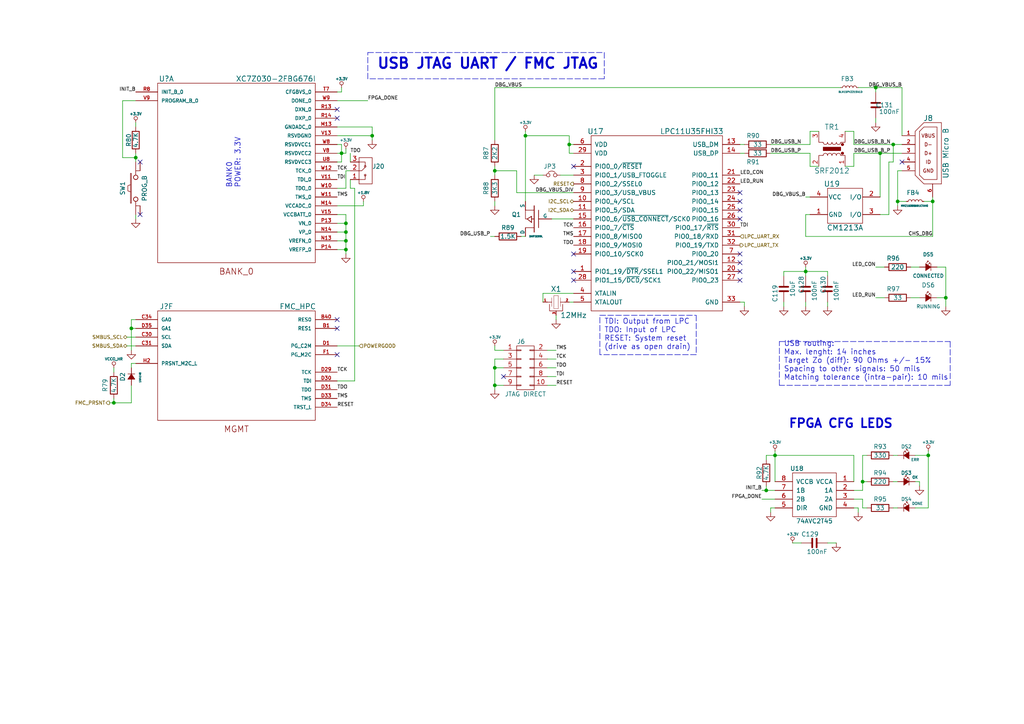
<source format=kicad_sch>
(kicad_sch (version 20250114) (generator "eeschema") (generator_version "9.0")
  (paper "A4")
  (title_block (title "CIAA-ACC USB JTAG UART / FMC JTAG") (date "2019-08-28") (rev "V1.4") (company "COMPUTADORA INDUSTRIAL ABIERTA ARGENTINA. CIAA-ACC (HPC)") (comment 1 "Authors: See 'doc/CHANGES.txt' file.      License: See 'doc/LICENCIA_CIAA_ACC.txt' file."))
  (lib_symbols
    (symbol "CIAA_ACC:+1.8V" (power) (pin_names (offset 1.016))
      (property "Value" "+1.8V" (at 0 2.286 0))
      (symbol "+1.8V_0_0"
        (pin power_in line (at 0 0 90) (length 0) (hide yes) (name "+1.8V") (number "1"))
      )
    )
    (symbol "CIAA_ACC:+3.3V" (power) (pin_names (offset 1.016))
      (property "Value" "+3.3V" (at 0 2.286 0))
      (symbol "+3.3V_0_0"
        (pin power_in line (at 0 0 90) (length 0) (hide yes) (name "+3.3V") (number "1"))
      )
    )
    (symbol "CIAA_ACC:74AVC2T45" (pin_names (offset 1.016))
      (property "Reference" "U" (at -5.08 5.08 0))
      (property "Value" "74AVC2T45" (at 0 -10.16 0))
      (symbol "74AVC2T45_1_1"
        (pin power_in line (at -11.43 1.27 0) (length 5.08) (name "VCCA") (number "1"))
        (pin bidirectional line (at -11.43 -1.27 0) (length 5.08) (name "1A") (number "2"))
        (pin bidirectional line (at -11.43 -3.81 0) (length 5.08) (name "2A") (number "3"))
        (pin power_in line (at -11.43 -6.35 0) (length 5.08) (name "GND") (number "4"))
        (pin power_in line (at 11.43 1.27 180) (length 5.08) (name "VCCB") (number "8"))
        (pin bidirectional line (at 11.43 -1.27 180) (length 5.08) (name "1B") (number "7"))
        (pin bidirectional line (at 11.43 -3.81 180) (length 5.08) (name "2B") (number "6"))
        (pin input line (at 11.43 -6.35 180) (length 5.08) (name "DIR") (number "5"))
      )
    )
    (symbol "CIAA_ACC:C" (pin_numbers (hide yes)) (pin_names (offset 0.254))
      (property "Reference" "C" (at 0.635 2.54 0))
      (property "Value" "C" (at 0.635 -2.54 0))
      (symbol "C_1_1"
        (pin passive line (at 0 3.81 270) (length 2.794) (name "~") (number "1"))
        (pin passive line (at 0 -3.81 90) (length 2.794) (name "~") (number "2"))
      )
    )
    (symbol "CIAA_ACC:CJS-1200TA" (pin_names (offset 0.0254) (hide yes))
      (property "Reference" "J" (at -1.524 2.54 0))
      (property "Value" "CJS-1200TA" (at -0.254 -7.62 0))
      (symbol "CJS-1200TA_1_1"
        (pin passive line (at -5.08 0 0) (length 2.54) (name "1") (number "1"))
        (pin passive line (at -5.08 -2.54 0) (length 2.54) (name "2") (number "2"))
        (pin passive line (at -5.08 -5.08 0) (length 2.54) (name "3") (number "3"))
      )
    )
    (symbol "CIAA_ACC:CM1213A" (pin_names (offset 0.254))
      (property "Reference" "U" (at -3.81 6.35 0))
      (property "Value" "CM1213A" (at 0 -6.35 0))
      (symbol "CM1213A_1_1"
        (pin passive line (at -10.16 2.54 0) (length 5.08) (name "VCC") (number "4"))
        (pin passive line (at -10.16 -2.54 0) (length 5.08) (name "GND") (number "1"))
        (pin passive line (at 10.16 2.54 180) (length 5.08) (name "I/O") (number "2"))
        (pin passive line (at 10.16 -2.54 180) (length 5.08) (name "I/O") (number "3"))
      )
    )
    (symbol "CIAA_ACC:CONN_02X05" (pin_names (offset 0.0254) (hide yes))
      (property "Reference" "J" (at 0 7.62 0))
      (property "Value" "CONN_02X05" (at 0 -7.62 0))
      (symbol "CONN_02X05_1_1"
        (pin passive line (at -6.35 5.08 0) (length 3.81) (name "P1") (number "1"))
        (pin passive line (at -6.35 2.54 0) (length 3.81) (name "P3") (number "3"))
        (pin passive line (at -6.35 0 0) (length 3.81) (name "P5") (number "5"))
        (pin passive line (at -6.35 -2.54 0) (length 3.81) (name "P7") (number "7"))
        (pin passive line (at -6.35 -5.08 0) (length 3.81) (name "P9") (number "9"))
        (pin passive line (at 6.35 5.08 180) (length 3.81) (name "P2") (number "2"))
        (pin passive line (at 6.35 2.54 180) (length 3.81) (name "P4") (number "4"))
        (pin passive line (at 6.35 0 180) (length 3.81) (name "P6") (number "6"))
        (pin passive line (at 6.35 -2.54 180) (length 3.81) (name "P8") (number "8"))
        (pin passive line (at 6.35 -5.08 180) (length 3.81) (name "P10") (number "10"))
      )
    )
    (symbol "CIAA_ACC:CRYSTAL_3P" (pin_names (offset 1.016) (hide yes))
      (property "Reference" "X" (at -3.81 5.08 0))
      (property "Value" "CRYSTAL_3P" (at 0 -3.81 0))
      (symbol "CRYSTAL_3P_1_1"
        (pin passive line (at -3.81 0 0) (length 1.27) (name "A") (number "1"))
        (pin passive line (at 0 3.81 270) (length 1.27) (name "B") (number "3"))
        (pin passive line (at 3.81 0 180) (length 1.27) (name "GND") (number "2"))
      )
    )
    (symbol "CIAA_ACC:D" (pin_numbers (hide yes)) (pin_names (offset 0.254) (hide yes))
      (property "Reference" "D" (at -1.27 2.032 0))
      (property "Value" "D" (at 0 -2.54 0))
      (symbol "D_1_1"
        (pin passive line (at -2.54 0 0) (length 1.778) (name "K") (number "2"))
        (pin passive line (at 2.54 0 180) (length 1.778) (name "A") (number "1"))
      )
    )
    (symbol "CIAA_ACC:GND" (power) (pin_names (offset 0))
      (property "Value" "GND" (at 0 -3.81 0))
      (symbol "GND_1_1"
        (pin power_in line (at 0 0 270) (length 0) (hide yes) (name "GND") (number "1"))
      )
    )
    (symbol "CIAA_ACC:JUMPER" (pin_numbers (hide yes)) (pin_names (offset 0.762) (hide yes))
      (property "Reference" "JP" (at 0 2.032 0))
      (symbol "JUMPER_0_1"
        (pin passive line (at -2.54 0 0) (length 1.016) (name "1") (number "1"))
        (pin passive line (at 2.54 0 180) (length 1.016) (name "2") (number "2"))
      )
    )
    (symbol "CIAA_ACC:L" (pin_numbers (hide yes)) (pin_names (offset 0.254) (hide yes))
      (property "Reference" "L" (at 0.762 1.016 0))
      (property "Value" "L" (at 0.762 -1.016 0))
      (symbol "L_1_1"
        (pin passive line (at 0 2.54 270) (length 0.508) (name "~") (number "1"))
        (pin passive line (at 0 -2.54 90) (length 0.508) (name "~") (number "2"))
      )
    )
    (symbol "CIAA_ACC:LED" (pin_numbers (hide yes)) (pin_names (offset 0.254) (hide yes))
      (property "Reference" "DS" (at -1.27 3.175 0))
      (property "Value" "LED" (at -1.27 -2.54 0))
      (symbol "LED_1_1"
        (pin passive line (at -2.54 0 0) (length 1.778) (name "K") (number "2"))
        (pin passive line (at 2.54 0 180) (length 1.778) (name "A") (number "1"))
      )
    )
    (symbol "CIAA_ACC:LPC11U35FHI33" (pin_names (offset 1.016))
      (property "Reference" "U" (at -16.51 3.81 0))
      (property "Value" "LPC11U35FHI33" (at 0 -49.53 0))
      (symbol "LPC11U35FHI33_1_1"
        (pin power_in line (at -24.13 0 0) (length 5.08) (name "VDD") (number "6"))
        (pin power_in line (at -24.13 -2.54 0) (length 5.08) (name "VDD") (number "29"))
        (pin bidirectional line (at -24.13 -6.35 0) (length 5.08) (name "PIO0_0/~{RESET}") (number "2"))
        (pin bidirectional line (at -24.13 -8.89 0) (length 5.08) (name "PIO0_1/USB_FTOGGLE") (number "3"))
        (pin bidirectional line (at -24.13 -11.43 0) (length 5.08) (name "PIO0_2/SSEL0") (number "8"))
        (pin bidirectional line (at -24.13 -13.97 0) (length 5.08) (name "PIO0_3/USB_VBUS") (number "9"))
        (pin bidirectional line (at -24.13 -16.51 0) (length 5.08) (name "PIO0_4/SCL") (number "10"))
        (pin bidirectional line (at -24.13 -19.05 0) (length 5.08) (name "PIO0_5/SDA") (number "11"))
        (pin bidirectional line (at -24.13 -21.59 0) (length 5.08) (name "PIO0_6/~{USB_CONNECT}/SCK0") (number "15"))
        (pin bidirectional line (at -24.13 -24.13 0) (length 5.08) (name "PIO0_7/~{CTS}") (number "16"))
        (pin bidirectional line (at -24.13 -26.67 0) (length 5.08) (name "PIO0_8/MISO0") (number "17"))
        (pin bidirectional line (at -24.13 -29.21 0) (length 5.08) (name "PIO0_9/MOSI0") (number "18"))
        (pin bidirectional line (at -24.13 -31.75 0) (length 5.08) (name "PIO0_10/SCK0") (number "19"))
        (pin bidirectional line (at -24.13 -36.83 0) (length 5.08) (name "PIO1_19/~{DTR}/SSEL1") (number "1"))
        (pin bidirectional line (at -24.13 -39.37 0) (length 5.08) (name "PIO1_15/~{DCD}/SCK1") (number "28"))
        (pin input line (at -24.13 -43.18 0) (length 5.08) (name "XTALIN") (number "4"))
        (pin output line (at -24.13 -45.72 0) (length 5.08) (name "XTALOUT") (number "5"))
        (pin bidirectional line (at 24.13 0 180) (length 5.08) (name "USB_DM") (number "13"))
        (pin bidirectional line (at 24.13 -2.54 180) (length 5.08) (name "USB_DP") (number "14"))
        (pin bidirectional line (at 24.13 -8.89 180) (length 5.08) (name "PIO0_11") (number "21"))
        (pin bidirectional line (at 24.13 -11.43 180) (length 5.08) (name "PIO0_12") (number "22"))
        (pin bidirectional line (at 24.13 -13.97 180) (length 5.08) (name "PIO0_13") (number "23"))
        (pin bidirectional line (at 24.13 -16.51 180) (length 5.08) (name "PIO0_14") (number "24"))
        (pin bidirectional line (at 24.13 -19.05 180) (length 5.08) (name "PIO0_15") (number "25"))
        (pin bidirectional line (at 24.13 -21.59 180) (length 5.08) (name "PIO0_16") (number "26"))
        (pin bidirectional line (at 24.13 -24.13 180) (length 5.08) (name "PIO0_17/~{RTS}") (number "30"))
        (pin bidirectional line (at 24.13 -26.67 180) (length 5.08) (name "PIO0_18/RXD") (number "31"))
        (pin bidirectional line (at 24.13 -29.21 180) (length 5.08) (name "PIO0_19/TXD") (number "32"))
        (pin bidirectional line (at 24.13 -31.75 180) (length 5.08) (name "PIO0_20") (number "7"))
        (pin bidirectional line (at 24.13 -34.29 180) (length 5.08) (name "PIO0_21/MOSI1") (number "12"))
        (pin bidirectional line (at 24.13 -36.83 180) (length 5.08) (name "PIO0_22/MISO1") (number "20"))
        (pin bidirectional line (at 24.13 -39.37 180) (length 5.08) (name "PIO0_23") (number "27"))
        (pin power_in line (at 24.13 -45.72 180) (length 5.08) (name "GND") (number "33"))
      )
    )
    (symbol "CIAA_ACC:MICRO_USB" (pin_names (offset 0.0254) (hide yes))
      (property "Reference" "J" (at 1.27 19.05 0))
      (property "Value" "MICRO_USB" (at 3.81 -6.35 0))
      (symbol "MICRO_USB_0_0"
        (text "VBUS" (at 3.81 13.97 0) (effects (font (size 1.016 1.016))))
        (text "D-" (at 3.81 11.43 0) (effects (font (size 1.016 1.016))))
        (text "D+" (at 3.81 8.89 0) (effects (font (size 1.016 1.016))))
        (text "ID" (at 3.81 6.35 0) (effects (font (size 1.016 1.016))))
        (text "GND" (at 3.81 3.81 0) (effects (font (size 1.016 1.016))))
      )
      (symbol "MICRO_USB_1_1"
        (pin passive line (at 2.54 -3.81 90) (length 3.81) (name "S2") (number "6"))
        (pin passive line (at 11.43 13.97 180) (length 3.81) (name "VBUS") (number "1"))
        (pin bidirectional line (at 11.43 11.43 180) (length 3.81) (name "USB_DN") (number "2"))
        (pin bidirectional line (at 11.43 8.89 180) (length 3.81) (name "USB_DP") (number "3"))
        (pin input line (at 11.43 6.35 180) (length 3.81) (name "USB_ID") (number "4"))
        (pin passive line (at 11.43 3.81 180) (length 3.81) (name "GND") (number "5"))
      )
    )
    (symbol "CIAA_ACC:MOSFET_P" (pin_numbers (hide yes)) (pin_names (offset 0))
      (property "Reference" "Q" (at 0 4.826 0))
      (property "Value" "MOSFET_P" (at 0 -4.572 0))
      (symbol "MOSFET_P_1_1"
        (pin passive line (at -5.08 0 0) (length 3.81) (name "G") (number "1"))
        (pin passive line (at 2.54 5.08 270) (length 2.54) (name "D") (number "3"))
        (pin passive line (at 2.54 -5.08 90) (length 2.54) (name "S") (number "2"))
      )
    )
    (symbol "CIAA_ACC:R" (pin_numbers (hide yes)) (pin_names (offset 0))
      (property "Reference" "R" (at 2.032 0 90))
      (property "Value" "R" (at 0 0 90))
      (symbol "R_1_1"
        (pin passive line (at 0 3.81 270) (length 1.27) (name "~") (number "1"))
        (pin passive line (at 0 -3.81 90) (length 1.27) (name "~") (number "2"))
      )
    )
    (symbol "CIAA_ACC:SRF2012" (pin_names (offset 1.016))
      (property "Reference" "TR" (at 0 5.08 0))
      (property "Value" "SRF2012" (at 0 -5.08 0))
      (symbol "SRF2012_1_1"
        (pin input line (at -5.08 3.81 0) (length 2.54) (name "~") (number "1"))
        (pin input line (at -5.08 -3.81 0) (length 2.54) (name "~") (number "2"))
        (pin input line (at 5.08 3.81 180) (length 2.54) (name "~") (number "4"))
        (pin input line (at 5.08 -3.81 180) (length 2.54) (name "~") (number "3"))
      )
    )
    (symbol "CIAA_ACC:SW_PUSH" (pin_numbers (hide yes)) (pin_names (offset 1.016) (hide yes))
      (property "Reference" "SW" (at 3.81 2.794 0))
      (property "Value" "SW_PUSH" (at 0 -2.032 0))
      (symbol "SW_PUSH_0_1"
        (pin passive inverted (at -7.62 0 0) (length 5.08) (name "1") (number "1"))
        (pin passive inverted (at 7.62 0 180) (length 5.08) (name "3") (number "3"))
      )
      (symbol "SW_PUSH_1_1"
        (pin input line (at -7.62 -1.27 0) (length 2.54) (name "2") (number "2"))
        (pin input line (at 7.62 -1.27 180) (length 2.54) (name "4") (number "4"))
      )
    )
    (symbol "CIAA_ACC:VCCO_HR" (power) (pin_names (offset 1.016))
      (property "Value" "VCCO_HR" (at 0 2.286 0))
      (symbol "VCCO_HR_0_0"
        (pin power_in line (at 0 0 90) (length 0) (hide yes) (name "VCCO_HR") (number "1"))
      )
    )
    (symbol "FMC_HPC:FMC_HPC" (pin_names (offset 1.016))
      (property "Reference" "J" (at 0 2.54 0))
      (property "Value" "FMC_HPC" (at 0 0 0))
      (symbol "FMC_HPC_1_0"
        (text "BANK_HA" (at 0 -33.02 0) (effects (font (size 1.778 1.778))))
      )
      (symbol "FMC_HPC_1_1"
        (pin passive line (at -29.21 31.75 0) (length 6.35) (name "HA12_N") (number "F14"))
        (pin passive line (at -29.21 29.21 0) (length 6.35) (name "HA12_P") (number "F13"))
        (pin passive line (at -29.21 26.67 0) (length 6.35) (name "HA13_N") (number "E13"))
        (pin passive line (at -29.21 24.13 0) (length 6.35) (name "HA13_P") (number "E12"))
        (pin passive line (at -29.21 21.59 0) (length 6.35) (name "HA14_N") (number "J16"))
        (pin passive line (at -29.21 19.05 0) (length 6.35) (name "HA14_P") (number "J15"))
        (pin passive line (at -29.21 16.51 0) (length 6.35) (name "HA15_N") (number "F17"))
        (pin passive line (at -29.21 13.97 0) (length 6.35) (name "HA15_P") (number "F16"))
        (pin passive line (at -29.21 11.43 0) (length 6.35) (name "HA16_N") (number "E16"))
        (pin passive line (at -29.21 8.89 0) (length 6.35) (name "HA16_P") (number "E15"))
        (pin passive line (at -29.21 6.35 0) (length 6.35) (name "HA17_N_CC") (number "K17"))
        (pin passive line (at -29.21 3.81 0) (length 6.35) (name "HA17_P_CC") (number "K16"))
        (pin passive line (at -29.21 1.27 0) (length 6.35) (name "HA18_N") (number "J19"))
        (pin passive line (at -29.21 -1.27 0) (length 6.35) (name "HA18_P") (number "J18"))
        (pin passive line (at -29.21 -3.81 0) (length 6.35) (name "HA19_N") (number "F20"))
        (pin passive line (at -29.21 -6.35 0) (length 6.35) (name "HA19_P") (number "F19"))
        (pin passive line (at -29.21 -8.89 0) (length 6.35) (name "HA20_N") (number "E19"))
        (pin passive line (at -29.21 -11.43 0) (length 6.35) (name "HA20_P") (number "E18"))
        (pin passive line (at -29.21 -13.97 0) (length 6.35) (name "HA21_N") (number "K20"))
        (pin passive line (at -29.21 -16.51 0) (length 6.35) (name "HA21_P") (number "K19"))
        (pin passive line (at -29.21 -19.05 0) (length 6.35) (name "HA22_N") (number "J22"))
        (pin passive line (at -29.21 -21.59 0) (length 6.35) (name "HA22_P") (number "J21"))
        (pin passive line (at -29.21 -24.13 0) (length 6.35) (name "HA23_N") (number "K23"))
        (pin passive line (at -29.21 -26.67 0) (length 6.35) (name "HA23_P") (number "K22"))
        (pin passive line (at 29.21 31.75 180) (length 6.35) (name "HA00_N_CC") (number "F5"))
        (pin passive line (at 29.21 29.21 180) (length 6.35) (name "HA00_P_CC") (number "F4"))
        (pin passive line (at 29.21 26.67 180) (length 6.35) (name "HA01_N_CC") (number "E3"))
        (pin passive line (at 29.21 24.13 180) (length 6.35) (name "HA01_P_CC") (number "E2"))
        (pin passive line (at 29.21 21.59 180) (length 6.35) (name "HA02_N") (number "K8"))
        (pin passive line (at 29.21 19.05 180) (length 6.35) (name "HA02_P") (number "K7"))
        (pin passive line (at 29.21 16.51 180) (length 6.35) (name "HA03_N") (number "J7"))
        (pin passive line (at 29.21 13.97 180) (length 6.35) (name "HA03_P") (number "J6"))
        (pin passive line (at 29.21 11.43 180) (length 6.35) (name "HA04_N") (number "F8"))
        (pin passive line (at 29.21 8.89 180) (length 6.35) (name "HA04_P") (number "F7"))
        (pin passive line (at 29.21 6.35 180) (length 6.35) (name "HA05_N") (number "E7"))
        (pin passive line (at 29.21 3.81 180) (length 6.35) (name "HA05_P") (number "E6"))
        (pin passive line (at 29.21 1.27 180) (length 6.35) (name "HA06_N") (number "K11"))
        (pin passive line (at 29.21 -1.27 180) (length 6.35) (name "HA06_P") (number "K10"))
        (pin passive line (at 29.21 -3.81 180) (length 6.35) (name "HA07_N") (number "J10"))
        (pin passive line (at 29.21 -6.35 180) (length 6.35) (name "HA07_P") (number "J9"))
        (pin passive line (at 29.21 -8.89 180) (length 6.35) (name "HA08_N") (number "F11"))
        (pin passive line (at 29.21 -11.43 180) (length 6.35) (name "HA08_P") (number "F10"))
        (pin passive line (at 29.21 -13.97 180) (length 6.35) (name "HA09_N") (number "E10"))
        (pin passive line (at 29.21 -16.51 180) (length 6.35) (name "HA09_P") (number "E9"))
        (pin passive line (at 29.21 -19.05 180) (length 6.35) (name "HA10_N") (number "K14"))
        (pin passive line (at 29.21 -21.59 180) (length 6.35) (name "HA10_P") (number "K13"))
        (pin passive line (at 29.21 -24.13 180) (length 6.35) (name "HA11_N") (number "J13"))
        (pin passive line (at 29.21 -26.67 180) (length 6.35) (name "HA11_P") (number "J12"))
      )
      (symbol "FMC_HPC_2_0"
        (text "BANK_HB" (at 0 -30.48 0) (effects (font (size 1.778 1.778))))
      )
      (symbol "FMC_HPC_2_1"
        (pin passive line (at -29.21 29.21 0) (length 6.35) (name "HB11_N") (number "J31"))
        (pin passive line (at -29.21 26.67 0) (length 6.35) (name "HB11_P") (number "J30"))
        (pin passive line (at -29.21 24.13 0) (length 6.35) (name "HB12_N") (number "F32"))
        (pin passive line (at -29.21 21.59 0) (length 6.35) (name "HB12_P") (number "F31"))
        (pin passive line (at -29.21 19.05 0) (length 6.35) (name "HB13_N") (number "E31"))
        (pin passive line (at -29.21 16.51 0) (length 6.35) (name "HB13_P") (number "E30"))
        (pin passive line (at -29.21 13.97 0) (length 6.35) (name "HB14_N") (number "K35"))
        (pin passive line (at -29.21 11.43 0) (length 6.35) (name "HB14_P") (number "K34"))
        (pin passive line (at -29.21 8.89 0) (length 6.35) (name "HB15_N") (number "J34"))
        (pin passive line (at -29.21 6.35 0) (length 6.35) (name "HB15_P") (number "J33"))
        (pin passive line (at -29.21 3.81 0) (length 6.35) (name "HB16_N") (number "F35"))
        (pin passive line (at -29.21 1.27 0) (length 6.35) (name "HB16_P") (number "F34"))
        (pin passive line (at -29.21 -1.27 0) (length 6.35) (name "HB17_N_CC") (number "K38"))
        (pin passive line (at -29.21 -3.81 0) (length 6.35) (name "HB17_P_CC") (number "K37"))
        (pin passive line (at -29.21 -6.35 0) (length 6.35) (name "HB18_N") (number "J37"))
        (pin passive line (at -29.21 -8.89 0) (length 6.35) (name "HB18_P") (number "J36"))
        (pin passive line (at -29.21 -11.43 0) (length 6.35) (name "HB19_N") (number "E34"))
        (pin passive line (at -29.21 -13.97 0) (length 6.35) (name "HB19_P") (number "E33"))
        (pin passive line (at -29.21 -16.51 0) (length 6.35) (name "HB20_N") (number "F38"))
        (pin passive line (at -29.21 -19.05 0) (length 6.35) (name "HB20_P") (number "F37"))
        (pin passive line (at -29.21 -21.59 0) (length 6.35) (name "HB21_N") (number "E37"))
        (pin passive line (at -29.21 -24.13 0) (length 6.35) (name "HB21_P") (number "E36"))
        (pin passive line (at 29.21 29.21 180) (length 6.35) (name "HB00_N_CC") (number "K26"))
        (pin passive line (at 29.21 26.67 180) (length 6.35) (name "HB00_P_CC") (number "K25"))
        (pin passive line (at 29.21 24.13 180) (length 6.35) (name "HB01_N") (number "J25"))
        (pin passive line (at 29.21 21.59 180) (length 6.35) (name "HB01_P") (number "J24"))
        (pin passive line (at 29.21 19.05 180) (length 6.35) (name "HB02_N") (number "F23"))
        (pin passive line (at 29.21 16.51 180) (length 6.35) (name "HB02_P") (number "F22"))
        (pin passive line (at 29.21 13.97 180) (length 6.35) (name "HB03_N") (number "E22"))
        (pin passive line (at 29.21 11.43 180) (length 6.35) (name "HB03_P") (number "E21"))
        (pin passive line (at 29.21 8.89 180) (length 6.35) (name "HB04_N") (number "F26"))
        (pin passive line (at 29.21 6.35 180) (length 6.35) (name "HB04_P") (number "F25"))
        (pin passive line (at 29.21 3.81 180) (length 6.35) (name "HB05_N") (number "E25"))
        (pin passive line (at 29.21 1.27 180) (length 6.35) (name "HB05_P") (number "E24"))
        (pin passive line (at 29.21 -1.27 180) (length 6.35) (name "HB06_N_CC") (number "K29"))
        (pin passive line (at 29.21 -3.81 180) (length 6.35) (name "HB06_P_CC") (number "K28"))
        (pin passive line (at 29.21 -6.35 180) (length 6.35) (name "HB07_N") (number "J28"))
        (pin passive line (at 29.21 -8.89 180) (length 6.35) (name "HB07_P") (number "J27"))
        (pin passive line (at 29.21 -11.43 180) (length 6.35) (name "HB08_N") (number "F29"))
        (pin passive line (at 29.21 -13.97 180) (length 6.35) (name "HB08_P") (number "F28"))
        (pin passive line (at 29.21 -16.51 180) (length 6.35) (name "HB09_N") (number "E28"))
        (pin passive line (at 29.21 -19.05 180) (length 6.35) (name "HB09_P") (number "E27"))
        (pin passive line (at 29.21 -21.59 180) (length 6.35) (name "HB10_N") (number "K32"))
        (pin passive line (at 29.21 -24.13 180) (length 6.35) (name "HB10_P") (number "K31"))
      )
      (symbol "FMC_HPC_3_0"
        (text "BANK_LA" (at 0 -45.72 0) (effects (font (size 1.778 1.778))))
      )
      (symbol "FMC_HPC_3_1"
        (pin passive line (at -29.21 44.45 0) (length 6.35) (name "LA17_N_CC") (number "D21"))
        (pin passive line (at -29.21 41.91 0) (length 6.35) (name "LA17_P_CC") (number "D20"))
        (pin passive line (at -29.21 39.37 0) (length 6.35) (name "LA18_N_CC") (number "C23"))
        (pin passive line (at -29.21 36.83 0) (length 6.35) (name "LA18_P_CC") (number "C22"))
        (pin passive line (at -29.21 34.29 0) (length 6.35) (name "LA19_N") (number "H23"))
        (pin passive line (at -29.21 31.75 0) (length 6.35) (name "LA19_P") (number "H22"))
        (pin passive line (at -29.21 29.21 0) (length 6.35) (name "LA20_N") (number "G22"))
        (pin passive line (at -29.21 26.67 0) (length 6.35) (name "LA20_P") (number "G21"))
        (pin passive line (at -29.21 24.13 0) (length 6.35) (name "LA21_N") (number "H26"))
        (pin passive line (at -29.21 21.59 0) (length 6.35) (name "LA21_P") (number "H25"))
        (pin passive line (at -29.21 19.05 0) (length 6.35) (name "LA22_N") (number "G25"))
        (pin passive line (at -29.21 16.51 0) (length 6.35) (name "LA22_P") (number "G24"))
        (pin passive line (at -29.21 13.97 0) (length 6.35) (name "LA23_N") (number "D24"))
        (pin passive line (at -29.21 11.43 0) (length 6.35) (name "LA23_P") (number "D23"))
        (pin passive line (at -29.21 8.89 0) (length 6.35) (name "LA24_N") (number "H29"))
        (pin passive line (at -29.21 6.35 0) (length 6.35) (name "LA24_P") (number "H28"))
        (pin passive line (at -29.21 3.81 0) (length 6.35) (name "LA25_N") (number "G28"))
        (pin passive line (at -29.21 1.27 0) (length 6.35) (name "LA25_P") (number "G27"))
        (pin passive line (at -29.21 -1.27 0) (length 6.35) (name "LA26_N") (number "D27"))
        (pin passive line (at -29.21 -3.81 0) (length 6.35) (name "LA26_P") (number "D26"))
        (pin passive line (at -29.21 -6.35 0) (length 6.35) (name "LA27_N") (number "C27"))
        (pin passive line (at -29.21 -8.89 0) (length 6.35) (name "LA27_P") (number "C26"))
        (pin passive line (at -29.21 -11.43 0) (length 6.35) (name "LA28_N") (number "H32"))
        (pin passive line (at -29.21 -13.97 0) (length 6.35) (name "LA28_P") (number "H31"))
        (pin passive line (at -29.21 -16.51 0) (length 6.35) (name "LA29_N") (number "G31"))
        (pin passive line (at -29.21 -19.05 0) (length 6.35) (name "LA29_P") (number "G30"))
        (pin passive line (at -29.21 -21.59 0) (length 6.35) (name "LA30_N") (number "H35"))
        (pin passive line (at -29.21 -24.13 0) (length 6.35) (name "LA30_P") (number "H34"))
        (pin passive line (at -29.21 -26.67 0) (length 6.35) (name "LA31_N") (number "G34"))
        (pin passive line (at -29.21 -29.21 0) (length 6.35) (name "LA31_P") (number "G33"))
        (pin passive line (at -29.21 -31.75 0) (length 6.35) (name "LA32_N") (number "H38"))
        (pin passive line (at -29.21 -34.29 0) (length 6.35) (name "LA32_P") (number "H37"))
        (pin passive line (at -29.21 -36.83 0) (length 6.35) (name "LA33_N") (number "G37"))
        (pin passive line (at -29.21 -39.37 0) (length 6.35) (name "LA33_P") (number "G36"))
        (pin passive line (at 29.21 44.45 180) (length 6.35) (name "LA00_N_CC") (number "G7"))
        (pin passive line (at 29.21 41.91 180) (length 6.35) (name "LA00_P_CC") (number "G6"))
        (pin passive line (at 29.21 39.37 180) (length 6.35) (name "LA01_N_CC") (number "D9"))
        (pin passive line (at 29.21 36.83 180) (length 6.35) (name "LA01_P_CC") (number "D8"))
        (pin passive line (at 29.21 34.29 180) (length 6.35) (name "LA02_N") (number "H8"))
        (pin passive line (at 29.21 31.75 180) (length 6.35) (name "LA02_P") (number "H7"))
        (pin passive line (at 29.21 29.21 180) (length 6.35) (name "LA03_N") (number "G10"))
        (pin passive line (at 29.21 26.67 180) (length 6.35) (name "LA03_P") (number "G9"))
        (pin passive line (at 29.21 24.13 180) (length 6.35) (name "LA04_N") (number "H11"))
        (pin passive line (at 29.21 21.59 180) (length 6.35) (name "LA04_P") (number "H10"))
        (pin passive line (at 29.21 19.05 180) (length 6.35) (name "LA05_N") (number "D12"))
        (pin passive line (at 29.21 16.51 180) (length 6.35) (name "LA05_P") (number "D11"))
        (pin passive line (at 29.21 13.97 180) (length 6.35) (name "LA06_N") (number "C11"))
        (pin passive line (at 29.21 11.43 180) (length 6.35) (name "LA06_P") (number "C10"))
        (pin passive line (at 29.21 8.89 180) (length 6.35) (name "LA07_N") (number "H14"))
        (pin passive line (at 29.21 6.35 180) (length 6.35) (name "LA07_P") (number "H13"))
        (pin passive line (at 29.21 3.81 180) (length 6.35) (name "LA08_N") (number "G13"))
        (pin passive line (at 29.21 1.27 180) (length 6.35) (name "LA08_P") (number "G12"))
        (pin passive line (at 29.21 -1.27 180) (length 6.35) (name "LA09_N") (number "D15"))
        (pin passive line (at 29.21 -3.81 180) (length 6.35) (name "LA09_P") (number "D14"))
        (pin passive line (at 29.21 -6.35 180) (length 6.35) (name "LA10_N") (number "C15"))
        (pin passive line (at 29.21 -8.89 180) (length 6.35) (name "LA10_P") (number "C14"))
        (pin passive line (at 29.21 -11.43 180) (length 6.35) (name "LA11_N") (number "H17"))
        (pin passive line (at 29.21 -13.97 180) (length 6.35) (name "LA11_P") (number "H16"))
        (pin passive line (at 29.21 -16.51 180) (length 6.35) (name "LA12_N") (number "G16"))
        (pin passive line (at 29.21 -19.05 180) (length 6.35) (name "LA12_P") (number "G15"))
        (pin passive line (at 29.21 -21.59 180) (length 6.35) (name "LA13_N") (number "D18"))
        (pin passive line (at 29.21 -24.13 180) (length 6.35) (name "LA13_P") (number "D17"))
        (pin passive line (at 29.21 -26.67 180) (length 6.35) (name "LA14_N") (number "C19"))
        (pin passive line (at 29.21 -29.21 180) (length 6.35) (name "LA14_P") (number "C18"))
        (pin passive line (at 29.21 -31.75 180) (length 6.35) (name "LA15_N") (number "H20"))
        (pin passive line (at 29.21 -34.29 180) (length 6.35) (name "LA15_P") (number "H19"))
        (pin passive line (at 29.21 -36.83 180) (length 6.35) (name "LA16_N") (number "G19"))
        (pin passive line (at 29.21 -39.37 180) (length 6.35) (name "LA16_P") (number "G18"))
      )
      (symbol "FMC_HPC_4_0"
        (text "CLK" (at 0 -12.7 0) (effects (font (size 1.778 1.778))))
      )
      (symbol "FMC_HPC_4_1"
        (pin passive line (at -29.21 8.89 0) (length 6.35) (name "CLK1_C2M_N") (number "J3"))
        (pin passive line (at -29.21 6.35 0) (length 6.35) (name "CLK1_C2M_P") (number "J2"))
        (pin passive line (at -29.21 3.81 0) (length 6.35) (name "CLK1_M2C_N") (number "K5"))
        (pin passive line (at -29.21 1.27 0) (length 6.35) (name "CLK1_M2C_P") (number "K4"))
        (pin passive line (at -29.21 -3.81 0) (length 6.35) (name "GBTCLK1_M2C_N") (number "B21"))
        (pin passive line (at -29.21 -6.35 0) (length 6.35) (name "GBTCLK1_M2C_P") (number "B20"))
        (pin passive line (at 29.21 8.89 180) (length 6.35) (name "CLK0_C2M_N") (number "G3"))
        (pin passive line (at 29.21 6.35 180) (length 6.35) (name "CLK0_C2M_P") (number "G2"))
        (pin passive line (at 29.21 3.81 180) (length 6.35) (name "CLK0_M2C_N") (number "H5"))
        (pin passive line (at 29.21 1.27 180) (length 6.35) (name "CLK0_M2C_P") (number "H4"))
        (pin passive line (at 29.21 -3.81 180) (length 6.35) (name "GBTCLK0_M2C_N") (number "D5"))
        (pin passive line (at 29.21 -6.35 180) (length 6.35) (name "GBTCLK0_M2C_P") (number "D4"))
      )
      (symbol "FMC_HPC_5_0"
        (text "GND" (at 0 -105.41 0) (effects (font (size 1.778 1.778))))
      )
      (symbol "FMC_HPC_5_1"
        (pin passive line (at -29.21 101.6 0) (length 6.35) (name "GND") (number "A1"))
        (pin passive line (at -29.21 99.06 0) (length 6.35) (name "GND") (number "A4"))
        (pin passive line (at -29.21 96.52 0) (length 6.35) (name "GND") (number "A5"))
        (pin passive line (at -29.21 93.98 0) (length 6.35) (name "GND") (number "A8"))
        (pin passive line (at -29.21 91.44 0) (length 6.35) (name "GND") (number "A9"))
        (pin passive line (at -29.21 88.9 0) (length 6.35) (name "GND") (number "A12"))
        (pin passive line (at -29.21 86.36 0) (length 6.35) (name "GND") (number "A13"))
        (pin passive line (at -29.21 83.82 0) (length 6.35) (name "GND") (number "A16"))
        (pin passive line (at -29.21 81.28 0) (length 6.35) (name "GND") (number "A17"))
        (pin passive line (at -29.21 78.74 0) (length 6.35) (name "GND") (number "A20"))
        (pin passive line (at -29.21 76.2 0) (length 6.35) (name "GND") (number "A21"))
        (pin passive line (at -29.21 73.66 0) (length 6.35) (name "GND") (number "A24"))
        (pin passive line (at -29.21 71.12 0) (length 6.35) (name "GND") (number "A25"))
        (pin passive line (at -29.21 68.58 0) (length 6.35) (name "GND") (number "A28"))
        (pin passive line (at -29.21 66.04 0) (length 6.35) (name "GND") (number "A29"))
        (pin passive line (at -29.21 63.5 0) (length 6.35) (name "GND") (number "A32"))
        (pin passive line (at -29.21 60.96 0) (length 6.35) (name "GND") (number "A33"))
        (pin passive line (at -29.21 58.42 0) (length 6.35) (name "GND") (number "A36"))
        (pin passive line (at -29.21 55.88 0) (length 6.35) (name "GND") (number "A37"))
        (pin passive line (at -29.21 53.34 0) (length 6.35) (name "GND") (number "A40"))
        (pin passive line (at -29.21 50.8 0) (length 6.35) (name "GND") (number "B2"))
        (pin passive line (at -29.21 48.26 0) (length 6.35) (name "GND") (number "B3"))
        (pin passive line (at -29.21 45.72 0) (length 6.35) (name "GND") (number "B6"))
        (pin passive line (at -29.21 43.18 0) (length 6.35) (name "GND") (number "B7"))
        (pin passive line (at -29.21 40.64 0) (length 6.35) (name "GND") (number "B10"))
        (pin passive line (at -29.21 38.1 0) (length 6.35) (name "GND") (number "B11"))
        (pin passive line (at -29.21 35.56 0) (length 6.35) (name "GND") (number "B14"))
        (pin passive line (at -29.21 33.02 0) (length 6.35) (name "GND") (number "B15"))
        (pin passive line (at -29.21 30.48 0) (length 6.35) (name "GND") (number "B18"))
        (pin passive line (at -29.21 27.94 0) (length 6.35) (name "GND") (number "B19"))
        (pin passive line (at -29.21 25.4 0) (length 6.35) (name "GND") (number "B22"))
        (pin passive line (at -29.21 22.86 0) (length 6.35) (name "GND") (number "B23"))
        (pin passive line (at -29.21 20.32 0) (length 6.35) (name "GND") (number "B26"))
        (pin passive line (at -29.21 17.78 0) (length 6.35) (name "GND") (number "B27"))
        (pin passive line (at -29.21 15.24 0) (length 6.35) (name "GND") (number "B30"))
        (pin passive line (at -29.21 12.7 0) (length 6.35) (name "GND") (number "B31"))
        (pin passive line (at -29.21 10.16 0) (length 6.35) (name "GND") (number "B34"))
        (pin passive line (at -29.21 7.62 0) (length 6.35) (name "GND") (number "B35"))
        (pin passive line (at -29.21 5.08 0) (length 6.35) (name "GND") (number "B38"))
        (pin passive line (at -29.21 2.54 0) (length 6.35) (name "GND") (number "B39"))
        (pin passive line (at -29.21 0 0) (length 6.35) (name "GND") (number "C1"))
        (pin passive line (at -29.21 -2.54 0) (length 6.35) (name "GND") (number "C4"))
        (pin passive line (at -29.21 -5.08 0) (length 6.35) (name "GND") (number "C5"))
        (pin passive line (at -29.21 -7.62 0) (length 6.35) (name "GND") (number "C8"))
        (pin passive line (at -29.21 -10.16 0) (length 6.35) (name "GND") (number "C9"))
        (pin passive line (at -29.21 -12.7 0) (length 6.35) (name "GND") (number "C12"))
        (pin passive line (at -29.21 -15.24 0) (length 6.35) (name "GND") (number "C13"))
        (pin passive line (at -29.21 -17.78 0) (length 6.35) (name "GND") (number "C16"))
        (pin passive line (at -29.21 -20.32 0) (length 6.35) (name "GND") (number "C17"))
        (pin passive line (at -29.21 -22.86 0) (length 6.35) (name "GND") (number "C20"))
        (pin passive line (at -29.21 -25.4 0) (length 6.35) (name "GND") (number "C21"))
        (pin passive line (at -29.21 -27.94 0) (length 6.35) (name "GND") (number "C24"))
        (pin passive line (at -29.21 -30.48 0) (length 6.35) (name "GND") (number "C25"))
        (pin passive line (at -29.21 -33.02 0) (length 6.35) (name "GND") (number "C28"))
        (pin passive line (at -29.21 -35.56 0) (length 6.35) (name "GND") (number "C29"))
        (pin passive line (at -29.21 -38.1 0) (length 6.35) (name "GND") (number "C32"))
        (pin passive line (at -29.21 -40.64 0) (length 6.35) (name "GND") (number "C33"))
        (pin passive line (at -29.21 -43.18 0) (length 6.35) (name "GND") (number "C36"))
        (pin passive line (at -29.21 -45.72 0) (length 6.35) (name "GND") (number "C38"))
        (pin passive line (at -29.21 -48.26 0) (length 6.35) (name "GND") (number "C40"))
        (pin passive line (at -29.21 -50.8 0) (length 6.35) (name "GND") (number "D2"))
        (pin passive line (at -29.21 -53.34 0) (length 6.35) (name "GND") (number "D3"))
        (pin passive line (at -29.21 -55.88 0) (length 6.35) (name "GND") (number "D6"))
        (pin passive line (at -29.21 -58.42 0) (length 6.35) (name "GND") (number "D7"))
        (pin passive line (at -29.21 -60.96 0) (length 6.35) (name "GND") (number "D10"))
        (pin passive line (at -29.21 -63.5 0) (length 6.35) (name "GND") (number "D13"))
        (pin passive line (at -29.21 -66.04 0) (length 6.35) (name "GND") (number "D16"))
        (pin passive line (at -29.21 -68.58 0) (length 6.35) (name "GND") (number "D19"))
        (pin passive line (at -29.21 -71.12 0) (length 6.35) (name "GND") (number "D22"))
        (pin passive line (at -29.21 -73.66 0) (length 6.35) (name "GND") (number "D25"))
        (pin passive line (at -29.21 -76.2 0) (length 6.35) (name "GND") (number "D28"))
        (pin passive line (at -29.21 -78.74 0) (length 6.35) (name "GND") (number "D37"))
        (pin passive line (at -29.21 -81.28 0) (length 6.35) (name "GND") (number "D39"))
        (pin passive line (at -29.21 -83.82 0) (length 6.35) (name "GND") (number "E26"))
        (pin passive line (at -29.21 -86.36 0) (length 6.35) (name "GND") (number "E29"))
        (pin passive line (at -29.21 -88.9 0) (length 6.35) (name "GND") (number "E32"))
        (pin passive line (at -29.21 -91.44 0) (length 6.35) (name "GND") (number "E35"))
        (pin passive line (at -29.21 -93.98 0) (length 6.35) (name "GND") (number "E38"))
        (pin passive line (at -29.21 -96.52 0) (length 6.35) (name "GND") (number "E40"))
        (pin passive line (at 29.21 101.6 180) (length 6.35) (name "GND") (number "E1"))
        (pin passive line (at 29.21 99.06 180) (length 6.35) (name "GND") (number "E4"))
        (pin passive line (at 29.21 96.52 180) (length 6.35) (name "GND") (number "E5"))
        (pin passive line (at 29.21 93.98 180) (length 6.35) (name "GND") (number "E8"))
        (pin passive line (at 29.21 91.44 180) (length 6.35) (name "GND") (number "E11"))
        (pin passive line (at 29.21 88.9 180) (length 6.35) (name "GND") (number "E14"))
        (pin passive line (at 29.21 86.36 180) (length 6.35) (name "GND") (number "E17"))
        (pin passive line (at 29.21 83.82 180) (length 6.35) (name "GND") (number "E20"))
        (pin passive line (at 29.21 81.28 180) (length 6.35) (name "GND") (number "E23"))
        (pin passive line (at 29.21 78.74 180) (length 6.35) (name "GND") (number "F2"))
        (pin passive line (at 29.21 76.2 180) (length 6.35) (name "GND") (number "F3"))
        (pin passive line (at 29.21 73.66 180) (length 6.35) (name "GND") (number "F6"))
        (pin passive line (at 29.21 71.12 180) (length 6.35) (name "GND") (number "F9"))
        (pin passive line (at 29.21 68.58 180) (length 6.35) (name "GND") (number "F12"))
        (pin passive line (at 29.21 66.04 180) (length 6.35) (name "GND") (number "F15"))
        (pin passive line (at 29.21 63.5 180) (length 6.35) (name "GND") (number "F18"))
        (pin passive line (at 29.21 60.96 180) (length 6.35) (name "GND") (number "F21"))
        (pin passive line (at 29.21 58.42 180) (length 6.35) (name "GND") (number "F24"))
        (pin passive line (at 29.21 55.88 180) (length 6.35) (name "GND") (number "F27"))
        (pin passive line (at 29.21 53.34 180) (length 6.35) (name "GND") (number "F30"))
        (pin passive line (at 29.21 50.8 180) (length 6.35) (name "GND") (number "F33"))
        (pin passive line (at 29.21 48.26 180) (length 6.35) (name "GND") (number "F36"))
        (pin passive line (at 29.21 45.72 180) (length 6.35) (name "GND") (number "F39"))
        (pin passive line (at 29.21 43.18 180) (length 6.35) (name "GND") (number "G1"))
        (pin passive line (at 29.21 40.64 180) (length 6.35) (name "GND") (number "G4"))
        (pin passive line (at 29.21 38.1 180) (length 6.35) (name "GND") (number "G5"))
        (pin passive line (at 29.21 35.56 180) (length 6.35) (name "GND") (number "G8"))
        (pin passive line (at 29.21 33.02 180) (length 6.35) (name "GND") (number "G11"))
        (pin passive line (at 29.21 30.48 180) (length 6.35) (name "GND") (number "G14"))
        (pin passive line (at 29.21 27.94 180) (length 6.35) (name "GND") (number "G17"))
        (pin passive line (at 29.21 25.4 180) (length 6.35) (name "GND") (number "G20"))
        (pin passive line (at 29.21 22.86 180) (length 6.35) (name "GND") (number "G23"))
        (pin passive line (at 29.21 20.32 180) (length 6.35) (name "GND") (number "G26"))
        (pin passive line (at 29.21 17.78 180) (length 6.35) (name "GND") (number "G29"))
        (pin passive line (at 29.21 15.24 180) (length 6.35) (name "GND") (number "G32"))
        (pin passive line (at 29.21 12.7 180) (length 6.35) (name "GND") (number "G35"))
        (pin passive line (at 29.21 10.16 180) (length 6.35) (name "GND") (number "G38"))
        (pin passive line (at 29.21 7.62 180) (length 6.35) (name "GND") (number "G40"))
        (pin passive line (at 29.21 5.08 180) (length 6.35) (name "GND") (number "H3"))
        (pin passive line (at 29.21 2.54 180) (length 6.35) (name "GND") (number "H6"))
        (pin passive line (at 29.21 0 180) (length 6.35) (name "GND") (number "H9"))
        (pin passive line (at 29.21 -2.54 180) (length 6.35) (name "GND") (number "H12"))
        (pin passive line (at 29.21 -5.08 180) (length 6.35) (name "GND") (number "H15"))
        (pin passive line (at 29.21 -7.62 180) (length 6.35) (name "GND") (number "H18"))
        (pin passive line (at 29.21 -10.16 180) (length 6.35) (name "GND") (number "H21"))
        (pin passive line (at 29.21 -12.7 180) (length 6.35) (name "GND") (number "H24"))
        (pin passive line (at 29.21 -15.24 180) (length 6.35) (name "GND") (number "H27"))
        (pin passive line (at 29.21 -17.78 180) (length 6.35) (name "GND") (number "H30"))
        (pin passive line (at 29.21 -20.32 180) (length 6.35) (name "GND") (number "H33"))
        (pin passive line (at 29.21 -22.86 180) (length 6.35) (name "GND") (number "H36"))
        (pin passive line (at 29.21 -25.4 180) (length 6.35) (name "GND") (number "H39"))
        (pin passive line (at 29.21 -27.94 180) (length 6.35) (name "GND") (number "J1"))
        (pin passive line (at 29.21 -30.48 180) (length 6.35) (name "GND") (number "J4"))
        (pin passive line (at 29.21 -33.02 180) (length 6.35) (name "GND") (number "J5"))
        (pin passive line (at 29.21 -35.56 180) (length 6.35) (name "GND") (number "J8"))
        (pin passive line (at 29.21 -38.1 180) (length 6.35) (name "GND") (number "J11"))
        (pin passive line (at 29.21 -40.64 180) (length 6.35) (name "GND") (number "J14"))
        (pin passive line (at 29.21 -43.18 180) (length 6.35) (name "GND") (number "J17"))
        (pin passive line (at 29.21 -45.72 180) (length 6.35) (name "GND") (number "J20"))
        (pin passive line (at 29.21 -48.26 180) (length 6.35) (name "GND") (number "J23"))
        (pin passive line (at 29.21 -50.8 180) (length 6.35) (name "GND") (number "J26"))
        (pin passive line (at 29.21 -53.34 180) (length 6.35) (name "GND") (number "J29"))
        (pin passive line (at 29.21 -55.88 180) (length 6.35) (name "GND") (number "J32"))
        (pin passive line (at 29.21 -58.42 180) (length 6.35) (name "GND") (number "J35"))
        (pin passive line (at 29.21 -60.96 180) (length 6.35) (name "GND") (number "J38"))
        (pin passive line (at 29.21 -63.5 180) (length 6.35) (name "GND") (number "J40"))
        (pin passive line (at 29.21 -66.04 180) (length 6.35) (name "GND") (number "K2"))
        (pin passive line (at 29.21 -68.58 180) (length 6.35) (name "GND") (number "K3"))
        (pin passive line (at 29.21 -71.12 180) (length 6.35) (name "GND") (number "K6"))
        (pin passive line (at 29.21 -73.66 180) (length 6.35) (name "GND") (number "K9"))
        (pin passive line (at 29.21 -76.2 180) (length 6.35) (name "GND") (number "K12"))
        (pin passive line (at 29.21 -78.74 180) (length 6.35) (name "GND") (number "K15"))
        (pin passive line (at 29.21 -81.28 180) (length 6.35) (name "GND") (number "K18"))
        (pin passive line (at 29.21 -83.82 180) (length 6.35) (name "GND") (number "K21"))
        (pin passive line (at 29.21 -86.36 180) (length 6.35) (name "GND") (number "K24"))
        (pin passive line (at 29.21 -88.9 180) (length 6.35) (name "GND") (number "K27"))
        (pin passive line (at 29.21 -91.44 180) (length 6.35) (name "GND") (number "K30"))
        (pin passive line (at 29.21 -93.98 180) (length 6.35) (name "GND") (number "K33"))
        (pin passive line (at 29.21 -96.52 180) (length 6.35) (name "GND") (number "K36"))
        (pin passive line (at 29.21 -99.06 180) (length 6.35) (name "GND") (number "K39"))
      )
      (symbol "FMC_HPC_6_0"
        (text "MGMT" (at 0 -21.59 0) (effects (font (size 1.778 1.778))))
      )
      (symbol "FMC_HPC_6_1"
        (pin passive line (at -29.21 10.16 0) (length 6.35) (name "GA0") (number "C34"))
        (pin passive line (at -29.21 7.62 0) (length 6.35) (name "GA1") (number "D35"))
        (pin passive line (at -29.21 5.08 0) (length 6.35) (name "SCL") (number "C30"))
        (pin passive line (at -29.21 2.54 0) (length 6.35) (name "SDA") (number "C31"))
        (pin passive line (at -29.21 -2.54 0) (length 6.35) (name "PRSNT_M2C_L") (number "H2"))
        (pin passive line (at 29.21 10.16 180) (length 6.35) (name "RES0") (number "B40"))
        (pin passive line (at 29.21 7.62 180) (length 6.35) (name "RES1") (number "B1"))
        (pin passive line (at 29.21 2.54 180) (length 6.35) (name "PG_C2M") (number "D1"))
        (pin passive line (at 29.21 0 180) (length 6.35) (name "PG_M2C") (number "F1"))
        (pin passive line (at 29.21 -5.08 180) (length 6.35) (name "TCK") (number "D29"))
        (pin passive line (at 29.21 -7.62 180) (length 6.35) (name "TDI") (number "D30"))
        (pin passive line (at 29.21 -10.16 180) (length 6.35) (name "TDO") (number "D31"))
        (pin passive line (at 29.21 -12.7 180) (length 6.35) (name "TMS") (number "D33"))
        (pin passive line (at 29.21 -15.24 180) (length 6.35) (name "TRST_L") (number "D34"))
      )
      (symbol "FMC_HPC_7_0"
        (text "PWR" (at 0 -19.05 0) (effects (font (size 1.778 1.778))))
      )
      (symbol "FMC_HPC_7_1"
        (pin passive line (at -29.21 10.16 0) (length 6.35) (name "3P3VAUX") (number "D32"))
        (pin passive line (at -29.21 5.08 0) (length 6.35) (name "12P0V") (number "C35"))
        (pin passive line (at -29.21 2.54 0) (length 6.35) (name "12P0V") (number "C37"))
        (pin passive line (at -29.21 -2.54 0) (length 6.35) (name "VIO_B_M2C") (number "J39"))
        (pin passive line (at -29.21 -5.08 0) (length 6.35) (name "VIO_B_M2C") (number "K40"))
        (pin passive line (at -29.21 -10.16 0) (length 6.35) (name "VREF_A_M2C") (number "H1"))
        (pin passive line (at -29.21 -12.7 0) (length 6.35) (name "VREF_B_M2C") (number "K1"))
        (pin passive line (at 29.21 10.16 180) (length 6.35) (name "3P3V") (number "C39"))
        (pin passive line (at 29.21 7.62 180) (length 6.35) (name "3P3V") (number "D36"))
        (pin passive line (at 29.21 5.08 180) (length 6.35) (name "3P3V") (number "D38"))
        (pin passive line (at 29.21 2.54 180) (length 6.35) (name "3P3V") (number "D40"))
        (pin passive line (at 29.21 -2.54 180) (length 6.35) (name "VADJ") (number "E39"))
        (pin passive line (at 29.21 -5.08 180) (length 6.35) (name "VADJ") (number "F40"))
        (pin passive line (at 29.21 -7.62 180) (length 6.35) (name "VADJ") (number "G39"))
        (pin passive line (at 29.21 -10.16 180) (length 6.35) (name "VADJ") (number "H40"))
      )
      (symbol "FMC_HPC_8_0"
        (text "TXRX" (at 0 -27.94 0) (effects (font (size 1.778 1.778))))
      )
      (symbol "FMC_HPC_8_1"
        (pin passive line (at -29.21 26.67 0) (length 6.35) (name "DP5_C2M_N") (number "A39"))
        (pin passive line (at -29.21 24.13 0) (length 6.35) (name "DP5_C2M_P") (number "A38"))
        (pin passive line (at -29.21 21.59 0) (length 6.35) (name "DP5_M2C_N") (number "A19"))
        (pin passive line (at -29.21 19.05 0) (length 6.35) (name "DP5_M2C_P") (number "A18"))
        (pin passive line (at -29.21 16.51 0) (length 6.35) (name "DP6_C2M_N") (number "B37"))
        (pin passive line (at -29.21 13.97 0) (length 6.35) (name "DP6_C2M_P") (number "B36"))
        (pin passive line (at -29.21 11.43 0) (length 6.35) (name "DP6_M2C_N") (number "B17"))
        (pin passive line (at -29.21 8.89 0) (length 6.35) (name "DP6_M2C_P") (number "B16"))
        (pin passive line (at -29.21 6.35 0) (length 6.35) (name "DP7_C2M_N") (number "B33"))
        (pin passive line (at -29.21 3.81 0) (length 6.35) (name "DP7_C2M_P") (number "B32"))
        (pin passive line (at -29.21 1.27 0) (length 6.35) (name "DP7_M2C_N") (number "B13"))
        (pin passive line (at -29.21 -1.27 0) (length 6.35) (name "DP7_M2C_P") (number "B12"))
        (pin passive line (at -29.21 -3.81 0) (length 6.35) (name "DP8_C2M_N") (number "B29"))
        (pin passive line (at -29.21 -6.35 0) (length 6.35) (name "DP8_C2M_P") (number "B28"))
        (pin passive line (at -29.21 -8.89 0) (length 6.35) (name "DP8_M2C_N") (number "B9"))
        (pin passive line (at -29.21 -11.43 0) (length 6.35) (name "DP8_M2C_P") (number "B8"))
        (pin passive line (at -29.21 -13.97 0) (length 6.35) (name "DP9_C2M_N") (number "B25"))
        (pin passive line (at -29.21 -16.51 0) (length 6.35) (name "DP9_C2M_P") (number "B24"))
        (pin passive line (at -29.21 -19.05 0) (length 6.35) (name "DP9_M2C_N") (number "B5"))
        (pin passive line (at -29.21 -21.59 0) (length 6.35) (name "DP9_M2C_P") (number "B4"))
        (pin passive line (at 29.21 26.67 180) (length 6.35) (name "DP0_C2M_N") (number "C3"))
        (pin passive line (at 29.21 24.13 180) (length 6.35) (name "DP0_C2M_P") (number "C2"))
        (pin passive line (at 29.21 21.59 180) (length 6.35) (name "DP0_M2C_N") (number "C7"))
        (pin passive line (at 29.21 19.05 180) (length 6.35) (name "DP0_M2C_P") (number "C6"))
        (pin passive line (at 29.21 16.51 180) (length 6.35) (name "DP1_C2M_N") (number "A23"))
        (pin passive line (at 29.21 13.97 180) (length 6.35) (name "DP1_C2M_P") (number "A22"))
        (pin passive line (at 29.21 11.43 180) (length 6.35) (name "DP1_M2C_N") (number "A3"))
        (pin passive line (at 29.21 8.89 180) (length 6.35) (name "DP1_M2C_P") (number "A2"))
        (pin passive line (at 29.21 6.35 180) (length 6.35) (name "DP2_C2M_N") (number "A27"))
        (pin passive line (at 29.21 3.81 180) (length 6.35) (name "DP2_C2M_P") (number "A26"))
        (pin passive line (at 29.21 1.27 180) (length 6.35) (name "DP2_M2C_N") (number "A7"))
        (pin passive line (at 29.21 -1.27 180) (length 6.35) (name "DP2_M2C_P") (number "A6"))
        (pin passive line (at 29.21 -3.81 180) (length 6.35) (name "DP3_C2M_N") (number "A31"))
        (pin passive line (at 29.21 -6.35 180) (length 6.35) (name "DP3_C2M_P") (number "A30"))
        (pin passive line (at 29.21 -8.89 180) (length 6.35) (name "DP3_M2C_N") (number "A11"))
        (pin passive line (at 29.21 -11.43 180) (length 6.35) (name "DP3_M2C_P") (number "A10"))
        (pin passive line (at 29.21 -13.97 180) (length 6.35) (name "DP4_C2M_N") (number "A35"))
        (pin passive line (at 29.21 -16.51 180) (length 6.35) (name "DP4_C2M_P") (number "A34"))
        (pin passive line (at 29.21 -19.05 180) (length 6.35) (name "DP4_M2C_N") (number "A15"))
        (pin passive line (at 29.21 -21.59 180) (length 6.35) (name "DP4_M2C_P") (number "A14"))
      )
    )
    (symbol "XC7Z030_FBG676:XC7Z030_FBG676" (pin_names (offset 1.016))
      (property "Reference" "U" (at 0 2.54 0))
      (property "Value" "XC7Z030_FBG676" (at 0 0 0))
      (symbol "XC7Z030_FBG676_1_0"
        (text "BANK_0" (at 0 -38.1 0) (effects (font (size 1.778 1.778))))
      )
      (symbol "XC7Z030_FBG676_1_1"
        (pin bidirectional line (at -29.21 13.97 0) (length 6.35) (name "INIT_B_0") (number "R8"))
        (pin input line (at -29.21 11.43 0) (length 6.35) (name "PROGRAM_B_0") (number "V9"))
        (pin input line (at 29.21 13.97 180) (length 6.35) (name "CFGBVS_0") (number "T7"))
        (pin bidirectional line (at 29.21 11.43 180) (length 6.35) (name "DONE_0") (number "W9"))
        (pin input line (at 29.21 8.89 180) (length 6.35) (name "DXN_0") (number "R13"))
        (pin input line (at 29.21 6.35 180) (length 6.35) (name "DXP_0") (number "R14"))
        (pin power_in line (at 29.21 3.81 180) (length 6.35) (name "GNDADC_0") (number "M13"))
        (pin power_in line (at 29.21 1.27 180) (length 6.35) (name "RSVDGND") (number "V13"))
        (pin power_in line (at 29.21 -1.27 180) (length 6.35) (name "RSVDVCC1") (number "W8"))
        (pin power_in line (at 29.21 -3.81 180) (length 6.35) (name "RSVDVCC2") (number "V8"))
        (pin power_in line (at 29.21 -6.35 180) (length 6.35) (name "RSVDVCC3") (number "U8"))
        (pin input line (at 29.21 -8.89 180) (length 6.35) (name "TCK_0") (number "W12"))
        (pin input line (at 29.21 -11.43 180) (length 6.35) (name "TDI_0") (number "V11"))
        (pin output line (at 29.21 -13.97 180) (length 6.35) (name "TDO_0") (number "W10"))
        (pin input line (at 29.21 -16.51 180) (length 6.35) (name "TMS_0") (number "W11"))
        (pin power_in line (at 29.21 -19.05 180) (length 6.35) (name "VCCADC_0") (number "M14"))
        (pin power_in line (at 29.21 -21.59 180) (length 6.35) (name "VCCBATT_0") (number "V15"))
        (pin input line (at 29.21 -24.13 180) (length 6.35) (name "VN_0") (number "P13"))
        (pin input line (at 29.21 -26.67 180) (length 6.35) (name "VP_0") (number "N14"))
        (pin input line (at 29.21 -29.21 180) (length 6.35) (name "VREFN_0") (number "N13"))
        (pin input line (at 29.21 -31.75 180) (length 6.35) (name "VREFP_0") (number "P14"))
      )
      (symbol "XC7Z030_FBG676_2_0"
        (text "BANK_12" (at 0 -36.83 0) (effects (font (size 1.778 1.778))))
      )
      (symbol "XC7Z030_FBG676_2_1"
        (pin bidirectional line (at -29.21 33.02 0) (length 6.35) (name "IO_L12N_T1_MRCC_12") (number "AD13"))
        (pin bidirectional line (at -29.21 30.48 0) (length 6.35) (name "IO_L12P_T1_MRCC_12") (number "AC13"))
        (pin bidirectional line (at -29.21 27.94 0) (length 6.35) (name "IO_L13N_T2_MRCC_12") (number "AD14"))
        (pin bidirectional line (at -29.21 25.4 0) (length 6.35) (name "IO_L13P_T2_MRCC_12") (number "AC14"))
        (pin bidirectional line (at -29.21 22.86 0) (length 6.35) (name "IO_L14N_T2_SRCC_12") (number "AB14"))
        (pin bidirectional line (at -29.21 20.32 0) (length 6.35) (name "IO_L14P_T2_SRCC_12") (number "AB15"))
        (pin bidirectional line (at -29.21 17.78 0) (length 6.35) (name "IO_L15N_T2_DQS_12") (number "AD15"))
        (pin bidirectional line (at -29.21 15.24 0) (length 6.35) (name "IO_L15P_T2_DQS_12") (number "AD16"))
        (pin bidirectional line (at -29.21 12.7 0) (length 6.35) (name "IO_L16N_T2_12") (number "AF14"))
        (pin bidirectional line (at -29.21 10.16 0) (length 6.35) (name "IO_L16P_T2_12") (number "AF15"))
        (pin bidirectional line (at -29.21 7.62 0) (length 6.35) (name "IO_L17N_T2_12") (number "AE15"))
        (pin bidirectional line (at -29.21 5.08 0) (length 6.35) (name "IO_L17P_T2_12") (number "AE16"))
        (pin bidirectional line (at -29.21 2.54 0) (length 6.35) (name "IO_L18N_T2_12") (number "AF17"))
        (pin bidirectional line (at -29.21 0 0) (length 6.35) (name "IO_L18P_T2_12") (number "AE17"))
        (pin bidirectional line (at -29.21 -2.54 0) (length 6.35) (name "IO_L19N_T3_VREF_12") (number "AA17"))
        (pin bidirectional line (at -29.21 -5.08 0) (length 6.35) (name "IO_L19P_T3_12") (number "Y17"))
        (pin bidirectional line (at -29.21 -7.62 0) (length 6.35) (name "IO_L20N_T3_12") (number "AB16"))
        (pin bidirectional line (at -29.21 -10.16 0) (length 6.35) (name "IO_L20P_T3_12") (number "AB17"))
        (pin bidirectional line (at -29.21 -12.7 0) (length 6.35) (name "IO_L21N_T3_DQS_12") (number "AC16"))
        (pin bidirectional line (at -29.21 -15.24 0) (length 6.35) (name "IO_L21P_T3_DQS_12") (number "AC17"))
        (pin bidirectional line (at -29.21 -17.78 0) (length 6.35) (name "IO_L22N_T3_12") (number "AA14"))
        (pin bidirectional line (at -29.21 -20.32 0) (length 6.35) (name "IO_L22P_T3_12") (number "AA15"))
        (pin bidirectional line (at -29.21 -22.86 0) (length 6.35) (name "IO_L23N_T3_12") (number "Y15"))
        (pin bidirectional line (at -29.21 -25.4 0) (length 6.35) (name "IO_L23P_T3_12") (number "Y16"))
        (pin bidirectional line (at -29.21 -27.94 0) (length 6.35) (name "IO_L24N_T3_12") (number "W15"))
        (pin bidirectional line (at -29.21 -30.48 0) (length 6.35) (name "IO_L24P_T3_12") (number "W16"))
        (pin bidirectional line (at 29.21 33.02 180) (length 6.35) (name "IO_0_12") (number "W14"))
        (pin bidirectional line (at 29.21 30.48 180) (length 6.35) (name "IO_25_12") (number "W17"))
        (pin bidirectional line (at 29.21 27.94 180) (length 6.35) (name "IO_L1N_T0_12") (number "Y11"))
        (pin bidirectional line (at 29.21 25.4 180) (length 6.35) (name "IO_L1P_T0_12") (number "Y12"))
        (pin bidirectional line (at 29.21 22.86 180) (length 6.35) (name "IO_L2N_T0_12") (number "AC11"))
        (pin bidirectional line (at 29.21 20.32 180) (length 6.35) (name "IO_L2P_T0_12") (number "AB12"))
        (pin bidirectional line (at 29.21 17.78 180) (length 6.35) (name "IO_L3N_T0_DQS_12") (number "AA10"))
        (pin bidirectional line (at 29.21 15.24 180) (length 6.35) (name "IO_L3P_T0_DQS_12") (number "Y10"))
        (pin bidirectional line (at 29.21 12.7 180) (length 6.35) (name "IO_L4N_T0_12") (number "AB10"))
        (pin bidirectional line (at 29.21 10.16 180) (length 6.35) (name "IO_L4P_T0_12") (number "AB11"))
        (pin bidirectional line (at 29.21 7.62 180) (length 6.35) (name "IO_L5N_T0_12") (number "Y13"))
        (pin bidirectional line (at 29.21 5.08 180) (length 6.35) (name "IO_L5P_T0_12") (number "W13"))
        (pin bidirectional line (at 29.21 2.54 180) (length 6.35) (name "IO_L6N_T0_VREF_12") (number "AA12"))
        (pin bidirectional line (at 29.21 0 180) (length 6.35) (name "IO_L6P_T0_12") (number "AA13"))
        (pin bidirectional line (at 29.21 -2.54 180) (length 6.35) (name "IO_L7N_T1_12") (number "AD10"))
        (pin bidirectional line (at 29.21 -5.08 180) (length 6.35) (name "IO_L7P_T1_12") (number "AE10"))
        (pin bidirectional line (at 29.21 -7.62 180) (length 6.35) (name "IO_L8N_T1_12") (number "AF12"))
        (pin bidirectional line (at 29.21 -10.16 180) (length 6.35) (name "IO_L8P_T1_12") (number "AE12"))
        (pin bidirectional line (at 29.21 -12.7 180) (length 6.35) (name "IO_L9N_T1_DQS_12") (number "AF10"))
        (pin bidirectional line (at 29.21 -15.24 180) (length 6.35) (name "IO_L9P_T1_DQS_12") (number "AE11"))
        (pin bidirectional line (at 29.21 -17.78 180) (length 6.35) (name "IO_L10N_T1_12") (number "AF13"))
        (pin bidirectional line (at 29.21 -20.32 180) (length 6.35) (name "IO_L10P_T1_12") (number "AE13"))
        (pin bidirectional line (at 29.21 -22.86 180) (length 6.35) (name "IO_L11N_T1_SRCC_12") (number "AD11"))
        (pin bidirectional line (at 29.21 -25.4 180) (length 6.35) (name "IO_L11P_T1_SRCC_12") (number "AC12"))
      )
      (symbol "XC7Z030_FBG676_3_0"
        (text "BANK_13" (at 0 -36.83 0) (effects (font (size 1.778 1.778))))
      )
      (symbol "XC7Z030_FBG676_3_1"
        (pin bidirectional line (at -29.21 33.02 0) (length 6.35) (name "IO_L12N_T1_MRCC_13") (number "AC24"))
        (pin bidirectional line (at -29.21 30.48 0) (length 6.35) (name "IO_L12P_T1_MRCC_13") (number "AC23"))
        (pin bidirectional line (at -29.21 27.94 0) (length 6.35) (name "IO_L13N_T2_MRCC_13") (number "AD21"))
        (pin bidirectional line (at -29.21 25.4 0) (length 6.35) (name "IO_L13P_T2_MRCC_13") (number "AD20"))
        (pin bidirectional line (at -29.21 22.86 0) (length 6.35) (name "IO_L14N_T2_SRCC_13") (number "AC22"))
        (pin bidirectional line (at -29.21 20.32 0) (length 6.35) (name "IO_L14P_T2_SRCC_13") (number "AC21"))
        (pin bidirectional line (at -29.21 17.78 0) (length 6.35) (name "IO_L15N_T2_DQS_13") (number "AF20"))
        (pin bidirectional line (at -29.21 15.24 0) (length 6.35) (name "IO_L15P_T2_DQS_13") (number "AF19"))
        (pin bidirectional line (at -29.21 12.7 0) (length 6.35) (name "IO_L16N_T2_13") (number "AE21"))
        (pin bidirectional line (at -29.21 10.16 0) (length 6.35) (name "IO_L16P_T2_13") (number "AE20"))
        (pin bidirectional line (at -29.21 7.62 0) (length 6.35) (name "IO_L17N_T2_13") (number "AD19"))
        (pin bidirectional line (at -29.21 5.08 0) (length 6.35) (name "IO_L17P_T2_13") (number "AD18"))
        (pin bidirectional line (at -29.21 2.54 0) (length 6.35) (name "IO_L18N_T2_13") (number "AF18"))
        (pin bidirectional line (at -29.21 0 0) (length 6.35) (name "IO_L18P_T2_13") (number "AE18"))
        (pin bidirectional line (at -29.21 -2.54 0) (length 6.35) (name "IO_L19N_T3_VREF_13") (number "Y20"))
        (pin bidirectional line (at -29.21 -5.08 0) (length 6.35) (name "IO_L19P_T3_13") (number "W20"))
        (pin bidirectional line (at -29.21 -7.62 0) (length 6.35) (name "IO_L20N_T3_13") (number "AB20"))
        (pin bidirectional line (at -29.21 -10.16 0) (length 6.35) (name "IO_L20P_T3_13") (number "AA20"))
        (pin bidirectional line (at -29.21 -12.7 0) (length 6.35) (name "IO_L21N_T3_DQS_13") (number "AC19"))
        (pin bidirectional line (at -29.21 -15.24 0) (length 6.35) (name "IO_L21P_T3_DQS_13") (number "AC18"))
        (pin bidirectional line (at -29.21 -17.78 0) (length 6.35) (name "IO_L22N_T3_13") (number "AB19"))
        (pin bidirectional line (at -29.21 -20.32 0) (length 6.35) (name "IO_L22P_T3_13") (number "AA19"))
        (pin bidirectional line (at -29.21 -22.86 0) (length 6.35) (name "IO_L23N_T3_13") (number "W19"))
        (pin bidirectional line (at -29.21 -25.4 0) (length 6.35) (name "IO_L23P_T3_13") (number "W18"))
        (pin bidirectional line (at -29.21 -27.94 0) (length 6.35) (name "IO_L24N_T3_13") (number "AA18"))
        (pin bidirectional line (at -29.21 -30.48 0) (length 6.35) (name "IO_L24P_T3_13") (number "Y18"))
        (pin bidirectional line (at 29.21 33.02 180) (length 6.35) (name "IO_0_13") (number "V19"))
        (pin bidirectional line (at 29.21 30.48 180) (length 6.35) (name "IO_25_13") (number "V18"))
        (pin bidirectional line (at 29.21 27.94 180) (length 6.35) (name "IO_L1N_T0_13") (number "AB25"))
        (pin bidirectional line (at 29.21 25.4 180) (length 6.35) (name "IO_L1P_T0_13") (number "AA25"))
        (pin bidirectional line (at 29.21 22.86 180) (length 6.35) (name "IO_L2N_T0_13") (number "AC26"))
        (pin bidirectional line (at 29.21 20.32 180) (length 6.35) (name "IO_L2P_T0_13") (number "AB26"))
        (pin bidirectional line (at 29.21 17.78 180) (length 6.35) (name "IO_L3N_T0_DQS_13") (number "AE26"))
        (pin bidirectional line (at 29.21 15.24 180) (length 6.35) (name "IO_L3P_T0_DQS_13") (number "AE25"))
        (pin bidirectional line (at 29.21 12.7 180) (length 6.35) (name "IO_L4N_T0_13") (number "AD26"))
        (pin bidirectional line (at 29.21 10.16 180) (length 6.35) (name "IO_L4P_T0_13") (number "AD25"))
        (pin bidirectional line (at 29.21 7.62 180) (length 6.35) (name "IO_L5N_T0_13") (number "AF25"))
        (pin bidirectional line (at 29.21 5.08 180) (length 6.35) (name "IO_L5P_T0_13") (number "AF24"))
        (pin bidirectional line (at 29.21 2.54 180) (length 6.35) (name "IO_L6N_T0_VREF_13") (number "AB24"))
        (pin bidirectional line (at 29.21 0 180) (length 6.35) (name "IO_L6P_T0_13") (number "AA24"))
        (pin bidirectional line (at 29.21 -2.54 180) (length 6.35) (name "IO_L7N_T1_13") (number "AF22"))
        (pin bidirectional line (at 29.21 -5.08 180) (length 6.35) (name "IO_L7P_T1_13") (number "AE22"))
        (pin bidirectional line (at 29.21 -7.62 180) (length 6.35) (name "IO_L8N_T1_13") (number "AF23"))
        (pin bidirectional line (at 29.21 -10.16 180) (length 6.35) (name "IO_L8P_T1_13") (number "AE23"))
        (pin bidirectional line (at 29.21 -12.7 180) (length 6.35) (name "IO_L9N_T1_DQS_13") (number "AB22"))
        (pin bidirectional line (at 29.21 -15.24 180) (length 6.35) (name "IO_L9P_T1_DQS_13") (number "AB21"))
        (pin bidirectional line (at 29.21 -17.78 180) (length 6.35) (name "IO_L10N_T1_13") (number "AA23"))
        (pin bidirectional line (at 29.21 -20.32 180) (length 6.35) (name "IO_L10P_T1_13") (number "AA22"))
        (pin bidirectional line (at 29.21 -22.86 180) (length 6.35) (name "IO_L11N_T1_SRCC_13") (number "AD24"))
        (pin bidirectional line (at 29.21 -25.4 180) (length 6.35) (name "IO_L11P_T1_SRCC_13") (number "AD23"))
      )
      (symbol "XC7Z030_FBG676_4_0"
        (text "BANK_33" (at 0 -36.83 0) (effects (font (size 1.778 1.778))))
      )
      (symbol "XC7Z030_FBG676_4_1"
        (pin bidirectional line (at -29.21 33.02 0) (length 6.35) (name "IO_L12N_T1_MRCC_33") (number "J3"))
        (pin bidirectional line (at -29.21 30.48 0) (length 6.35) (name "IO_L12P_T1_MRCC_33") (number "J4"))
        (pin bidirectional line (at -29.21 27.94 0) (length 6.35) (name "IO_L13N_T2_MRCC_33") (number "M5"))
        (pin bidirectional line (at -29.21 25.4 0) (length 6.35) (name "IO_L13P_T2_MRCC_33") (number "M6"))
        (pin bidirectional line (at -29.21 22.86 0) (length 6.35) (name "IO_L14N_T2_SRCC_33") (number "L4"))
        (pin bidirectional line (at -29.21 20.32 0) (length 6.35) (name "IO_L14P_T2_SRCC_33") (number "L5"))
        (pin bidirectional line (at -29.21 17.78 0) (length 6.35) (name "IO_L15N_T2_DQS_33") (number "N2"))
        (pin bidirectional line (at -29.21 15.24 0) (length 6.35) (name "IO_L15P_T2_DQS_33") (number "N3"))
        (pin bidirectional line (at -29.21 12.7 0) (length 6.35) (name "IO_L16N_T2_33") (number "L2"))
        (pin bidirectional line (at -29.21 10.16 0) (length 6.35) (name "IO_L16P_T2_33") (number "M2"))
        (pin bidirectional line (at -29.21 7.62 0) (length 6.35) (name "IO_L17N_T2_33") (number "M4"))
        (pin bidirectional line (at -29.21 5.08 0) (length 6.35) (name "IO_L17P_T2_33") (number "N4"))
        (pin bidirectional line (at -29.21 2.54 0) (length 6.35) (name "IO_L18N_T2_33") (number "M1"))
        (pin bidirectional line (at -29.21 0 0) (length 6.35) (name "IO_L18P_T2_33") (number "N1"))
        (pin bidirectional line (at -29.21 -2.54 0) (length 6.35) (name "IO_L19N_T3_VREF_33") (number "L7"))
        (pin bidirectional line (at -29.21 -5.08 0) (length 6.35) (name "IO_L19P_T3_33") (number "M7"))
        (pin bidirectional line (at -29.21 -7.62 0) (length 6.35) (name "IO_L20N_T3_33") (number "J5"))
        (pin bidirectional line (at -29.21 -10.16 0) (length 6.35) (name "IO_L20P_T3_33") (number "K5"))
        (pin bidirectional line (at -29.21 -12.7 0) (length 6.35) (name "IO_L21N_T3_DQS_33") (number "L8"))
        (pin bidirectional line (at -29.21 -15.24 0) (length 6.35) (name "IO_L21P_T3_DQS_33") (number "M8"))
        (pin bidirectional line (at -29.21 -17.78 0) (length 6.35) (name "IO_L22N_T3_33") (number "J6"))
        (pin bidirectional line (at -29.21 -20.32 0) (length 6.35) (name "IO_L22P_T3_33") (number "K6"))
        (pin bidirectional line (at -29.21 -22.86 0) (length 6.35) (name "IO_L23N_T3_33") (number "N6"))
        (pin bidirectional line (at -29.21 -25.4 0) (length 6.35) (name "IO_L23P_T3_33") (number "N7"))
        (pin bidirectional line (at -29.21 -27.94 0) (length 6.35) (name "IO_L24N_T3_33") (number "K7"))
        (pin bidirectional line (at -29.21 -30.48 0) (length 6.35) (name "IO_L24P_T3_33") (number "K8"))
        (pin bidirectional line (at 29.21 33.02 180) (length 6.35) (name "IO_0_VRN_33") (number "L9"))
        (pin bidirectional line (at 29.21 30.48 180) (length 6.35) (name "IO_25_VRP_33") (number "N8"))
        (pin bidirectional line (at 29.21 27.94 180) (length 6.35) (name "IO_L1N_T0_33") (number "F4"))
        (pin bidirectional line (at 29.21 25.4 180) (length 6.35) (name "IO_L1P_T0_33") (number "G4"))
        (pin bidirectional line (at 29.21 22.86 180) (length 6.35) (name "IO_L2N_T0_33") (number "D3"))
        (pin bidirectional line (at 29.21 20.32 180) (length 6.35) (name "IO_L2P_T0_33") (number "D4"))
        (pin bidirectional line (at 29.21 17.78 180) (length 6.35) (name "IO_L3N_T0_DQS_33") (number "F2"))
        (pin bidirectional line (at 29.21 15.24 180) (length 6.35) (name "IO_L3P_T0_DQS_33") (number "G2"))
        (pin bidirectional line (at 29.21 12.7 180) (length 6.35) (name "IO_L4N_T0_33") (number "C1"))
        (pin bidirectional line (at 29.21 10.16 180) (length 6.35) (name "IO_L4P_T0_33") (number "D1"))
        (pin bidirectional line (at 29.21 7.62 180) (length 6.35) (name "IO_L5N_T0_33") (number "E1"))
        (pin bidirectional line (at 29.21 5.08 180) (length 6.35) (name "IO_L5P_T0_33") (number "E2"))
        (pin bidirectional line (at 29.21 2.54 180) (length 6.35) (name "IO_L6N_T0_VREF_33") (number "E3"))
        (pin bidirectional line (at 29.21 0 180) (length 6.35) (name "IO_L6P_T0_33") (number "F3"))
        (pin bidirectional line (at 29.21 -2.54 180) (length 6.35) (name "IO_L7N_T1_33") (number "H1"))
        (pin bidirectional line (at 29.21 -5.08 180) (length 6.35) (name "IO_L7P_T1_33") (number "J1"))
        (pin bidirectional line (at 29.21 -7.62 180) (length 6.35) (name "IO_L8N_T1_33") (number "H3"))
        (pin bidirectional line (at 29.21 -10.16 180) (length 6.35) (name "IO_L8P_T1_33") (number "H4"))
        (pin bidirectional line (at 29.21 -12.7 180) (length 6.35) (name "IO_L9N_T1_DQS_33") (number "K1"))
        (pin bidirectional line (at 29.21 -15.24 180) (length 6.35) (name "IO_L9P_T1_DQS_33") (number "K2"))
        (pin bidirectional line (at 29.21 -17.78 180) (length 6.35) (name "IO_L10N_T1_33") (number "G1"))
        (pin bidirectional line (at 29.21 -20.32 180) (length 6.35) (name "IO_L10P_T1_33") (number "H2"))
        (pin bidirectional line (at 29.21 -22.86 180) (length 6.35) (name "IO_L11N_T1_SRCC_33") (number "K3"))
        (pin bidirectional line (at 29.21 -25.4 180) (length 6.35) (name "IO_L11P_T1_SRCC_33") (number "L3"))
      )
      (symbol "XC7Z030_FBG676_5_0"
        (text "BANK_34" (at 0 -39.37 0) (effects (font (size 1.778 1.778))))
      )
      (symbol "XC7Z030_FBG676_5_1"
        (pin bidirectional line (at -29.21 33.02 0) (length 6.35) (name "IO_L3P_T0_DQS_PUDC_B_34") (number "H9"))
        (pin bidirectional line (at -29.21 30.48 0) (length 6.35) (name "IO_L12N_T1_MRCC_34") (number "F7"))
        (pin bidirectional line (at -29.21 27.94 0) (length 6.35) (name "IO_L12P_T1_MRCC_34") (number "G7"))
        (pin bidirectional line (at -29.21 25.4 0) (length 6.35) (name "IO_L13N_T2_MRCC_34") (number "C7"))
        (pin bidirectional line (at -29.21 22.86 0) (length 6.35) (name "IO_L13P_T2_MRCC_34") (number "C8"))
        (pin bidirectional line (at -29.21 20.32 0) (length 6.35) (name "IO_L14N_T2_SRCC_34") (number "C6"))
        (pin bidirectional line (at -29.21 17.78 0) (length 6.35) (name "IO_L14P_T2_SRCC_34") (number "D6"))
        (pin bidirectional line (at -29.21 15.24 0) (length 6.35) (name "IO_L15N_T2_DQS_34") (number "B9"))
        (pin bidirectional line (at -29.21 12.7 0) (length 6.35) (name "IO_L15P_T2_DQS_34") (number "C9"))
        (pin bidirectional line (at -29.21 10.16 0) (length 6.35) (name "IO_L16N_T2_34") (number "A10"))
        (pin bidirectional line (at -29.21 7.62 0) (length 6.35) (name "IO_L16P_T2_34") (number "B10"))
        (pin bidirectional line (at -29.21 5.08 0) (length 6.35) (name "IO_L17N_T2_34") (number "A8"))
        (pin bidirectional line (at -29.21 2.54 0) (length 6.35) (name "IO_L17P_T2_34") (number "A9"))
        (pin bidirectional line (at -29.21 0 0) (length 6.35) (name "IO_L18N_T2_34") (number "A7"))
        (pin bidirectional line (at -29.21 -2.54 0) (length 6.35) (name "IO_L18P_T2_34") (number "B7"))
        (pin bidirectional line (at -29.21 -5.08 0) (length 6.35) (name "IO_L19N_T3_VREF_34") (number "C3"))
        (pin bidirectional line (at -29.21 -7.62 0) (length 6.35) (name "IO_L19P_T3_34") (number "C4"))
        (pin bidirectional line (at -29.21 -10.16 0) (length 6.35) (name "IO_L20N_T3_34") (number "B4"))
        (pin bidirectional line (at -29.21 -12.7 0) (length 6.35) (name "IO_L20P_T3_34") (number "B5"))
        (pin bidirectional line (at -29.21 -15.24 0) (length 6.35) (name "IO_L21N_T3_DQS_34") (number "A5"))
        (pin bidirectional line (at -29.21 -17.78 0) (length 6.35) (name "IO_L21P_T3_DQS_34") (number "B6"))
        (pin bidirectional line (at -29.21 -20.32 0) (length 6.35) (name "IO_L22N_T3_34") (number "A3"))
        (pin bidirectional line (at -29.21 -22.86 0) (length 6.35) (name "IO_L22P_T3_34") (number "A4"))
        (pin bidirectional line (at -29.21 -25.4 0) (length 6.35) (name "IO_L23N_T3_34") (number "B1"))
        (pin bidirectional line (at -29.21 -27.94 0) (length 6.35) (name "IO_L23P_T3_34") (number "C2"))
        (pin bidirectional line (at -29.21 -30.48 0) (length 6.35) (name "IO_L24N_T3_34") (number "A2"))
        (pin bidirectional line (at -29.21 -33.02 0) (length 6.35) (name "IO_L24P_T3_34") (number "B2"))
        (pin bidirectional line (at 29.21 33.02 180) (length 6.35) (name "IO_0_VRN_34") (number "K11"))
        (pin bidirectional line (at 29.21 30.48 180) (length 6.35) (name "IO_25_VRP_34") (number "K10"))
        (pin bidirectional line (at 29.21 27.94 180) (length 6.35) (name "IO_L1N_T0_34") (number "H11"))
        (pin bidirectional line (at 29.21 25.4 180) (length 6.35) (name "IO_L1P_T0_34") (number "J11"))
        (pin bidirectional line (at 29.21 22.86 180) (length 6.35) (name "IO_L2N_T0_34") (number "G5"))
        (pin bidirectional line (at 29.21 20.32 180) (length 6.35) (name "IO_L2P_T0_34") (number "G6"))
        (pin bidirectional line (at 29.21 17.78 180) (length 6.35) (name "IO_L3N_T0_DQS_34") (number "G9"))
        (pin bidirectional line (at 29.21 15.24 180) (length 6.35) (name "IO_L4N_T0_34") (number "H6"))
        (pin bidirectional line (at 29.21 12.7 180) (length 6.35) (name "IO_L4P_T0_34") (number "H7"))
        (pin bidirectional line (at 29.21 10.16 180) (length 6.35) (name "IO_L5N_T0_34") (number "J9"))
        (pin bidirectional line (at 29.21 7.62 180) (length 6.35) (name "IO_L5P_T0_34") (number "J10"))
        (pin bidirectional line (at 29.21 5.08 180) (length 6.35) (name "IO_L6N_T0_VREF_34") (number "H8"))
        (pin bidirectional line (at 29.21 2.54 180) (length 6.35) (name "IO_L6P_T0_34") (number "J8"))
        (pin bidirectional line (at 29.21 0 180) (length 6.35) (name "IO_L7N_T1_34") (number "E5"))
        (pin bidirectional line (at 29.21 -2.54 180) (length 6.35) (name "IO_L7P_T1_34") (number "F5"))
        (pin bidirectional line (at 29.21 -5.08 180) (length 6.35) (name "IO_L8N_T1_34") (number "D8"))
        (pin bidirectional line (at 29.21 -7.62 180) (length 6.35) (name "IO_L8P_T1_34") (number "D9"))
        (pin bidirectional line (at 29.21 -10.16 180) (length 6.35) (name "IO_L9N_T1_DQS_34") (number "E8"))
        (pin bidirectional line (at 29.21 -12.7 180) (length 6.35) (name "IO_L9P_T1_DQS_34") (number "F9"))
        (pin bidirectional line (at 29.21 -15.24 180) (length 6.35) (name "IO_L10N_T1_34") (number "D5"))
        (pin bidirectional line (at 29.21 -17.78 180) (length 6.35) (name "IO_L10P_T1_34") (number "E6"))
        (pin bidirectional line (at 29.21 -20.32 180) (length 6.35) (name "IO_L11N_T1_SRCC_34") (number "E7"))
        (pin bidirectional line (at 29.21 -22.86 180) (length 6.35) (name "IO_L11P_T1_SRCC_34") (number "F8"))
      )
      (symbol "XC7Z030_FBG676_6_0"
        (text "BANK_35" (at 0 -36.83 0) (effects (font (size 1.778 1.778))))
      )
      (symbol "XC7Z030_FBG676_6_1"
        (pin bidirectional line (at -29.21 33.02 0) (length 6.35) (name "IO_L12N_T1_MRCC_35") (number "H14"))
        (pin bidirectional line (at -29.21 30.48 0) (length 6.35) (name "IO_L12P_T1_MRCC_35") (number "J14"))
        (pin bidirectional line (at -29.21 27.94 0) (length 6.35) (name "IO_L13N_T2_MRCC_35") (number "D14"))
        (pin bidirectional line (at -29.21 25.4 0) (length 6.35) (name "IO_L13P_T2_MRCC_35") (number "D15"))
        (pin bidirectional line (at -29.21 22.86 0) (length 6.35) (name "IO_L14N_T2_AD4N_SRCC_35") (number "E15"))
        (pin bidirectional line (at -29.21 20.32 0) (length 6.35) (name "IO_L14P_T2_AD4P_SRCC_35") (number "F15"))
        (pin bidirectional line (at -29.21 17.78 0) (length 6.35) (name "IO_L15N_T2_DQS_AD12N_35") (number "C16"))
        (pin bidirectional line (at -29.21 15.24 0) (length 6.35) (name "IO_L15P_T2_DQS_AD12P_35") (number "C17"))
        (pin bidirectional line (at -29.21 12.7 0) (length 6.35) (name "IO_L16N_T2_35") (number "D16"))
        (pin bidirectional line (at -29.21 10.16 0) (length 6.35) (name "IO_L16P_T2_35") (number "E16"))
        (pin bidirectional line (at -29.21 7.62 0) (length 6.35) (name "IO_L17N_T2_AD5N_35") (number "B15"))
        (pin bidirectional line (at -29.21 5.08 0) (length 6.35) (name "IO_L17P_T2_AD5P_35") (number "B16"))
        (pin bidirectional line (at -29.21 2.54 0) (length 6.35) (name "IO_L18N_T2_AD13N_35") (number "A17"))
        (pin bidirectional line (at -29.21 0 0) (length 6.35) (name "IO_L18P_T2_AD13P_35") (number "B17"))
        (pin bidirectional line (at -29.21 -2.54 0) (length 6.35) (name "IO_L19N_T3_VREF_35") (number "C13"))
        (pin bidirectional line (at -29.21 -5.08 0) (length 6.35) (name "IO_L19P_T3_35") (number "D13"))
        (pin bidirectional line (at -29.21 -7.62 0) (length 6.35) (name "IO_L20N_T3_AD6N_35") (number "B14"))
        (pin bidirectional line (at -29.21 -10.16 0) (length 6.35) (name "IO_L20P_T3_AD6P_35") (number "C14"))
        (pin bidirectional line (at -29.21 -12.7 0) (length 6.35) (name "IO_L21N_T3_DQS_AD14N_35") (number "A14"))
        (pin bidirectional line (at -29.21 -15.24 0) (length 6.35) (name "IO_L21P_T3_DQS_AD14P_35") (number "A15"))
        (pin bidirectional line (at -29.21 -17.78 0) (length 6.35) (name "IO_L22N_T3_AD7N_35") (number "B12"))
        (pin bidirectional line (at -29.21 -20.32 0) (length 6.35) (name "IO_L22P_T3_AD7P_35") (number "C12"))
        (pin bidirectional line (at -29.21 -22.86 0) (length 6.35) (name "IO_L23N_T3_35") (number "B11"))
        (pin bidirectional line (at -29.21 -25.4 0) (length 6.35) (name "IO_L23P_T3_35") (number "C11"))
        (pin bidirectional line (at -29.21 -27.94 0) (length 6.35) (name "IO_L24N_T3_AD15N_35") (number "A12"))
        (pin bidirectional line (at -29.21 -30.48 0) (length 6.35) (name "IO_L24P_T3_AD15P_35") (number "A13"))
        (pin bidirectional line (at 29.21 33.02 180) (length 6.35) (name "IO_0_VRN_35") (number "H16"))
        (pin bidirectional line (at 29.21 30.48 180) (length 6.35) (name "IO_25_VRP_35") (number "K12"))
        (pin bidirectional line (at 29.21 27.94 180) (length 6.35) (name "IO_L1N_T0_AD0N_35") (number "E12"))
        (pin bidirectional line (at 29.21 25.4 180) (length 6.35) (name "IO_L1P_T0_AD0P_35") (number "F12"))
        (pin bidirectional line (at 29.21 22.86 180) (length 6.35) (name "IO_L2N_T0_AD8N_35") (number "D10"))
        (pin bidirectional line (at 29.21 20.32 180) (length 6.35) (name "IO_L2P_T0_AD8P_35") (number "E10"))
        (pin bidirectional line (at 29.21 17.78 180) (length 6.35) (name "IO_L3N_T0_DQS_AD1N_35") (number "F10"))
        (pin bidirectional line (at 29.21 15.24 180) (length 6.35) (name "IO_L3P_T0_DQS_AD1P_35") (number "G10"))
        (pin bidirectional line (at 29.21 12.7 180) (length 6.35) (name "IO_L4N_T0_35") (number "D11"))
        (pin bidirectional line (at 29.21 10.16 180) (length 6.35) (name "IO_L4P_T0_35") (number "E11"))
        (pin bidirectional line (at 29.21 7.62 180) (length 6.35) (name "IO_L5N_T0_AD9N_35") (number "G11"))
        (pin bidirectional line (at 29.21 5.08 180) (length 6.35) (name "IO_L5P_T0_AD9P_35") (number "G12"))
        (pin bidirectional line (at 29.21 2.54 180) (length 6.35) (name "IO_L6N_T0_VREF_35") (number "E13"))
        (pin bidirectional line (at 29.21 0 180) (length 6.35) (name "IO_L6P_T0_35") (number "F13"))
        (pin bidirectional line (at 29.21 -2.54 180) (length 6.35) (name "IO_L7N_T1_AD2N_35") (number "H12"))
        (pin bidirectional line (at 29.21 -5.08 180) (length 6.35) (name "IO_L7P_T1_AD2P_35") (number "H13"))
        (pin bidirectional line (at 29.21 -7.62 180) (length 6.35) (name "IO_L8N_T1_AD10N_35") (number "J13"))
        (pin bidirectional line (at 29.21 -10.16 180) (length 6.35) (name "IO_L8P_T1_AD10P_35") (number "K13"))
        (pin bidirectional line (at 29.21 -12.7 180) (length 6.35) (name "IO_L9N_T1_DQS_AD3N_35") (number "J15"))
        (pin bidirectional line (at 29.21 -15.24 180) (length 6.35) (name "IO_L9P_T1_DQS_AD3P_35") (number "K15"))
        (pin bidirectional line (at 29.21 -17.78 180) (length 6.35) (name "IO_L10N_T1_AD11N_35") (number "G15"))
        (pin bidirectional line (at 29.21 -20.32 180) (length 6.35) (name "IO_L10P_T1_AD11P_35") (number "G16"))
        (pin bidirectional line (at 29.21 -22.86 180) (length 6.35) (name "IO_L11N_T1_SRCC_35") (number "F14"))
        (pin bidirectional line (at 29.21 -25.4 180) (length 6.35) (name "IO_L11P_T1_SRCC_35") (number "G14"))
      )
      (symbol "XC7Z030_FBG676_7_0"
        (text "BANK_112" (at 0 -31.75 0) (effects (font (size 1.778 1.778))))
      )
      (symbol "XC7Z030_FBG676_7_1"
        (pin input line (at -29.21 15.24 0) (length 6.35) (name "MGTXRXN0_112") (number "AB3"))
        (pin input line (at -29.21 12.7 0) (length 6.35) (name "MGTXRXP0_112") (number "AB4"))
        (pin input line (at -29.21 7.62 0) (length 6.35) (name "MGTXRXN1_112") (number "Y3"))
        (pin input line (at -29.21 5.08 0) (length 6.35) (name "MGTXRXP1_112") (number "Y4"))
        (pin input line (at -29.21 0 0) (length 6.35) (name "MGTXRXN2_112") (number "V3"))
        (pin input line (at -29.21 -2.54 0) (length 6.35) (name "MGTXRXP2_112") (number "V4"))
        (pin input line (at -29.21 -7.62 0) (length 6.35) (name "MGTXRXN3_112") (number "T3"))
        (pin input line (at -29.21 -10.16 0) (length 6.35) (name "MGTXRXP3_112") (number "T4"))
        (pin input line (at -29.21 -15.24 0) (length 6.35) (name "MGTREFCLK0N_112") (number "R5"))
        (pin input line (at -29.21 -17.78 0) (length 6.35) (name "MGTREFCLK0P_112") (number "R6"))
        (pin input line (at 29.21 15.24 180) (length 6.35) (name "MGTAVTTRCAL_112") (number "AB7"))
        (pin input line (at 29.21 12.7 180) (length 6.35) (name "MGTRREF_112") (number "AB8"))
        (pin output line (at 29.21 7.62 180) (length 6.35) (name "MGTXTXN0_112") (number "AA1"))
        (pin output line (at 29.21 5.08 180) (length 6.35) (name "MGTXTXP0_112") (number "AA2"))
        (pin output line (at 29.21 0 180) (length 6.35) (name "MGTXTXN1_112") (number "W1"))
        (pin output line (at 29.21 -2.54 180) (length 6.35) (name "MGTXTXP1_112") (number "W2"))
        (pin output line (at 29.21 -7.62 180) (length 6.35) (name "MGTXTXN2_112") (number "U1"))
        (pin output line (at 29.21 -10.16 180) (length 6.35) (name "MGTXTXP2_112") (number "U2"))
        (pin output line (at 29.21 -15.24 180) (length 6.35) (name "MGTXTXN3_112") (number "R1"))
        (pin output line (at 29.21 -17.78 180) (length 6.35) (name "MGTXTXP3_112") (number "R2"))
        (pin input line (at 29.21 -22.86 180) (length 6.35) (name "MGTREFCLK1N_112") (number "U5"))
        (pin input line (at 29.21 -25.4 180) (length 6.35) (name "MGTREFCLK1P_112") (number "U6"))
      )
      (symbol "XC7Z030_FBG676_8_0"
        (text "BANK_500" (at 0 -16.51 0) (effects (font (size 1.778 1.778))))
      )
      (symbol "XC7Z030_FBG676_8_1"
        (pin input line (at -29.21 12.7 0) (length 6.35) (name "PS_CLK_500") (number "B24"))
        (pin bidirectional line (at -29.21 10.16 0) (length 6.35) (name "PS_MIO9_500") (number "D24"))
        (pin bidirectional line (at -29.21 7.62 0) (length 6.35) (name "PS_MIO10_500") (number "A25"))
        (pin bidirectional line (at -29.21 5.08 0) (length 6.35) (name "PS_MIO11_500") (number "B26"))
        (pin bidirectional line (at -29.21 2.54 0) (length 6.35) (name "PS_MIO12_500") (number "A23"))
        (pin bidirectional line (at -29.21 0 0) (length 6.35) (name "PS_MIO13_500") (number "B25"))
        (pin bidirectional line (at -29.21 -2.54 0) (length 6.35) (name "PS_MIO14_500") (number "D23"))
        (pin bidirectional line (at -29.21 -5.08 0) (length 6.35) (name "PS_MIO15_500") (number "C24"))
        (pin input line (at -29.21 -10.16 0) (length 6.35) (name "PS_POR_B_500") (number "C23"))
        (pin bidirectional line (at 29.21 12.7 180) (length 6.35) (name "PS_MIO0_500") (number "E26"))
        (pin bidirectional line (at 29.21 10.16 180) (length 6.35) (name "PS_MIO1_500") (number "D26"))
        (pin bidirectional line (at 29.21 7.62 180) (length 6.35) (name "PS_MIO2_500") (number "E25"))
        (pin bidirectional line (at 29.21 5.08 180) (length 6.35) (name "PS_MIO3_500") (number "D25"))
        (pin bidirectional line (at 29.21 2.54 180) (length 6.35) (name "PS_MIO4_500") (number "F24"))
        (pin bidirectional line (at 29.21 0 180) (length 6.35) (name "PS_MIO5_500") (number "C26"))
        (pin bidirectional line (at 29.21 -2.54 180) (length 6.35) (name "PS_MIO6_500") (number "F23"))
        (pin bidirectional line (at 29.21 -5.08 180) (length 6.35) (name "PS_MIO7_500") (number "E23"))
        (pin bidirectional line (at 29.21 -7.62 180) (length 6.35) (name "PS_MIO8_500") (number "A24"))
      )
      (symbol "XC7Z030_FBG676_9_0"
        (text "BANK_501" (at 0 -30.48 0) (effects (font (size 1.778 1.778))))
      )
      (symbol "XC7Z030_FBG676_9_1"
        (pin bidirectional line (at -29.21 26.67 0) (length 6.35) (name "PS_MIO35_501") (number "D19"))
        (pin bidirectional line (at -29.21 24.13 0) (length 6.35) (name "PS_MIO36_501") (number "K16"))
        (pin bidirectional line (at -29.21 21.59 0) (length 6.35) (name "PS_MIO37_501") (number "D20"))
        (pin bidirectional line (at -29.21 19.05 0) (length 6.35) (name "PS_MIO38_501") (number "D21"))
        (pin bidirectional line (at -29.21 16.51 0) (length 6.35) (name "PS_MIO39_501") (number "C21"))
        (pin bidirectional line (at -29.21 13.97 0) (length 6.35) (name "PS_MIO40_501") (number "C22"))
        (pin bidirectional line (at -29.21 11.43 0) (length 6.35) (name "PS_MIO41_501") (number "C19"))
        (pin bidirectional line (at -29.21 8.89 0) (length 6.35) (name "PS_MIO42_501") (number "F17"))
        (pin bidirectional line (at -29.21 6.35 0) (length 6.35) (name "PS_MIO43_501") (number "D18"))
        (pin bidirectional line (at -29.21 3.81 0) (length 6.35) (name "PS_MIO44_501") (number "E18"))
        (pin bidirectional line (at -29.21 1.27 0) (length 6.35) (name "PS_MIO45_501") (number "C18"))
        (pin bidirectional line (at -29.21 -1.27 0) (length 6.35) (name "PS_MIO46_501") (number "E17"))
        (pin bidirectional line (at -29.21 -3.81 0) (length 6.35) (name "PS_MIO47_501") (number "B19"))
        (pin bidirectional line (at -29.21 -6.35 0) (length 6.35) (name "PS_MIO48_501") (number "B21"))
        (pin bidirectional line (at -29.21 -8.89 0) (length 6.35) (name "PS_MIO49_501") (number "A18"))
        (pin bidirectional line (at -29.21 -11.43 0) (length 6.35) (name "PS_MIO50_501") (number "B22"))
        (pin bidirectional line (at -29.21 -13.97 0) (length 6.35) (name "PS_MIO51_501") (number "B20"))
        (pin bidirectional line (at -29.21 -16.51 0) (length 6.35) (name "PS_MIO52_501") (number "A20"))
        (pin bidirectional line (at -29.21 -19.05 0) (length 6.35) (name "PS_MIO53_501") (number "A19"))
        (pin input line (at -29.21 -24.13 0) (length 6.35) (name "PS_SRST_B_501") (number "A22"))
        (pin bidirectional line (at 29.21 26.67 180) (length 6.35) (name "PS_MIO16_501") (number "G21"))
        (pin bidirectional line (at 29.21 24.13 180) (length 6.35) (name "PS_MIO17_501") (number "G17"))
        (pin bidirectional line (at 29.21 21.59 180) (length 6.35) (name "PS_MIO18_501") (number "G20"))
        (pin bidirectional line (at 29.21 19.05 180) (length 6.35) (name "PS_MIO19_501") (number "G19"))
        (pin bidirectional line (at 29.21 16.51 180) (length 6.35) (name "PS_MIO20_501") (number "H19"))
        (pin bidirectional line (at 29.21 13.97 180) (length 6.35) (name "PS_MIO21_501") (number "F22"))
        (pin bidirectional line (at 29.21 11.43 180) (length 6.35) (name "PS_MIO22_501") (number "G22"))
        (pin bidirectional line (at 29.21 8.89 180) (length 6.35) (name "PS_MIO23_501") (number "F20"))
        (pin bidirectional line (at 29.21 6.35 180) (length 6.35) (name "PS_MIO24_501") (number "J19"))
        (pin bidirectional line (at 29.21 3.81 180) (length 6.35) (name "PS_MIO25_501") (number "F19"))
        (pin bidirectional line (at 29.21 1.27 180) (length 6.35) (name "PS_MIO26_501") (number "H17"))
        (pin bidirectional line (at 29.21 -1.27 180) (length 6.35) (name "PS_MIO27_501") (number "F18"))
        (pin bidirectional line (at 29.21 -3.81 180) (length 6.35) (name "PS_MIO28_501") (number "J18"))
        (pin bidirectional line (at 29.21 -6.35 180) (length 6.35) (name "PS_MIO29_501") (number "E20"))
        (pin bidirectional line (at 29.21 -8.89 180) (length 6.35) (name "PS_MIO30_501") (number "K19"))
        (pin bidirectional line (at 29.21 -11.43 180) (length 6.35) (name "PS_MIO31_501") (number "E21"))
        (pin bidirectional line (at 29.21 -13.97 180) (length 6.35) (name "PS_MIO32_501") (number "K17"))
        (pin bidirectional line (at 29.21 -16.51 180) (length 6.35) (name "PS_MIO33_501") (number "E22"))
        (pin bidirectional line (at 29.21 -19.05 180) (length 6.35) (name "PS_MIO34_501") (number "J16"))
        (pin input line (at 29.21 -24.13 180) (length 6.35) (name "PS_MIO_VREF_501") (number "H18"))
      )
      (symbol "XC7Z030_FBG676_10_0"
        (text "BANK_502" (at 0 -63.5 0) (effects (font (size 1.778 1.778))))
      )
      (symbol "XC7Z030_FBG676_10_1"
        (pin bidirectional line (at -29.21 46.99 0) (length 6.35) (name "PS_DDR_DQ0_502") (number "J26"))
        (pin bidirectional line (at -29.21 44.45 0) (length 6.35) (name "PS_DDR_DQ1_502") (number "F25"))
        (pin bidirectional line (at -29.21 41.91 0) (length 6.35) (name "PS_DDR_DQ2_502") (number "J25"))
        (pin bidirectional line (at -29.21 39.37 0) (length 6.35) (name "PS_DDR_DQ3_502") (number "G26"))
        (pin bidirectional line (at -29.21 36.83 0) (length 6.35) (name "PS_DDR_DQ4_502") (number "H26"))
        (pin bidirectional line (at -29.21 34.29 0) (length 6.35) (name "PS_DDR_DQ5_502") (number "H23"))
        (pin bidirectional line (at -29.21 31.75 0) (length 6.35) (name "PS_DDR_DQ6_502") (number "J24"))
        (pin bidirectional line (at -29.21 29.21 0) (length 6.35) (name "PS_DDR_DQ7_502") (number "J23"))
        (pin bidirectional line (at -29.21 26.67 0) (length 6.35) (name "PS_DDR_DQ8_502") (number "K26"))
        (pin bidirectional line (at -29.21 24.13 0) (length 6.35) (name "PS_DDR_DQ9_502") (number "L23"))
        (pin bidirectional line (at -29.21 21.59 0) (length 6.35) (name "PS_DDR_DQ10_502") (number "M26"))
        (pin bidirectional line (at -29.21 19.05 0) (length 6.35) (name "PS_DDR_DQ11_502") (number "K23"))
        (pin bidirectional line (at -29.21 16.51 0) (length 6.35) (name "PS_DDR_DQ12_502") (number "M25"))
        (pin bidirectional line (at -29.21 13.97 0) (length 6.35) (name "PS_DDR_DQ13_502") (number "N24"))
        (pin bidirectional line (at -29.21 11.43 0) (length 6.35) (name "PS_DDR_DQ14_502") (number "M24"))
        (pin bidirectional line (at -29.21 8.89 0) (length 6.35) (name "PS_DDR_DQ15_502") (number "N23"))
        (pin bidirectional line (at -29.21 6.35 0) (length 6.35) (name "PS_DDR_DQ16_502") (number "R26"))
        (pin bidirectional line (at -29.21 3.81 0) (length 6.35) (name "PS_DDR_DQ17_502") (number "P24"))
        (pin bidirectional line (at -29.21 1.27 0) (length 6.35) (name "PS_DDR_DQ18_502") (number "N26"))
        (pin bidirectional line (at -29.21 -1.27 0) (length 6.35) (name "PS_DDR_DQ19_502") (number "P23"))
        (pin bidirectional line (at -29.21 -3.81 0) (length 6.35) (name "PS_DDR_DQ20_502") (number "T24"))
        (pin bidirectional line (at -29.21 -6.35 0) (length 6.35) (name "PS_DDR_DQ21_502") (number "T25"))
        (pin bidirectional line (at -29.21 -8.89 0) (length 6.35) (name "PS_DDR_DQ22_502") (number "T23"))
        (pin bidirectional line (at -29.21 -11.43 0) (length 6.35) (name "PS_DDR_DQ23_502") (number "R23"))
        (pin bidirectional line (at -29.21 -13.97 0) (length 6.35) (name "PS_DDR_DQ24_502") (number "V24"))
        (pin bidirectional line (at -29.21 -16.51 0) (length 6.35) (name "PS_DDR_DQ25_502") (number "U26"))
        (pin bidirectional line (at -29.21 -19.05 0) (length 6.35) (name "PS_DDR_DQ26_502") (number "U24"))
        (pin bidirectional line (at -29.21 -21.59 0) (length 6.35) (name "PS_DDR_DQ27_502") (number "U25"))
        (pin bidirectional line (at -29.21 -24.13 0) (length 6.35) (name "PS_DDR_DQ28_502") (number "W26"))
        (pin bidirectional line (at -29.21 -26.67 0) (length 6.35) (name "PS_DDR_DQ29_502") (number "Y25"))
        (pin bidirectional line (at -29.21 -29.21 0) (length 6.35) (name "PS_DDR_DQ30_502") (number "Y26"))
        (pin bidirectional line (at -29.21 -31.75 0) (length 6.35) (name "PS_DDR_DQ31_502") (number "W23"))
        (pin output line (at -29.21 -36.83 0) (length 6.35) (name "PS_DDR_VRN_502") (number "V21"))
        (pin output line (at -29.21 -39.37 0) (length 6.35) (name "PS_DDR_VRP_502") (number "W21"))
        (pin bidirectional line (at -29.21 -44.45 0) (length 6.35) (name "PS_DDR_DQS_N0_502") (number "G25"))
        (pin bidirectional line (at -29.21 -46.99 0) (length 6.35) (name "PS_DDR_DQS_P0_502") (number "H24"))
        (pin bidirectional line (at -29.21 -52.07 0) (length 6.35) (name "PS_DDR_DQS_N2_502") (number "R25"))
        (pin bidirectional line (at -29.21 -54.61 0) (length 6.35) (name "PS_DDR_DQS_P2_502") (number "P25"))
        (pin output line (at 29.21 46.99 180) (length 6.35) (name "PS_DDR_A0_502") (number "K22"))
        (pin output line (at 29.21 44.45 180) (length 6.35) (name "PS_DDR_A1_502") (number "K20"))
        (pin output line (at 29.21 41.91 180) (length 6.35) (name "PS_DDR_A2_502") (number "N21"))
        (pin output line (at 29.21 39.37 180) (length 6.35) (name "PS_DDR_A3_502") (number "L22"))
        (pin output line (at 29.21 36.83 180) (length 6.35) (name "PS_DDR_A4_502") (number "M20"))
        (pin output line (at 29.21 34.29 180) (length 6.35) (name "PS_DDR_A5_502") (number "N22"))
        (pin output line (at 29.21 31.75 180) (length 6.35) (name "PS_DDR_A6_502") (number "L20"))
        (pin output line (at 29.21 29.21 180) (length 6.35) (name "PS_DDR_A7_502") (number "J21"))
        (pin output line (at 29.21 26.67 180) (length 6.35) (name "PS_DDR_A8_502") (number "T20"))
        (pin output line (at 29.21 24.13 180) (length 6.35) (name "PS_DDR_A9_502") (number "U20"))
        (pin output line (at 29.21 21.59 180) (length 6.35) (name "PS_DDR_A10_502") (number "M22"))
        (pin output line (at 29.21 19.05 180) (length 6.35) (name "PS_DDR_A11_502") (number "H21"))
        (pin output line (at 29.21 16.51 180) (length 6.35) (name "PS_DDR_A12_502") (number "P20"))
        (pin output line (at 29.21 13.97 180) (length 6.35) (name "PS_DDR_A13_502") (number "J20"))
        (pin output line (at 29.21 11.43 180) (length 6.35) (name "PS_DDR_A14_502") (number "R20"))
        (pin output line (at 29.21 6.35 180) (length 6.35) (name "PS_DDR_BA0_502") (number "U22"))
        (pin output line (at 29.21 3.81 180) (length 6.35) (name "PS_DDR_BA1_502") (number "T22"))
        (pin output line (at 29.21 1.27 180) (length 6.35) (name "PS_DDR_BA2_502") (number "R22"))
        (pin output line (at 29.21 -3.81 180) (length 6.35) (name "PS_DDR_CAS_B_502") (number "Y23"))
        (pin output line (at 29.21 -6.35 180) (length 6.35) (name "PS_DDR_CKE_502") (number "U21"))
        (pin output line (at 29.21 -8.89 180) (length 6.35) (name "PS_DDR_CS_B_502") (number "Y21"))
        (pin output line (at 29.21 -11.43 180) (length 6.35) (name "PS_DDR_ODT_502") (number "Y22"))
        (pin output line (at 29.21 -13.97 180) (length 6.35) (name "PS_DDR_RAS_B_502") (number "V23"))
        (pin output line (at 29.21 -16.51 180) (length 6.35) (name "PS_DDR_WE_B_502") (number "V22"))
        (pin output line (at 29.21 -21.59 180) (length 6.35) (name "PS_DDR_CKN_502") (number "P21"))
        (pin output line (at 29.21 -24.13 180) (length 6.35) (name "PS_DDR_CKP_502") (number "R21"))
        (pin output line (at 29.21 -29.21 180) (length 6.35) (name "PS_DDR_DM0_502") (number "G24"))
        (pin output line (at 29.21 -31.75 180) (length 6.35) (name "PS_DDR_DM1_502") (number "K25"))
        (pin output line (at 29.21 -34.29 180) (length 6.35) (name "PS_DDR_DM2_502") (number "P26"))
        (pin output line (at 29.21 -36.83 180) (length 6.35) (name "PS_DDR_DM3_502") (number "V26"))
        (pin output line (at 29.21 -41.91 180) (length 6.35) (name "PS_DDR_DRST_B_502") (number "H22"))
        (pin bidirectional line (at 29.21 -46.99 180) (length 6.35) (name "PS_DDR_DQS_N1_502") (number "L25"))
        (pin bidirectional line (at 29.21 -49.53 180) (length 6.35) (name "PS_DDR_DQS_P1_502") (number "L24"))
        (pin bidirectional line (at 29.21 -54.61 180) (length 6.35) (name "PS_DDR_DQS_N3_502") (number "W25"))
        (pin bidirectional line (at 29.21 -57.15 180) (length 6.35) (name "PS_DDR_DQS_P3_502") (number "W24"))
      )
      (symbol "XC7Z030_FBG676_11_0"
        (text "CORE_POWER" (at 0 -34.29 0) (effects (font (size 1.778 1.778))))
      )
      (symbol "XC7Z030_FBG676_11_1"
        (pin power_in line (at -29.21 25.4 0) (length 6.35) (name "VCCAUX_IO_G0") (number "M10"))
        (pin power_in line (at -29.21 22.86 0) (length 6.35) (name "VCCAUX_IO_G0") (number "P10"))
        (pin power_in line (at -29.21 20.32 0) (length 6.35) (name "VCCAUX_IO_G0") (number "T10"))
        (pin power_in line (at -29.21 15.24 0) (length 6.35) (name "VCCBRAM") (number "M16"))
        (pin power_in line (at -29.21 12.7 0) (length 6.35) (name "VCCBRAM") (number "P16"))
        (pin power_in line (at -29.21 10.16 0) (length 6.35) (name "VCCBRAM") (number "T16"))
        (pin power_in line (at -29.21 7.62 0) (length 6.35) (name "VCCBRAM") (number "V16"))
        (pin power_in line (at -29.21 2.54 0) (length 6.35) (name "VCCPAUX") (number "L19"))
        (pin power_in line (at -29.21 0 0) (length 6.35) (name "VCCPAUX") (number "N19"))
        (pin power_in line (at -29.21 -2.54 0) (length 6.35) (name "VCCPAUX") (number "R19"))
        (pin power_in line (at -29.21 -5.08 0) (length 6.35) (name "VCCPAUX") (number "U19"))
        (pin power_in line (at -29.21 -10.16 0) (length 6.35) (name "VCCPINT") (number "L17"))
        (pin power_in line (at -29.21 -12.7 0) (length 6.35) (name "VCCPINT") (number "N17"))
        (pin power_in line (at -29.21 -15.24 0) (length 6.35) (name "VCCPINT") (number "P18"))
        (pin power_in line (at -29.21 -17.78 0) (length 6.35) (name "VCCPINT") (number "R17"))
        (pin power_in line (at -29.21 -20.32 0) (length 6.35) (name "VCCPINT") (number "T18"))
        (pin power_in line (at -29.21 -22.86 0) (length 6.35) (name "VCCPINT") (number "U17"))
        (pin power_in line (at -29.21 -27.94 0) (length 6.35) (name "VCCPLL") (number "M18"))
        (pin power_in line (at 29.21 25.4 180) (length 6.35) (name "VCCAUX") (number "N9"))
        (pin power_in line (at 29.21 22.86 180) (length 6.35) (name "VCCAUX") (number "P8"))
        (pin power_in line (at 29.21 20.32 180) (length 6.35) (name "VCCAUX") (number "R9"))
        (pin power_in line (at 29.21 17.78 180) (length 6.35) (name "VCCAUX") (number "T8"))
        (pin power_in line (at 29.21 15.24 180) (length 6.35) (name "VCCAUX") (number "U9"))
        (pin power_in line (at 29.21 12.7 180) (length 6.35) (name "VCCAUX") (number "V10"))
        (pin power_in line (at 29.21 7.62 180) (length 6.35) (name "VCCINT") (number "L11"))
        (pin power_in line (at 29.21 5.08 180) (length 6.35) (name "VCCINT") (number "L13"))
        (pin power_in line (at 29.21 2.54 180) (length 6.35) (name "VCCINT") (number "L15"))
        (pin power_in line (at 29.21 0 180) (length 6.35) (name "VCCINT") (number "M12"))
        (pin power_in line (at 29.21 -2.54 180) (length 6.35) (name "VCCINT") (number "N11"))
        (pin power_in line (at 29.21 -5.08 180) (length 6.35) (name "VCCINT") (number "N15"))
        (pin power_in line (at 29.21 -7.62 180) (length 6.35) (name "VCCINT") (number "P12"))
        (pin power_in line (at 29.21 -10.16 180) (length 6.35) (name "VCCINT") (number "R11"))
        (pin power_in line (at 29.21 -12.7 180) (length 6.35) (name "VCCINT") (number "R15"))
        (pin power_in line (at 29.21 -15.24 180) (length 6.35) (name "VCCINT") (number "T12"))
        (pin power_in line (at 29.21 -17.78 180) (length 6.35) (name "VCCINT") (number "T14"))
        (pin power_in line (at 29.21 -20.32 180) (length 6.35) (name "VCCINT") (number "U11"))
        (pin power_in line (at 29.21 -22.86 180) (length 6.35) (name "VCCINT") (number "U13"))
        (pin power_in line (at 29.21 -25.4 180) (length 6.35) (name "VCCINT") (number "U15"))
      )
      (symbol "XC7Z030_FBG676_12_0"
        (text "GROUND" (at 0 -80.01 0) (effects (font (size 1.778 1.778))))
      )
      (symbol "XC7Z030_FBG676_12_1"
        (pin power_in line (at -29.21 78.74 0) (length 6.35) (name "GND") (number "M9"))
        (pin power_in line (at -29.21 76.2 0) (length 6.35) (name "GND") (number "M11"))
        (pin power_in line (at -29.21 73.66 0) (length 6.35) (name "GND") (number "M15"))
        (pin power_in line (at -29.21 71.12 0) (length 6.35) (name "GND") (number "M17"))
        (pin power_in line (at -29.21 68.58 0) (length 6.35) (name "GND") (number "M19"))
        (pin power_in line (at -29.21 66.04 0) (length 6.35) (name "GND") (number "N5"))
        (pin power_in line (at -29.21 63.5 0) (length 6.35) (name "GND") (number "N10"))
        (pin power_in line (at -29.21 60.96 0) (length 6.35) (name "GND") (number "N12"))
        (pin power_in line (at -29.21 58.42 0) (length 6.35) (name "GND") (number "N16"))
        (pin power_in line (at -29.21 55.88 0) (length 6.35) (name "GND") (number "N18"))
        (pin power_in line (at -29.21 53.34 0) (length 6.35) (name "GND") (number "N25"))
        (pin power_in line (at -29.21 50.8 0) (length 6.35) (name "GND") (number "P1"))
        (pin power_in line (at -29.21 48.26 0) (length 6.35) (name "GND") (number "P2"))
        (pin power_in line (at -29.21 45.72 0) (length 6.35) (name "GND") (number "P3"))
        (pin power_in line (at -29.21 43.18 0) (length 6.35) (name "GND") (number "P4"))
        (pin power_in line (at -29.21 40.64 0) (length 6.35) (name "GND") (number "P5"))
        (pin power_in line (at -29.21 38.1 0) (length 6.35) (name "GND") (number "P6"))
        (pin power_in line (at -29.21 35.56 0) (length 6.35) (name "GND") (number "P7"))
        (pin power_in line (at -29.21 33.02 0) (length 6.35) (name "GND") (number "P9"))
        (pin power_in line (at -29.21 30.48 0) (length 6.35) (name "GND") (number "P11"))
        (pin power_in line (at -29.21 27.94 0) (length 6.35) (name "GND") (number "P15"))
        (pin power_in line (at -29.21 25.4 0) (length 6.35) (name "GND") (number "P17"))
        (pin power_in line (at -29.21 22.86 0) (length 6.35) (name "GND") (number "P19"))
        (pin power_in line (at -29.21 20.32 0) (length 6.35) (name "GND") (number "P22"))
        (pin power_in line (at -29.21 17.78 0) (length 6.35) (name "GND") (number "R3"))
        (pin power_in line (at -29.21 15.24 0) (length 6.35) (name "GND") (number "R7"))
        (pin power_in line (at -29.21 12.7 0) (length 6.35) (name "GND") (number "R10"))
        (pin power_in line (at -29.21 10.16 0) (length 6.35) (name "GND") (number "R12"))
        (pin power_in line (at -29.21 7.62 0) (length 6.35) (name "GND") (number "R16"))
        (pin power_in line (at -29.21 5.08 0) (length 6.35) (name "GND") (number "R18"))
        (pin power_in line (at -29.21 2.54 0) (length 6.35) (name "GND") (number "T1"))
        (pin power_in line (at -29.21 0 0) (length 6.35) (name "GND") (number "T5"))
        (pin power_in line (at -29.21 -2.54 0) (length 6.35) (name "GND") (number "T9"))
        (pin power_in line (at -29.21 -5.08 0) (length 6.35) (name "GND") (number "T11"))
        (pin power_in line (at -29.21 -7.62 0) (length 6.35) (name "GND") (number "T13"))
        (pin power_in line (at -29.21 -10.16 0) (length 6.35) (name "GND") (number "T15"))
        (pin power_in line (at -29.21 -12.7 0) (length 6.35) (name "GND") (number "T17"))
        (pin power_in line (at -29.21 -15.24 0) (length 6.35) (name "GND") (number "T19"))
        (pin power_in line (at -29.21 -17.78 0) (length 6.35) (name "GND") (number "T26"))
        (pin power_in line (at -29.21 -20.32 0) (length 6.35) (name "GND") (number "U3"))
        (pin power_in line (at -29.21 -22.86 0) (length 6.35) (name "GND") (number "U7"))
        (pin power_in line (at -29.21 -25.4 0) (length 6.35) (name "GND") (number "U10"))
        (pin power_in line (at -29.21 -27.94 0) (length 6.35) (name "GND") (number "U12"))
        (pin power_in line (at -29.21 -30.48 0) (length 6.35) (name "GND") (number "U14"))
        (pin power_in line (at -29.21 -33.02 0) (length 6.35) (name "GND") (number "U16"))
        (pin power_in line (at -29.21 -35.56 0) (length 6.35) (name "GND") (number "U18"))
        (pin power_in line (at -29.21 -38.1 0) (length 6.35) (name "GND") (number "U23"))
        (pin power_in line (at -29.21 -40.64 0) (length 6.35) (name "GND") (number "V1"))
        (pin power_in line (at -29.21 -43.18 0) (length 6.35) (name "GND") (number "V5"))
        (pin power_in line (at -29.21 -45.72 0) (length 6.35) (name "GND") (number "V7"))
        (pin power_in line (at -29.21 -48.26 0) (length 6.35) (name "GND") (number "V17"))
        (pin power_in line (at -29.21 -50.8 0) (length 6.35) (name "GND") (number "V20"))
        (pin power_in line (at -29.21 -53.34 0) (length 6.35) (name "GND") (number "W3"))
        (pin power_in line (at -29.21 -55.88 0) (length 6.35) (name "GND") (number "W7"))
        (pin power_in line (at -29.21 -58.42 0) (length 6.35) (name "GND") (number "Y1"))
        (pin power_in line (at -29.21 -60.96 0) (length 6.35) (name "GND") (number "Y5"))
        (pin power_in line (at -29.21 -63.5 0) (length 6.35) (name "GND") (number "Y7"))
        (pin power_in line (at -29.21 -66.04 0) (length 6.35) (name "GND") (number "Y8"))
        (pin power_in line (at -29.21 -68.58 0) (length 6.35) (name "GND") (number "Y9"))
        (pin power_in line (at -29.21 -71.12 0) (length 6.35) (name "GND") (number "Y14"))
        (pin power_in line (at -29.21 -73.66 0) (length 6.35) (name "GND") (number "Y24"))
        (pin power_in line (at 29.21 78.74 180) (length 6.35) (name "GND") (number "A1"))
        (pin power_in line (at 29.21 76.2 180) (length 6.35) (name "GND") (number "A11"))
        (pin power_in line (at 29.21 73.66 180) (length 6.35) (name "GND") (number "A21"))
        (pin power_in line (at 29.21 71.12 180) (length 6.35) (name "GND") (number "AA3"))
        (pin power_in line (at 29.21 68.58 180) (length 6.35) (name "GND") (number "AA7"))
        (pin power_in line (at 29.21 66.04 180) (length 6.35) (name "GND") (number "AA9"))
        (pin power_in line (at 29.21 63.5 180) (length 6.35) (name "GND") (number "AA11"))
        (pin power_in line (at 29.21 60.96 180) (length 6.35) (name "GND") (number "AA21"))
        (pin power_in line (at 29.21 58.42 180) (length 6.35) (name "GND") (number "AB1"))
        (pin power_in line (at 29.21 55.88 180) (length 6.35) (name "GND") (number "AB5"))
        (pin power_in line (at 29.21 53.34 180) (length 6.35) (name "GND") (number "AB9"))
        (pin power_in line (at 29.21 50.8 180) (length 6.35) (name "GND") (number "AB18"))
        (pin power_in line (at 29.21 48.26 180) (length 6.35) (name "GND") (number "AC3"))
        (pin power_in line (at 29.21 45.72 180) (length 6.35) (name "GND") (number "AC7"))
        (pin power_in line (at 29.21 43.18 180) (length 6.35) (name "GND") (number "AC9"))
        (pin power_in line (at 29.21 40.64 180) (length 6.35) (name "GND") (number "AC15"))
        (pin power_in line (at 29.21 38.1 180) (length 6.35) (name "GND") (number "AC25"))
        (pin power_in line (at 29.21 35.56 180) (length 6.35) (name "GND") (number "AD1"))
        (pin power_in line (at 29.21 33.02 180) (length 6.35) (name "GND") (number "AD5"))
        (pin power_in line (at 29.21 30.48 180) (length 6.35) (name "GND") (number "AD9"))
        (pin power_in line (at 29.21 27.94 180) (length 6.35) (name "GND") (number "AD12"))
        (pin power_in line (at 29.21 25.4 180) (length 6.35) (name "GND") (number "AD22"))
        (pin power_in line (at 29.21 22.86 180) (length 6.35) (name "GND") (number "AE3"))
        (pin power_in line (at 29.21 20.32 180) (length 6.35) (name "GND") (number "AE7"))
        (pin power_in line (at 29.21 17.78 180) (length 6.35) (name "GND") (number "AE9"))
        (pin power_in line (at 29.21 15.24 180) (length 6.35) (name "GND") (number "AE19"))
        (pin power_in line (at 29.21 12.7 180) (length 6.35) (name "GND") (number "AF1"))
        (pin power_in line (at 29.21 10.16 180) (length 6.35) (name "GND") (number "AF5"))
        (pin power_in line (at 29.21 7.62 180) (length 6.35) (name "GND") (number "AF9"))
        (pin power_in line (at 29.21 5.08 180) (length 6.35) (name "GND") (number "AF16"))
        (pin power_in line (at 29.21 2.54 180) (length 6.35) (name "GND") (number "AF26"))
        (pin power_in line (at 29.21 0 180) (length 6.35) (name "GND") (number "B8"))
        (pin power_in line (at 29.21 -2.54 180) (length 6.35) (name "GND") (number "B18"))
        (pin power_in line (at 29.21 -5.08 180) (length 6.35) (name "GND") (number "C5"))
        (pin power_in line (at 29.21 -7.62 180) (length 6.35) (name "GND") (number "C15"))
        (pin power_in line (at 29.21 -10.16 180) (length 6.35) (name "GND") (number "C25"))
        (pin power_in line (at 29.21 -12.7 180) (length 6.35) (name "GND") (number "D2"))
        (pin power_in line (at 29.21 -15.24 180) (length 6.35) (name "GND") (number "D12"))
        (pin power_in line (at 29.21 -17.78 180) (length 6.35) (name "GND") (number "D22"))
        (pin power_in line (at 29.21 -20.32 180) (length 6.35) (name "GND") (number "E9"))
        (pin power_in line (at 29.21 -22.86 180) (length 6.35) (name "GND") (number "E19"))
        (pin power_in line (at 29.21 -25.4 180) (length 6.35) (name "GND") (number "F6"))
        (pin power_in line (at 29.21 -27.94 180) (length 6.35) (name "GND") (number "F16"))
        (pin power_in line (at 29.21 -30.48 180) (length 6.35) (name "GND") (number "F26"))
        (pin power_in line (at 29.21 -33.02 180) (length 6.35) (name "GND") (number "G3"))
        (pin power_in line (at 29.21 -35.56 180) (length 6.35) (name "GND") (number "G13"))
        (pin power_in line (at 29.21 -38.1 180) (length 6.35) (name "GND") (number "G23"))
        (pin power_in line (at 29.21 -40.64 180) (length 6.35) (name "GND") (number "H10"))
        (pin power_in line (at 29.21 -43.18 180) (length 6.35) (name "GND") (number "H20"))
        (pin power_in line (at 29.21 -45.72 180) (length 6.35) (name "GND") (number "J7"))
        (pin power_in line (at 29.21 -48.26 180) (length 6.35) (name "GND") (number "J17"))
        (pin power_in line (at 29.21 -50.8 180) (length 6.35) (name "GND") (number "K4"))
        (pin power_in line (at 29.21 -53.34 180) (length 6.35) (name "GND") (number "K14"))
        (pin power_in line (at 29.21 -55.88 180) (length 6.35) (name "GND") (number "K24"))
        (pin power_in line (at 29.21 -58.42 180) (length 6.35) (name "GND") (number "L1"))
        (pin power_in line (at 29.21 -60.96 180) (length 6.35) (name "GND") (number "L10"))
        (pin power_in line (at 29.21 -63.5 180) (length 6.35) (name "GND") (number "L12"))
        (pin power_in line (at 29.21 -66.04 180) (length 6.35) (name "GND") (number "L14"))
        (pin power_in line (at 29.21 -68.58 180) (length 6.35) (name "GND") (number "L16"))
        (pin power_in line (at 29.21 -71.12 180) (length 6.35) (name "GND") (number "L18"))
        (pin power_in line (at 29.21 -73.66 180) (length 6.35) (name "GND") (number "L21"))
      )
      (symbol "XC7Z030_FBG676_13_0"
        (text "GTX_POWER" (at 0 -20.32 0) (effects (font (size 1.778 1.778))))
      )
      (symbol "XC7Z030_FBG676_13_1"
        (pin power_in line (at -29.21 13.97 0) (length 6.35) (name "MGTAVTT") (number "AB2"))
        (pin power_in line (at -29.21 11.43 0) (length 6.35) (name "MGTAVTT") (number "AC4"))
        (pin power_in line (at -29.21 8.89 0) (length 6.35) (name "MGTAVTT") (number "AD2"))
        (pin power_in line (at -29.21 6.35 0) (length 6.35) (name "MGTAVTT") (number "AE4"))
        (pin power_in line (at -29.21 3.81 0) (length 6.35) (name "MGTAVTT") (number "AF2"))
        (pin power_in line (at -29.21 1.27 0) (length 6.35) (name "MGTAVTT") (number "AF6"))
        (pin power_in line (at -29.21 -1.27 0) (length 6.35) (name "MGTAVTT") (number "T2"))
        (pin power_in line (at -29.21 -3.81 0) (length 6.35) (name "MGTAVTT") (number "V2"))
        (pin power_in line (at -29.21 -6.35 0) (length 6.35) (name "MGTAVTT") (number "W4"))
        (pin power_in line (at -29.21 -8.89 0) (length 6.35) (name "MGTAVTT") (number "Y2"))
        (pin power_in line (at 29.21 13.97 180) (length 6.35) (name "MGTAVCC") (number "AA4"))
        (pin power_in line (at 29.21 11.43 180) (length 6.35) (name "MGTAVCC") (number "AA8"))
        (pin power_in line (at 29.21 8.89 180) (length 6.35) (name "MGTAVCC") (number "AB6"))
        (pin power_in line (at 29.21 6.35 180) (length 6.35) (name "MGTAVCC") (number "AC8"))
        (pin power_in line (at 29.21 3.81 180) (length 6.35) (name "MGTAVCC") (number "AD6"))
        (pin power_in line (at 29.21 1.27 180) (length 6.35) (name "MGTAVCC") (number "AE8"))
        (pin power_in line (at 29.21 -1.27 180) (length 6.35) (name "MGTAVCC") (number "R4"))
        (pin power_in line (at 29.21 -3.81 180) (length 6.35) (name "MGTAVCC") (number "T6"))
        (pin power_in line (at 29.21 -6.35 180) (length 6.35) (name "MGTAVCC") (number "U4"))
        (pin power_in line (at 29.21 -8.89 180) (length 6.35) (name "MGTAVCC") (number "Y6"))
        (pin power_in line (at 29.21 -13.97 180) (length 6.35) (name "MGTVCCAUX") (number "V6"))
      )
      (symbol "XC7Z030_FBG676_14_0"
        (text "POWER" (at 0 -49.53 0) (effects (font (size 1.778 1.778))))
      )
      (symbol "XC7Z030_FBG676_14_1"
        (pin power_in line (at -29.21 33.02 0) (length 6.35) (name "VCCO_0") (number "V12"))
        (pin power_in line (at -29.21 30.48 0) (length 6.35) (name "VCCO_0") (number "V14"))
        (pin power_in line (at -29.21 25.4 0) (length 6.35) (name "VCCO_13") (number "AA26"))
        (pin power_in line (at -29.21 22.86 0) (length 6.35) (name "VCCO_13") (number "AB23"))
        (pin power_in line (at -29.21 20.32 0) (length 6.35) (name "VCCO_13") (number "AC20"))
        (pin power_in line (at -29.21 17.78 0) (length 6.35) (name "VCCO_13") (number "AE24"))
        (pin power_in line (at -29.21 15.24 0) (length 6.35) (name "VCCO_13") (number "AF21"))
        (pin power_in line (at -29.21 12.7 0) (length 6.35) (name "VCCO_13") (number "Y19"))
        (pin power_in line (at -29.21 7.62 0) (length 6.35) (name "VCCO_34") (number "A6"))
        (pin power_in line (at -29.21 5.08 0) (length 6.35) (name "VCCO_34") (number "B3"))
        (pin power_in line (at -29.21 2.54 0) (length 6.35) (name "VCCO_34") (number "C10"))
        (pin power_in line (at -29.21 0 0) (length 6.35) (name "VCCO_34") (number "D7"))
        (pin power_in line (at -29.21 -2.54 0) (length 6.35) (name "VCCO_34") (number "G8"))
        (pin power_in line (at -29.21 -5.08 0) (length 6.35) (name "VCCO_34") (number "K9"))
        (pin power_in line (at -29.21 -10.16 0) (length 6.35) (name "VCCO_DDR_502") (number "H25"))
        (pin power_in line (at -29.21 -12.7 0) (length 6.35) (name "VCCO_DDR_502") (number "J22"))
        (pin power_in line (at -29.21 -15.24 0) (length 6.35) (name "VCCO_DDR_502") (number "L26"))
        (pin power_in line (at -29.21 -17.78 0) (length 6.35) (name "VCCO_DDR_502") (number "M23"))
        (pin power_in line (at -29.21 -20.32 0) (length 6.35) (name "VCCO_DDR_502") (number "N20"))
        (pin power_in line (at -29.21 -22.86 0) (length 6.35) (name "VCCO_DDR_502") (number "R24"))
        (pin power_in line (at -29.21 -25.4 0) (length 6.35) (name "VCCO_DDR_502") (number "T21"))
        (pin power_in line (at -29.21 -27.94 0) (length 6.35) (name "VCCO_DDR_502") (number "V25"))
        (pin power_in line (at -29.21 -30.48 0) (length 6.35) (name "VCCO_DDR_502") (number "W22"))
        (pin power_in line (at -29.21 -35.56 0) (length 6.35) (name "VCCO_MIO1_501") (number "C20"))
        (pin power_in line (at -29.21 -38.1 0) (length 6.35) (name "VCCO_MIO1_501") (number "D17"))
        (pin power_in line (at -29.21 -40.64 0) (length 6.35) (name "VCCO_MIO1_501") (number "F21"))
        (pin power_in line (at -29.21 -43.18 0) (length 6.35) (name "VCCO_MIO1_501") (number "G18"))
        (pin power_in line (at -29.21 -45.72 0) (length 6.35) (name "VCCO_MIO1_501") (number "K18"))
        (pin power_in line (at 29.21 33.02 180) (length 6.35) (name "PS_DDR_VREF0_502") (number "K21"))
        (pin power_in line (at 29.21 30.48 180) (length 6.35) (name "PS_DDR_VREF1_502") (number "M21"))
        (pin power_in line (at 29.21 25.4 180) (length 6.35) (name "VCCO_12") (number "AA16"))
        (pin power_in line (at 29.21 22.86 180) (length 6.35) (name "VCCO_12") (number "AB13"))
        (pin power_in line (at 29.21 20.32 180) (length 6.35) (name "VCCO_12") (number "AC10"))
        (pin power_in line (at 29.21 17.78 180) (length 6.35) (name "VCCO_12") (number "AD17"))
        (pin power_in line (at 29.21 15.24 180) (length 6.35) (name "VCCO_12") (number "AE14"))
        (pin power_in line (at 29.21 12.7 180) (length 6.35) (name "VCCO_12") (number "AF11"))
        (pin power_in line (at 29.21 7.62 180) (length 6.35) (name "VCCO_33") (number "E4"))
        (pin power_in line (at 29.21 5.08 180) (length 6.35) (name "VCCO_33") (number "F1"))
        (pin power_in line (at 29.21 2.54 180) (length 6.35) (name "VCCO_33") (number "H5"))
        (pin power_in line (at 29.21 0 180) (length 6.35) (name "VCCO_33") (number "J2"))
        (pin power_in line (at 29.21 -2.54 180) (length 6.35) (name "VCCO_33") (number "L6"))
        (pin power_in line (at 29.21 -5.08 180) (length 6.35) (name "VCCO_33") (number "M3"))
        (pin power_in line (at 29.21 -10.16 180) (length 6.35) (name "VCCO_35") (number "A16"))
        (pin power_in line (at 29.21 -12.7 180) (length 6.35) (name "VCCO_35") (number "B13"))
        (pin power_in line (at 29.21 -15.24 180) (length 6.35) (name "VCCO_35") (number "E14"))
        (pin power_in line (at 29.21 -17.78 180) (length 6.35) (name "VCCO_35") (number "F11"))
        (pin power_in line (at 29.21 -20.32 180) (length 6.35) (name "VCCO_35") (number "H15"))
        (pin power_in line (at 29.21 -22.86 180) (length 6.35) (name "VCCO_35") (number "J12"))
        (pin power_in line (at 29.21 -27.94 180) (length 6.35) (name "VCCO_MIO0_500") (number "A26"))
        (pin power_in line (at 29.21 -30.48 180) (length 6.35) (name "VCCO_MIO0_500") (number "B23"))
        (pin power_in line (at 29.21 -33.02 180) (length 6.35) (name "VCCO_MIO0_500") (number "E24"))
      )
    )
  )
  (text "TDI: Output from LPC\nTDO: Input of LPC\nRESET: System reset \n(drive as open drain)" (at 175.26 101.6 0) (effects (font (size 1.524 1.524)) (justify left bottom)))
  (text "USB routing:\nMax. lenght: 14 inches\nTarget Zo (diff): 90 Ohms +/- 15%\nSpacing to other signals: 50 mils\nMatching tolerance (intra-pair): 10 mils" (at 227.33 110.49 0) (effects (font (size 1.524 1.524)) (justify left bottom)))
  (text "BANK0\nPOWER: 3.3V" (at 69.85 54.61 90) (effects (font (size 1.524 1.524)) (justify left bottom)))
  (text "USB JTAG UART / FMC JTAG" (at 109.22 20.32 0) (effects (font (size 2.9972 2.9972) (thickness 0.5994) (bold yes)) (justify left bottom)))
  (text "FPGA CFG LEDS" (at 228.6 124.46 0) (effects (font (size 2.54 2.54) (thickness 0.508) (bold yes)) (justify left bottom)))
  (junction (at 143.51 106.68))
  (junction (at 255.27 44.45))
  (junction (at 274.32 86.36))
  (junction (at 269.24 132.08))
  (junction (at 100.33 64.77))
  (junction (at 33.02 116.84))
  (junction (at 259.08 41.91))
  (junction (at 254 25.4))
  (junction (at 100.33 72.39))
  (junction (at 99.06 44.45))
  (junction (at 100.33 69.85))
  (junction (at 224.79 132.08))
  (junction (at 100.33 67.31))
  (junction (at 38.1 95.25))
  (junction (at 165.1 41.91))
  (junction (at 143.51 49.53))
  (junction (at 233.68 78.74))
  (junction (at 39.37 45.72))
  (junction (at 270.51 58.42))
  (junction (at 260.35 58.42))
  (junction (at 152.4 39.37))
  (junction (at 107.95 39.37))
  (junction (at 250.19 139.7))
  (junction (at 222.25 142.24))
  (junction (at 143.51 111.76))
  (no_connect (at 261.62 46.99))
  (no_connect (at 40.64 46.99))
  (no_connect (at 97.79 92.71))
  (no_connect (at 97.79 31.75))
  (no_connect (at 214.63 60.96))
  (no_connect (at 214.63 73.66))
  (no_connect (at 146.05 109.22))
  (no_connect (at 40.64 62.23))
  (no_connect (at 214.63 63.5))
  (no_connect (at 97.79 102.87))
  (no_connect (at 166.37 48.26))
  (no_connect (at 214.63 58.42))
  (no_connect (at 214.63 55.88))
  (no_connect (at 214.63 78.74))
  (no_connect (at 97.79 95.25))
  (no_connect (at 214.63 81.28))
  (no_connect (at 166.37 78.74))
  (no_connect (at 166.37 81.28))
  (no_connect (at 214.63 76.2))
  (no_connect (at 166.37 73.66))
  (no_connect (at 97.79 34.29))
  (wire (pts (xy 222.25 132.08) (xy 222.25 133.35)))
  (wire (pts (xy 254 26.67) (xy 254 25.4)))
  (wire (pts (xy 245.11 48.26) (xy 247.65 48.26)))
  (wire (pts (xy 99.06 41.91) (xy 99.06 44.45)))
  (wire (pts (xy 270.51 57.15) (xy 270.51 58.42)))
  (wire (pts (xy 158.75 101.6) (xy 161.29 101.6)))
  (wire (pts (xy 227.33 87.63) (xy 227.33 88.9)))
  (wire (pts (xy 274.32 86.36) (xy 274.32 88.9)))
  (wire (pts (xy 107.95 36.83) (xy 107.95 39.37)))
  (wire (pts (xy 233.68 62.23) (xy 233.68 68.58)))
  (wire (pts (xy 240.03 78.74) (xy 240.03 80.01)))
  (wire (pts (xy 152.4 38.1) (xy 152.4 39.37)))
  (wire (pts (xy 265.43 147.32) (xy 269.24 147.32)))
  (wire (pts (xy 254 77.47) (xy 256.54 77.47)))
  (polyline (pts (xy 226.06 99.06) (xy 275.59 99.06)) (stroke (width 0) (type dash)))
  (wire (pts (xy 39.37 62.23) (xy 39.37 63.5)))
  (wire (pts (xy 250.19 144.78) (xy 250.19 147.32)))
  (wire (pts (xy 143.51 48.26) (xy 143.51 49.53)))
  (wire (pts (xy 222.25 142.24) (xy 222.25 140.97)))
  (wire (pts (xy 105.41 58.42) (xy 105.41 59.69)))
  (wire (pts (xy 255.27 57.15) (xy 255.27 44.45)))
  (wire (pts (xy 222.25 142.24) (xy 224.79 142.24)))
  (wire (pts (xy 234.95 44.45) (xy 223.52 44.45)))
  (wire (pts (xy 161.29 109.22) (xy 158.75 109.22)))
  (wire (pts (xy 234.95 48.26) (xy 234.95 44.45)))
  (wire (pts (xy 143.51 25.4) (xy 143.51 40.64)))
  (wire (pts (xy 254 86.36) (xy 256.54 86.36)))
  (wire (pts (xy 100.33 44.45) (xy 100.33 43.18)))
  (wire (pts (xy 271.78 77.47) (xy 274.32 77.47)))
  (wire (pts (xy 36.83 97.79) (xy 39.37 97.79)))
  (wire (pts (xy 162.56 50.8) (xy 166.37 50.8)))
  (wire (pts (xy 237.49 38.1) (xy 234.95 38.1)))
  (wire (pts (xy 165.1 39.37) (xy 165.1 41.91)))
  (wire (pts (xy 261.62 49.53) (xy 260.35 49.53)))
  (wire (pts (xy 233.68 77.47) (xy 233.68 78.74)))
  (wire (pts (xy 38.1 92.71) (xy 39.37 92.71)))
  (wire (pts (xy 250.19 132.08) (xy 250.19 139.7)))
  (wire (pts (xy 264.16 77.47) (xy 266.7 77.47)))
  (wire (pts (xy 259.08 132.08) (xy 260.35 132.08)))
  (polyline (pts (xy 175.26 22.86) (xy 106.68 22.86)) (stroke (width 0) (type dash)))
  (polyline (pts (xy 106.68 15.24) (xy 175.26 15.24)) (stroke (width 0) (type dash)))
  (wire (pts (xy 247.65 147.32) (xy 248.92 147.32)))
  (wire (pts (xy 214.63 87.63) (xy 215.9 87.63)))
  (wire (pts (xy 247.65 48.26) (xy 247.65 44.45)))
  (wire (pts (xy 260.35 58.42) (xy 262.89 58.42)))
  (polyline (pts (xy 173.99 102.87) (xy 173.99 91.44)) (stroke (width 0) (type dash)))
  (wire (pts (xy 97.79 100.33) (xy 104.14 100.33)))
  (wire (pts (xy 38.1 106.68) (xy 38.1 105.41)))
  (wire (pts (xy 101.6 54.61) (xy 102.87 54.61)))
  (wire (pts (xy 33.02 116.84) (xy 38.1 116.84)))
  (wire (pts (xy 151.13 68.58) (xy 152.4 68.58)))
  (wire (pts (xy 247.65 44.45) (xy 255.27 44.45)))
  (wire (pts (xy 143.51 101.6) (xy 146.05 101.6)))
  (wire (pts (xy 222.25 132.08) (xy 224.79 132.08)))
  (wire (pts (xy 254 25.4) (xy 261.62 25.4)))
  (wire (pts (xy 165.1 41.91) (xy 165.1 44.45)))
  (wire (pts (xy 149.86 55.88) (xy 166.37 55.88)))
  (wire (pts (xy 143.51 25.4) (xy 243.84 25.4)))
  (wire (pts (xy 161.29 111.76) (xy 158.75 111.76)))
  (wire (pts (xy 259.08 147.32) (xy 260.35 147.32)))
  (wire (pts (xy 265.43 139.7) (xy 266.7 139.7)))
  (wire (pts (xy 97.79 36.83) (xy 107.95 36.83)))
  (wire (pts (xy 102.87 110.49) (xy 97.79 110.49)))
  (wire (pts (xy 161.29 106.68) (xy 158.75 106.68)))
  (wire (pts (xy 152.4 39.37) (xy 152.4 58.42)))
  (wire (pts (xy 97.79 64.77) (xy 100.33 64.77)))
  (wire (pts (xy 38.1 92.71) (xy 38.1 95.25)))
  (wire (pts (xy 224.79 130.81) (xy 224.79 132.08)))
  (wire (pts (xy 266.7 139.7) (xy 266.7 140.97)))
  (wire (pts (xy 33.02 107.95) (xy 33.02 106.68)))
  (polyline (pts (xy 201.93 91.44) (xy 201.93 102.87)) (stroke (width 0) (type dash)))
  (wire (pts (xy 146.05 106.68) (xy 143.51 106.68)))
  (wire (pts (xy 39.37 36.83) (xy 39.37 35.56)))
  (wire (pts (xy 259.08 46.99) (xy 259.08 41.91)))
  (wire (pts (xy 257.81 46.99) (xy 259.08 46.99)))
  (wire (pts (xy 259.08 139.7) (xy 260.35 139.7)))
  (wire (pts (xy 99.06 44.45) (xy 100.33 44.45)))
  (wire (pts (xy 274.32 77.47) (xy 274.32 86.36)))
  (wire (pts (xy 143.51 100.33) (xy 143.51 101.6)))
  (wire (pts (xy 270.51 68.58) (xy 233.68 68.58)))
  (wire (pts (xy 260.35 49.53) (xy 260.35 58.42)))
  (wire (pts (xy 215.9 41.91) (xy 214.63 41.91)))
  (wire (pts (xy 38.1 116.84) (xy 38.1 111.76)))
  (wire (pts (xy 247.65 38.1) (xy 247.65 41.91)))
  (wire (pts (xy 36.83 100.33) (xy 39.37 100.33)))
  (wire (pts (xy 102.87 54.61) (xy 102.87 110.49)))
  (polyline (pts (xy 226.06 111.76) (xy 226.06 99.06)) (stroke (width 0) (type dash)))
  (wire (pts (xy 97.79 39.37) (xy 107.95 39.37)))
  (wire (pts (xy 39.37 44.45) (xy 39.37 45.72)))
  (wire (pts (xy 250.19 147.32) (xy 251.46 147.32)))
  (wire (pts (xy 240.03 87.63) (xy 240.03 88.9)))
  (wire (pts (xy 242.57 157.48) (xy 240.03 157.48)))
  (wire (pts (xy 143.51 106.68) (xy 143.51 111.76)))
  (wire (pts (xy 220.98 142.24) (xy 222.25 142.24)))
  (wire (pts (xy 233.68 78.74) (xy 240.03 78.74)))
  (wire (pts (xy 247.65 144.78) (xy 250.19 144.78)))
  (wire (pts (xy 146.05 104.14) (xy 143.51 104.14)))
  (polyline (pts (xy 275.59 99.06) (xy 275.59 111.76)) (stroke (width 0) (type dash)))
  (polyline (pts (xy 106.68 22.86) (xy 106.68 15.24)) (stroke (width 0) (type dash)))
  (wire (pts (xy 215.9 44.45) (xy 214.63 44.45)))
  (wire (pts (xy 251.46 132.08) (xy 250.19 132.08)))
  (wire (pts (xy 234.95 41.91) (xy 223.52 41.91)))
  (wire (pts (xy 234.95 57.15) (xy 233.68 57.15)))
  (wire (pts (xy 220.98 144.78) (xy 224.79 144.78)))
  (wire (pts (xy 97.79 67.31) (xy 100.33 67.31)))
  (wire (pts (xy 161.29 92.71) (xy 161.29 91.44)))
  (wire (pts (xy 99.06 26.67) (xy 99.06 25.4)))
  (wire (pts (xy 233.68 78.74) (xy 233.68 80.01)))
  (wire (pts (xy 143.51 68.58) (xy 142.24 68.58)))
  (wire (pts (xy 232.41 157.48) (xy 229.87 157.48)))
  (wire (pts (xy 227.33 78.74) (xy 233.68 78.74)))
  (wire (pts (xy 38.1 95.25) (xy 38.1 101.6)))
  (wire (pts (xy 143.51 104.14) (xy 143.51 106.68)))
  (wire (pts (xy 227.33 80.01) (xy 227.33 78.74)))
  (wire (pts (xy 152.4 39.37) (xy 165.1 39.37)))
  (wire (pts (xy 97.79 69.85) (xy 100.33 69.85)))
  (wire (pts (xy 165.1 87.63) (xy 166.37 87.63)))
  (wire (pts (xy 38.1 105.41) (xy 39.37 105.41)))
  (wire (pts (xy 223.52 147.32) (xy 223.52 148.59)))
  (wire (pts (xy 143.51 49.53) (xy 149.86 49.53)))
  (wire (pts (xy 237.49 48.26) (xy 234.95 48.26)))
  (wire (pts (xy 233.68 62.23) (xy 234.95 62.23)))
  (wire (pts (xy 100.33 62.23) (xy 100.33 64.77)))
  (wire (pts (xy 97.79 26.67) (xy 99.06 26.67)))
  (wire (pts (xy 143.51 49.53) (xy 143.51 50.8)))
  (wire (pts (xy 247.65 41.91) (xy 259.08 41.91)))
  (wire (pts (xy 269.24 132.08) (xy 269.24 130.81)))
  (wire (pts (xy 264.16 86.36) (xy 266.7 86.36)))
  (wire (pts (xy 97.79 62.23) (xy 100.33 62.23)))
  (wire (pts (xy 269.24 147.32) (xy 269.24 132.08)))
  (wire (pts (xy 271.78 86.36) (xy 274.32 86.36)))
  (wire (pts (xy 39.37 95.25) (xy 38.1 95.25)))
  (wire (pts (xy 265.43 132.08) (xy 269.24 132.08)))
  (wire (pts (xy 33.02 115.57) (xy 33.02 116.84)))
  (wire (pts (xy 143.51 58.42) (xy 143.51 59.69)))
  (wire (pts (xy 100.33 72.39) (xy 100.33 73.66)))
  (wire (pts (xy 267.97 58.42) (xy 270.51 58.42)))
  (wire (pts (xy 248.92 147.32) (xy 248.92 148.59)))
  (wire (pts (xy 31.75 116.84) (xy 33.02 116.84)))
  (wire (pts (xy 101.6 52.07) (xy 101.6 54.61)))
  (wire (pts (xy 157.48 85.09) (xy 157.48 87.63)))
  (wire (pts (xy 270.51 58.42) (xy 270.51 68.58)))
  (wire (pts (xy 146.05 111.76) (xy 143.51 111.76)))
  (wire (pts (xy 166.37 85.09) (xy 157.48 85.09)))
  (wire (pts (xy 245.11 38.1) (xy 247.65 38.1)))
  (wire (pts (xy 250.19 142.24) (xy 247.65 142.24)))
  (wire (pts (xy 224.79 147.32) (xy 223.52 147.32)))
  (wire (pts (xy 39.37 45.72) (xy 39.37 46.99)))
  (wire (pts (xy 39.37 45.72) (xy 35.56 45.72)))
  (wire (pts (xy 97.79 44.45) (xy 99.06 44.45)))
  (wire (pts (xy 143.51 111.76) (xy 143.51 113.03)))
  (wire (pts (xy 224.79 132.08) (xy 224.79 139.7)))
  (wire (pts (xy 149.86 49.53) (xy 149.86 55.88)))
  (wire (pts (xy 97.79 72.39) (xy 100.33 72.39)))
  (wire (pts (xy 250.19 139.7) (xy 251.46 139.7)))
  (polyline (pts (xy 173.99 91.44) (xy 201.93 91.44)) (stroke (width 0) (type dash)))
  (wire (pts (xy 35.56 45.72) (xy 35.56 29.21)))
  (wire (pts (xy 107.95 39.37) (xy 107.95 40.64)))
  (wire (pts (xy 101.6 49.53) (xy 100.33 49.53)))
  (wire (pts (xy 215.9 87.63) (xy 215.9 88.9)))
  (wire (pts (xy 166.37 41.91) (xy 165.1 41.91)))
  (wire (pts (xy 35.56 29.21) (xy 39.37 29.21)))
  (wire (pts (xy 254 35.56) (xy 254 34.29)))
  (wire (pts (xy 248.92 25.4) (xy 254 25.4)))
  (wire (pts (xy 100.33 64.77) (xy 100.33 67.31)))
  (wire (pts (xy 161.29 104.14) (xy 158.75 104.14)))
  (wire (pts (xy 247.65 132.08) (xy 247.65 139.7)))
  (wire (pts (xy 255.27 62.23) (xy 257.81 62.23)))
  (polyline (pts (xy 175.26 15.24) (xy 175.26 22.86)) (stroke (width 0) (type dash)))
  (wire (pts (xy 100.33 54.61) (xy 97.79 54.61)))
  (polyline (pts (xy 275.59 111.76) (xy 226.06 111.76)) (stroke (width 0) (type dash)))
  (wire (pts (xy 100.33 67.31) (xy 100.33 69.85)))
  (wire (pts (xy 255.27 44.45) (xy 261.62 44.45)))
  (wire (pts (xy 234.95 38.1) (xy 234.95 41.91)))
  (wire (pts (xy 250.19 139.7) (xy 250.19 142.24)))
  (wire (pts (xy 101.6 44.45) (xy 101.6 46.99)))
  (wire (pts (xy 261.62 25.4) (xy 261.62 39.37)))
  (wire (pts (xy 260.35 58.42) (xy 260.35 59.69)))
  (wire (pts (xy 99.06 46.99) (xy 97.79 46.99)))
  (wire (pts (xy 100.33 49.53) (xy 100.33 54.61)))
  (wire (pts (xy 259.08 41.91) (xy 261.62 41.91)))
  (wire (pts (xy 257.81 62.23) (xy 257.81 46.99)))
  (wire (pts (xy 97.79 41.91) (xy 99.06 41.91)))
  (wire (pts (xy 99.06 44.45) (xy 99.06 46.99)))
  (wire (pts (xy 224.79 132.08) (xy 247.65 132.08)))
  (wire (pts (xy 165.1 44.45) (xy 166.37 44.45)))
  (wire (pts (xy 105.41 59.69) (xy 97.79 59.69)))
  (wire (pts (xy 106.68 29.21) (xy 97.79 29.21)))
  (wire (pts (xy 154.94 50.8) (xy 157.48 50.8)))
  (wire (pts (xy 233.68 87.63) (xy 233.68 88.9)))
  (wire (pts (xy 160.02 63.5) (xy 166.37 63.5)))
  (wire (pts (xy 100.33 69.85) (xy 100.33 72.39)))
  (polyline (pts (xy 201.93 102.87) (xy 173.99 102.87)) (stroke (width 0) (type dash)))
  (label "TCK" (at 161.29 104.14 0) (effects (font (size 1.016 1.016))))
  (label "TCK" (at 166.37 66.04 180) (effects (font (size 1.016 1.016))))
  (label "LED_RUN" (at 214.63 53.34 0) (effects (font (size 1.016 1.016))))
  (label "FPGA_DONE" (at 106.68 29.21 0) (effects (font (size 1.016 1.016))))
  (label "DBG_VBUS" (at 143.51 25.4 0) (effects (font (size 1.016 1.016))))
  (label "DBG_USB_B_N" (at 247.65 41.91 0) (effects (font (size 1.016 1.016))))
  (label "TMS" (at 97.79 115.57 0) (effects (font (size 1.016 1.016))))
  (label "TDO" (at 166.37 71.12 180) (effects (font (size 1.016 1.016))))
  (label "TCK" (at 97.79 107.95 0) (effects (font (size 1.016 1.016))))
  (label "LED_RUN" (at 254 86.36 180) (effects (font (size 1.016 1.016))))
  (label "CHS_DBG" (at 270.51 68.58 180) (effects (font (size 1.016 1.016))))
  (label "DBG_USB_P" (at 142.24 68.58 180) (effects (font (size 1.016 1.016))))
  (label "DBG_USB_B_P" (at 247.65 44.45 0) (effects (font (size 1.016 1.016))))
  (label "TCK" (at 97.79 49.53 0) (effects (font (size 1.016 1.016))))
  (label "TMS" (at 166.37 68.58 180) (effects (font (size 1.016 1.016))))
  (label "TDI" (at 97.79 52.07 0) (effects (font (size 1.016 1.016))))
  (label "DBG_VBUS_DIV" (at 166.37 55.88 180) (effects (font (size 1.016 1.016))))
  (label "RESET" (at 161.29 111.76 0) (effects (font (size 1.016 1.016))))
  (label "LED_CON" (at 254 77.47 180) (effects (font (size 1.016 1.016))))
  (label "TMS" (at 97.79 57.15 0) (effects (font (size 1.016 1.016))))
  (label "TDI" (at 161.29 109.22 0) (effects (font (size 1.016 1.016))))
  (label "TDO" (at 101.6 44.45 0) (effects (font (size 1.016 1.016))))
  (label "LED_CON" (at 214.63 50.8 0) (effects (font (size 1.016 1.016))))
  (label "DBG_VBUS_B" (at 233.68 57.15 180) (effects (font (size 1.016 1.016))))
  (label "INIT_B" (at 220.98 142.24 180) (effects (font (size 1.016 1.016))))
  (label "INIT_B" (at 39.37 26.67 180) (effects (font (size 1.016 1.016))))
  (label "DBG_USB_N" (at 223.52 41.91 0) (effects (font (size 1.016 1.016))))
  (label "DBG_VBUS_B" (at 261.62 25.4 180) (effects (font (size 1.016 1.016))))
  (label "TDO" (at 161.29 106.68 0) (effects (font (size 1.016 1.016))))
  (label "RESET" (at 97.79 118.11 0) (effects (font (size 1.016 1.016))))
  (label "DBG_USB_P" (at 223.52 44.45 0) (effects (font (size 1.016 1.016))))
  (label "TDI" (at 214.63 66.04 0) (effects (font (size 1.016 1.016))))
  (label "TDO" (at 97.79 113.03 0) (effects (font (size 1.016 1.016))))
  (label "TMS" (at 161.29 101.6 0) (effects (font (size 1.016 1.016))))
  (label "FPGA_DONE" (at 220.98 144.78 180) (effects (font (size 1.016 1.016))))
  (hierarchical_label "FMC_PRSNT" (shape output) (at 31.75 116.84 180) (effects (font (size 1.016 1.016))))
  (hierarchical_label "SMBUS_SCL" (shape bidirectional) (at 36.83 97.79 180) (effects (font (size 1.016 1.016))))
  (hierarchical_label "LPC_UART_RX" (shape input) (at 214.63 68.58 0) (effects (font (size 1.016 1.016))))
  (hierarchical_label "RESET" (shape output) (at 166.37 53.34 180) (effects (font (size 1.016 1.016))))
  (hierarchical_label "I2C_SDA" (shape bidirectional) (at 166.37 60.96 180) (effects (font (size 1.016 1.016))))
  (hierarchical_label "SMBUS_SDA" (shape bidirectional) (at 36.83 100.33 180) (effects (font (size 1.016 1.016))))
  (hierarchical_label "POWERGOOD" (shape input) (at 104.14 100.33 0) (effects (font (size 1.016 1.016))))
  (hierarchical_label "LPC_UART_TX" (shape output) (at 214.63 71.12 0) (effects (font (size 1.016 1.016))))
  (hierarchical_label "I2C_SCL" (shape bidirectional) (at 166.37 58.42 180) (effects (font (size 1.016 1.016))))
  (symbol (lib_id "XC7Z030_FBG676:XC7Z030_FBG676") (at 68.58 40.64 0) (unit 1)
    (property "Reference" "U1" (at 48.26 22.86 0) (effects (font (size 1.524 1.524))))
    (property "Value" "XC7Z030-2FBG676I" (at 80.01 22.86 0) (effects (font (size 1.524 1.524))))
    (property "Footprint" "bga:FBG676" (effects (hide yes)))
    (property "Desc" "IC SOC CORTEX-A9 KINTEX7 676FBGA" (effects (hide yes)))
    (property "Manf" "Xilinx" (effects (hide yes)))
    (property "Manf#" "XC7Z030-2FBG676I" (effects (hide yes)))
    (property "Digikey#" "XC7Z030-2FBG676I-ND" (effects (hide yes)))
    (instances (project "" (path "" (reference "U?") (unit 1)) (path "" (reference "U1") (unit 1))))
  )
  (symbol (lib_id "CIAA_ACC:LPC11U35FHI33") (at 190.5 41.91 0) (unit 1)
    (property "Reference" "U17" (at 172.72 38.1 0) (effects (font (size 1.524 1.524))))
    (property "Value" "LPC11U35FHI33" (at 200.66 38.1 0) (effects (font (size 1.524 1.524))))
    (property "Footprint" "dfn-qfn:LPC11U35" (effects (hide yes)))
    (property "Desc" "IC MCU 32BIT 64KB FLASH 32HVQFN" (effects (hide yes)))
    (property "Manf" "NXP" (effects (hide yes)))
    (property "Manf#" "LPC11U35FHI33/501" (effects (hide yes)))
    (property "Digikey#" "568-9586-ND" (effects (hide yes)))
  )
  (symbol (lib_id "CIAA_ACC:SRF2012") (at 241.3 43.18 270) (mirror x) (unit 1)
    (property "Reference" "TR1" (at 241.3 36.83 90) (effects (font (size 1.524 1.524))))
    (property "Value" "SRF2012" (at 241.3 49.53 90) (effects (font (size 1.524 1.524))))
    (property "Footprint" "misc:SRF2012" (effects (hide yes)))
    (property "Desc" "INDUCTOR COMMON MODE 90 OHM 25%" (effects (hide yes)))
    (property "Manf" "Bourns Inc." (effects (hide yes)))
    (property "Manf#" "SRF2012-900Y" (effects (hide yes)))
    (property "Digikey#" "SRF2012-900YCT-ND" (effects (hide yes)))
  )
  (symbol (lib_id "CIAA_ACC:CM1213A") (at 245.11 59.69 0) (unit 1)
    (property "Reference" "U19" (at 241.3 53.34 0) (effects (font (size 1.524 1.524))))
    (property "Value" "CM1213A" (at 245.11 66.04 0) (effects (font (size 1.524 1.524))))
    (property "Footprint" "to-sod-sot:SOT-143" (effects (hide yes)))
    (property "Desc" "TVS DIODE 3.3VWM 10VC SOT1434" (effects (hide yes)))
    (property "Manf" "ON Semiconductor" (effects (hide yes)))
    (property "Manf#" "CM1213A-02SR" (effects (hide yes)))
    (property "Digikey#" "CM1213A-02SROSCT-ND" (effects (hide yes)))
  )
  (symbol (lib_id "CIAA_ACC:MICRO_USB") (at 273.05 53.34 0) (mirror y) (unit 1)
    (property "Reference" "J8" (at 269.24 34.29 0) (effects (font (size 1.524 1.524))))
    (property "Value" "USB Micro B" (at 274.32 44.45 90) (effects (font (size 1.524 1.524))))
    (property "Footprint" "conn:ZX62-AB-5PA" (effects (hide yes)))
    (property "Desc" "USB - micro B USB 2.0 Receptacle Connector 5 Position Surface Mount, Right Angle, Horizontal" (effects (hide yes)))
    (property "Manf" "Hirose" (effects (hide yes)))
    (property "Manf#" "ZX62-B-5PA(33)" (effects (hide yes)))
    (property "Digikey#" "H125270CT-ND" (effects (hide yes)))
  )
  (symbol (lib_id "CIAA_ACC:L") (at 265.43 58.42 90) (unit 1)
    (property "Reference" "FB4" (at 266.7 55.88 90) (effects (justify left)))
    (property "Value" "MMZ1608B601CTAH0" (at 269.24 59.69 90) (effects (font (size 0.508 0.508)) (justify left)))
    (property "Footprint" "chip_rlc:l_0603" (effects (hide yes)))
    (property "Desc" "FERRITE BEAD 600 OHM 0603 1LN" (effects (hide yes)))
    (property "Manf" "TDK" (effects (hide yes)))
    (property "Manf#" "MMZ1608B601CTAH0" (effects (hide yes)))
    (property "Digikey#" "445-2166-1-ND" (effects (hide yes)))
  )
  (symbol (lib_id "FMC_HPC:FMC_HPC") (at 68.58 102.87 0) (unit 6)
    (property "Reference" "J5" (at 48.26 88.9 0) (effects (font (size 1.524 1.524))))
    (property "Value" "FMC_HPC" (at 86.36 88.9 0) (effects (font (size 1.524 1.524))))
    (property "Footprint" "samtec:ASP-134486-01" (effects (hide yes)))
    (property "Desc" "FMC HPC" (effects (hide yes)))
    (property "Manf" "Samtec" (effects (hide yes)))
    (property "Manf#" "ASP-134486-01" (effects (hide yes)))
    (property "Reemplazo" "ASP-134485-01" (effects (hide yes)))
    (instances (project "" (path "" (reference "J?") (unit 6)) (path "" (reference "J5") (unit 6))))
  )
  (symbol (lib_id "CIAA_ACC:CRYSTAL_3P") (at 161.29 87.63 0) (mirror x) (unit 1)
    (property "Reference" "X1" (at 161.29 83.82 0) (effects (font (size 1.524 1.524))))
    (property "Value" "12MHz" (at 166.37 91.44 0) (effects (font (size 1.524 1.524))))
    (property "Footprint" "xtal-res-osc:CSTCE_G" (effects (hide yes)))
    (property "Desc" "CER RES 12.0000MHZ 33PF SMD" (effects (hide yes)))
    (property "Manf" "Murata" (effects (hide yes)))
    (property "Manf#" "CSTCE12M0G55Z-R0" (effects (hide yes)))
    (property "Digikey#" "490-1220-1-ND" (effects (hide yes)))
    (property "Reemplazo" "CSTCE12M0G55-R0" (effects (hide yes)))
  )
  (symbol (lib_id "CIAA_ACC:GND") (at 161.29 92.71 0) (unit 1)
    (property "Reference" "#PWR0217" (effects (hide yes)))
    (property "Value" "GND" (effects (hide yes)))
  )
  (symbol (lib_id "CIAA_ACC:CONN_02X05") (at 152.4 106.68 0) (unit 1)
    (property "Reference" "J6" (at 151.13 99.06 0))
    (property "Value" "JTAG DIRECT" (at 152.4 114.3 0))
    (property "Footprint" "conn:PIN_ARRAY_5x2_1.27_SMD" (effects (hide yes)))
    (property "Desc" "CONN HDR 1.27MM SMD AU 10POS" (effects (hide yes)))
    (property "Manf" "Harwin" (effects (hide yes)))
    (property "Manf#" "M50-3600542" (effects (hide yes)))
    (property "Digikey#" "952-1389-ND" (effects (hide yes)))
  )
  (symbol (lib_id "CIAA_ACC:+3.3V") (at 143.51 100.33 0) (unit 1)
    (property "Reference" "#PWR0218" (effects (hide yes)))
    (property "Value" "+3.3V" (at 143.51 97.79 0) (effects (font (size 0.762 0.762))))
  )
  (symbol (lib_id "CIAA_ACC:GND") (at 143.51 113.03 0) (unit 1)
    (property "Reference" "#PWR0219" (effects (hide yes)))
    (property "Value" "GND" (effects (hide yes)))
  )
  (symbol (lib_id "CIAA_ACC:JUMPER") (at 160.02 50.8 0) (unit 1)
    (property "Reference" "JP3" (at 161.29 48.26 0) (effects (justify right)))
    (property "Value" "JUMPER" (effects (hide yes)))
    (property "Footprint" "conn:Pin_Header_Straight_1x02" (effects (hide yes)))
    (property "Desc" "CONN HEADER 2POS .100 VERT GOLD" (effects (hide yes)))
    (property "Manf" "Molex" (effects (hide yes)))
    (property "Manf#" "0022284023" (effects (hide yes)))
    (property "Digikey#" "WM50016-02-ND" (effects (hide yes)))
  )
  (symbol (lib_id "CIAA_ACC:+3.3V") (at 152.4 38.1 0) (unit 1)
    (property "Reference" "#PWR0220" (effects (hide yes)))
    (property "Value" "+3.3V" (at 152.4 35.56 0) (effects (font (size 0.762 0.762))))
  )
  (symbol (lib_id "CIAA_ACC:GND") (at 154.94 50.8 0) (unit 1)
    (property "Reference" "#PWR0221" (effects (hide yes)))
    (property "Value" "GND" (effects (hide yes)))
  )
  (symbol (lib_id "CIAA_ACC:MOSFET_P") (at 154.94 63.5 180) (unit 1)
    (property "Reference" "Q1" (at 151.13 62.23 0) (effects (justify left)))
    (property "Value" "DMP3099L" (at 157.48 68.58 0) (effects (font (size 0.508 0.508)) (justify left)))
    (property "Footprint" "to-sod-sot:SOT-23" (effects (hide yes)))
    (property "Desc" "MOSFET P-CH 30V SOT23" (effects (hide yes)))
    (property "Manf" "Diodes Incorporated" (effects (hide yes)))
    (property "Manf#" "DMP3099L-7" (effects (hide yes)))
    (property "Digikey#" "DMP3099L-7DICT-ND" (effects (hide yes)))
  )
  (symbol (lib_id "CIAA_ACC:R") (at 147.32 68.58 270) (unit 1)
    (property "Reference" "R89" (at 147.32 66.04 90))
    (property "Value" "1.5K" (at 147.32 68.58 90))
    (property "Footprint" "chip_rlc:r_0402" (effects (hide yes)))
    (property "Desc" "RES SMD 1.5K OHM 5% 1/16W 0402" (effects (hide yes)))
    (property "Manf" "Yageo" (effects (hide yes)))
    (property "Manf#" "RC0402JR-071K5L" (effects (hide yes)))
    (property "Digikey#" "311-1.5KJRCT-ND" (effects (hide yes)))
  )
  (symbol (lib_id "CIAA_ACC:R") (at 219.71 41.91 270) (unit 1)
    (property "Reference" "R90" (at 218.44 39.37 90))
    (property "Value" "33" (at 219.71 41.91 90))
    (property "Footprint" "chip_rlc:r_0402" (effects (hide yes)))
    (property "Desc" "RES SMD 33 OHM 5% 1/16W 0402" (effects (hide yes)))
    (property "Manf" "Yageo" (effects (hide yes)))
    (property "Manf#" "RC0402JR-0733RL" (effects (hide yes)))
    (property "Digikey#" "311-33JRCT-ND" (effects (hide yes)))
  )
  (symbol (lib_id "CIAA_ACC:R") (at 219.71 44.45 270) (unit 1)
    (property "Reference" "R91" (at 218.44 46.99 90))
    (property "Value" "33" (at 219.71 44.45 90))
    (property "Footprint" "chip_rlc:r_0402" (effects (hide yes)))
    (property "Desc" "RES SMD 33 OHM 5% 1/16W 0402" (effects (hide yes)))
    (property "Manf" "Yageo" (effects (hide yes)))
    (property "Manf#" "RC0402JR-0733RL" (effects (hide yes)))
    (property "Digikey#" "311-33JRCT-ND" (effects (hide yes)))
  )
  (symbol (lib_id "CIAA_ACC:GND") (at 260.35 59.69 0) (unit 1)
    (property "Reference" "#PWR0222" (effects (hide yes)))
    (property "Value" "GND" (effects (hide yes)))
  )
  (symbol (lib_id "CIAA_ACC:L") (at 246.38 25.4 90) (unit 1)
    (property "Reference" "FB3" (at 247.65 22.86 90) (effects (justify left)))
    (property "Value" "BLM15PX221SN1D" (at 250.19 26.67 90) (effects (font (size 0.508 0.508)) (justify left)))
    (property "Footprint" "chip_rlc:l_0402" (effects (hide yes)))
    (property "Desc" "220 Ohm Impedance Ferrite Bead 0402 (1005 Metric) Surface Mount Power Line 1.4A 1 Lines 100 mOhm Max DCR -55°C ~ 125°C" (effects (hide yes)))
    (property "Manf" "Murata" (effects (hide yes)))
    (property "Manf#" "BLM15PX221SN1D" (effects (hide yes)))
    (property "Digikey#" "490-11021-1-ND" (effects (hide yes)))
  )
  (symbol (lib_id "CIAA_ACC:C") (at 254 30.48 180) (unit 1)
    (property "Reference" "C131" (at 259.08 30.48 0) (effects (justify left)))
    (property "Value" "100nF" (at 260.985 32.385 0) (effects (justify left)))
    (property "Footprint" "chip_rlc:c_0402" (effects (hide yes)))
    (property "Desc" "CAP CER 0.1UF 10V X5R 0402" (effects (hide yes)))
    (property "Manf" "Yageo" (effects (hide yes)))
    (property "Manf#" "CC0402KRX5R6BB104" (effects (hide yes)))
    (property "Digikey#" "311-1336-1-ND" (effects (hide yes)))
  )
  (symbol (lib_id "CIAA_ACC:R") (at 143.51 54.61 180) (unit 1)
    (property "Reference" "R88" (at 140.97 54.61 90))
    (property "Value" "3K3" (at 143.51 54.61 90))
    (property "Footprint" "chip_rlc:r_0402" (effects (hide yes)))
    (property "Desc" "RES SMD 3.3K OHM 5% 1/16W 0402" (effects (hide yes)))
    (property "Manf" "Yageo" (effects (hide yes)))
    (property "Manf#" "RC0402JR-073K3L" (effects (hide yes)))
    (property "Digikey#" "311-3.3KJRCT-ND" (effects (hide yes)))
  )
  (symbol (lib_id "CIAA_ACC:R") (at 143.51 44.45 180) (unit 1)
    (property "Reference" "R87" (at 140.97 44.45 90))
    (property "Value" "2K2" (at 143.51 44.45 90))
    (property "Footprint" "chip_rlc:r_0402" (effects (hide yes)))
    (property "Desc" "RES SMD 2.2K OHM 5% 1/16W 0402" (effects (hide yes)))
    (property "Manf" "Yageo" (effects (hide yes)))
    (property "Manf#" "RC0402JR-072K2L" (effects (hide yes)))
    (property "Digikey#" "311-2.2KJRCT-ND" (effects (hide yes)))
  )
  (symbol (lib_id "CIAA_ACC:GND") (at 254 35.56 0) (unit 1)
    (property "Reference" "#PWR0223" (effects (hide yes)))
    (property "Value" "GND" (effects (hide yes)))
  )
  (symbol (lib_id "CIAA_ACC:GND") (at 143.51 59.69 0) (unit 1)
    (property "Reference" "#PWR0224" (effects (hide yes)))
    (property "Value" "GND" (effects (hide yes)))
  )
  (symbol (lib_id "CIAA_ACC:+3.3V") (at 233.68 77.47 0) (unit 1)
    (property "Reference" "#PWR0225" (effects (hide yes)))
    (property "Value" "+3.3V" (at 233.68 74.93 0) (effects (font (size 0.762 0.762))))
  )
  (symbol (lib_id "CIAA_ACC:GND") (at 233.68 88.9 0) (unit 1)
    (property "Reference" "#PWR0226" (effects (hide yes)))
    (property "Value" "GND" (effects (hide yes)))
  )
  (symbol (lib_id "CIAA_ACC:GND") (at 227.33 88.9 0) (unit 1)
    (property "Reference" "#PWR0227" (effects (hide yes)))
    (property "Value" "GND" (effects (hide yes)))
  )
  (symbol (lib_id "CIAA_ACC:GND") (at 215.9 88.9 0) (unit 1)
    (property "Reference" "#PWR0228" (effects (hide yes)))
    (property "Value" "GND" (effects (hide yes)))
  )
  (symbol (lib_id "CIAA_ACC:GND") (at 240.03 88.9 0) (unit 1)
    (property "Reference" "#PWR0229" (effects (hide yes)))
    (property "Value" "GND" (effects (hide yes)))
  )
  (symbol (lib_id "CIAA_ACC:LED") (at 269.24 77.47 0) (mirror y) (unit 1)
    (property "Reference" "DS5" (at 269.24 73.8124 0) (effects (font (size 1.016 1.016))))
    (property "Value" "CONNECTED" (at 269.24 80.01 0) (effects (font (size 1.016 1.016))))
    (property "Footprint" "misc:LED-0603" (effects (hide yes)))
    (property "Desc" "LED GREEN CLEAR 0603 SMD" (effects (hide yes)))
    (property "Manf" "Everlight" (effects (hide yes)))
    (property "Manf#" "QTLP600C4TR" (effects (hide yes)))
    (property "Digikey#" "1080-1399-1-ND" (effects (hide yes)))
  )
  (symbol (lib_id "CIAA_ACC:LED") (at 269.24 86.36 0) (mirror y) (unit 1)
    (property "Reference" "DS6" (at 269.24 82.7024 0))
    (property "Value" "RUNNING" (at 269.24 88.9 0) (effects (font (size 1.016 1.016))))
    (property "Footprint" "misc:LED-0603" (effects (hide yes)))
    (property "Desc" "LED BLUE CLEAR 0603 SMD" (effects (hide yes)))
    (property "Manf" "Everlight" (effects (hide yes)))
    (property "Manf#" "QTLP600CBTR" (effects (hide yes)))
    (property "Digikey#" "1080-1401-1-ND" (effects (hide yes)))
  )
  (symbol (lib_id "CIAA_ACC:R") (at 260.35 77.47 270) (unit 1)
    (property "Reference" "R96" (at 259.08 74.93 90))
    (property "Value" "220" (at 260.35 77.47 90))
    (property "Footprint" "chip_rlc:r_0402" (effects (hide yes)))
    (property "Desc" "RES SMD 220 OHM 5% 1/16W 0402" (effects (hide yes)))
    (property "Manf" "Yageo" (effects (hide yes)))
    (property "Manf#" "RC0402JR-07220RL" (effects (hide yes)))
    (property "Digikey#" "311-220JRCT-ND" (effects (hide yes)))
  )
  (symbol (lib_id "CIAA_ACC:R") (at 260.35 86.36 270) (unit 1)
    (property "Reference" "R97" (at 259.08 83.82 90))
    (property "Value" "33" (at 260.35 86.36 90))
    (property "Footprint" "chip_rlc:r_0402" (effects (hide yes)))
    (property "Desc" "RES SMD 33 OHM 5% 1/16W 0402" (effects (hide yes)))
    (property "Manf" "Yageo" (effects (hide yes)))
    (property "Manf#" "RC0402JR-0733RL" (effects (hide yes)))
    (property "Digikey#" "311-33JRCT-ND" (effects (hide yes)))
  )
  (symbol (lib_id "CIAA_ACC:GND") (at 274.32 88.9 0) (unit 1)
    (property "Reference" "#PWR0230" (effects (hide yes)))
    (property "Value" "GND" (effects (hide yes)))
  )
  (symbol (lib_id "CIAA_ACC:GND") (at 38.1 101.6 0) (unit 1)
    (property "Reference" "#PWR0231" (effects (hide yes)))
    (property "Value" "GND" (effects (hide yes)))
  )
  (symbol (lib_id "CIAA_ACC:+3.3V") (at 100.33 43.18 0) (unit 1)
    (property "Reference" "#PWR0232" (effects (hide yes)))
    (property "Value" "+3.3V" (at 100.33 40.64 0) (effects (font (size 0.762 0.762))))
  )
  (symbol (lib_id "CIAA_ACC:GND") (at 107.95 40.64 0) (unit 1)
    (property "Reference" "#PWR0233" (effects (hide yes)))
    (property "Value" "GND" (effects (hide yes)))
  )
  (symbol (lib_id "CIAA_ACC:R") (at 33.02 111.76 0) (unit 1)
    (property "Reference" "R79" (at 30.48 111.76 90))
    (property "Value" "4.7K" (at 33.02 111.76 90))
    (property "Footprint" "chip_rlc:r_0402" (effects (hide yes)))
    (property "Desc" "RES SMD 4.7K OHM 5% 1/16W 0402" (effects (hide yes)))
    (property "Manf" "Yageo" (effects (hide yes)))
    (property "Manf#" "RC0402JR-074K7L" (effects (hide yes)))
    (property "Digikey#" "311-4.7KJRCT-ND" (effects (hide yes)))
  )
  (symbol (lib_id "CIAA_ACC:R") (at 222.25 137.16 180) (unit 1)
    (property "Reference" "R92" (at 220.218 137.16 90))
    (property "Value" "4.7K" (at 222.25 137.16 90))
    (property "Footprint" "chip_rlc:r_0402" (effects (hide yes)))
    (property "Desc" "RES SMD 4.7K OHM 5% 1/16W 0402" (effects (hide yes)))
    (property "Manf" "Yageo" (effects (hide yes)))
    (property "Manf#" "RC0402JR-074K7L" (effects (hide yes)))
    (property "Digikey#" "311-4.7KJRCT-ND" (effects (hide yes)))
  )
  (symbol (lib_id "CIAA_ACC:LED") (at 262.89 132.08 0) (unit 1)
    (property "Reference" "DS2" (at 262.89 129.54 0) (effects (font (size 1.016 1.016))))
    (property "Value" "ERR" (at 265.43 133.35 0) (effects (font (size 0.762 0.762))))
    (property "Footprint" "misc:LED-0603" (effects (hide yes)))
    (property "Desc" "LED RED CLEAR 0603 SMD" (effects (hide yes)))
    (property "Manf" "Everlight" (effects (hide yes)))
    (property "Manf#" "QTLP600C7TR" (effects (hide yes)))
    (property "Digikey#" "1080-1400-1-ND" (effects (hide yes)))
  )
  (symbol (lib_id "CIAA_ACC:R") (at 255.27 132.08 270) (unit 1)
    (property "Reference" "R93" (at 255.27 129.54 90))
    (property "Value" "330" (at 255.27 132.08 90))
    (property "Footprint" "chip_rlc:r_0402" (effects (hide yes)))
    (property "Desc" "330 Ohm ±5% 0.063W, 1/16W Surface Mount Resistor Thick Film ±100ppm/°C 0402" (effects (hide yes)))
    (property "Manf" "Yageo" (effects (hide yes)))
    (property "Manf#" "RC0402JR-07330RL" (effects (hide yes)))
    (property "Digikey#" "311-330JRCT-ND" (effects (hide yes)))
  )
  (symbol (lib_id "CIAA_ACC:LED") (at 262.89 139.7 0) (mirror y) (unit 1)
    (property "Reference" "DS3" (at 262.89 137.16 0) (effects (font (size 1.016 1.016))))
    (property "Value" "OK" (at 265.43 138.43 0) (effects (font (size 0.762 0.762))))
    (property "Footprint" "misc:LED-0603" (effects (hide yes)))
    (property "Desc" "LED GREEN CLEAR 0603 SMD" (effects (hide yes)))
    (property "Manf" "Everlight" (effects (hide yes)))
    (property "Manf#" "QTLP600C4TR" (effects (hide yes)))
    (property "Digikey#" "1080-1399-1-ND" (effects (hide yes)))
  )
  (symbol (lib_id "CIAA_ACC:+3.3V") (at 269.24 130.81 0) (unit 1)
    (property "Reference" "#PWR0236" (effects (hide yes)))
    (property "Value" "+3.3V" (at 269.24 128.27 0) (effects (font (size 0.762 0.762))))
  )
  (symbol (lib_id "CIAA_ACC:GND") (at 248.92 148.59 0) (unit 1)
    (property "Reference" "#PWR0237" (effects (hide yes)))
    (property "Value" "GND" (effects (hide yes)))
  )
  (symbol (lib_id "CIAA_ACC:GND") (at 223.52 148.59 0) (unit 1)
    (property "Reference" "#PWR0238" (effects (hide yes)))
    (property "Value" "GND" (effects (hide yes)))
  )
  (symbol (lib_id "CIAA_ACC:+3.3V") (at 224.79 130.81 0) (unit 1)
    (property "Reference" "#PWR0239" (effects (hide yes)))
    (property "Value" "+3.3V" (at 224.79 128.27 0) (effects (font (size 0.762 0.762))))
  )
  (symbol (lib_id "CIAA_ACC:GND") (at 266.7 140.97 0) (unit 1)
    (property "Reference" "#PWR0240" (effects (hide yes)))
    (property "Value" "GND" (effects (hide yes)))
  )
  (symbol (lib_id "CIAA_ACC:C") (at 236.22 157.48 90) (unit 1)
    (property "Reference" "C129" (at 237.49 154.94 90) (effects (justify left)))
    (property "Value" "100nF" (at 240.03 160.02 90) (effects (justify left)))
    (property "Footprint" "chip_rlc:c_0402" (effects (hide yes)))
    (property "Desc" "CAP CER 0.1UF 10V X5R 0402" (effects (hide yes)))
    (property "Manf" "Yageo" (effects (hide yes)))
    (property "Manf#" "CC0402KRX5R6BB104" (effects (hide yes)))
    (property "Digikey#" "311-1336-1-ND" (effects (hide yes)))
  )
  (symbol (lib_id "CIAA_ACC:GND") (at 242.57 157.48 0) (unit 1)
    (property "Reference" "#PWR0241" (effects (hide yes)))
    (property "Value" "GND" (effects (hide yes)))
  )
  (symbol (lib_id "CIAA_ACC:+3.3V") (at 229.87 157.48 0) (unit 1)
    (property "Reference" "#PWR0242" (effects (hide yes)))
    (property "Value" "+3.3V" (at 229.87 154.94 0) (effects (font (size 0.762 0.762))))
  )
  (symbol (lib_id "CIAA_ACC:R") (at 255.27 139.7 270) (unit 1)
    (property "Reference" "R94" (at 255.27 137.16 90))
    (property "Value" "220" (at 255.27 139.7 90))
    (property "Footprint" "chip_rlc:r_0402" (effects (hide yes)))
    (property "Desc" "RES SMD 220 OHM 5% 1/16W 0402" (effects (hide yes)))
    (property "Manf" "Yageo" (effects (hide yes)))
    (property "Manf#" "RC0402JR-07220RL" (effects (hide yes)))
    (property "Digikey#" "311-220JRCT-ND" (effects (hide yes)))
  )
  (symbol (lib_id "CIAA_ACC:VCCO_HR") (at 33.02 106.68 0) (unit 1)
    (property "Reference" "#PWR0243" (effects (hide yes)))
    (property "Value" "VCCO_HR" (at 33.02 104.14 0) (effects (font (size 0.762 0.762))))
  )
  (symbol (lib_id "CIAA_ACC:D") (at 38.1 109.22 270) (unit 1)
    (property "Reference" "D2" (at 35.56 107.95 0) (effects (justify left)))
    (property "Value" "1N4148" (at 40.64 107.95 0) (effects (font (size 0.508 0.508)) (justify left)))
    (property "Footprint" "to-sod-sot:SOD-323" (effects (hide yes)))
    (property "Desc" "DIODE GEN PURP 75V 150MA SOD323" (effects (hide yes)))
    (property "Manf" "Micro Commercial" (effects (hide yes)))
    (property "Manf#" " 1N4148WX-TP" (effects (hide yes)))
    (property "Digikey#" "1N4148WXTPMSCT-ND" (effects (hide yes)))
  )
  (symbol (lib_id "CIAA_ACC:R") (at 39.37 40.64 180) (unit 1)
    (property "Reference" "R80" (at 37.338 40.64 90))
    (property "Value" "4.7K" (at 39.37 40.64 90))
    (property "Footprint" "chip_rlc:r_0402" (effects (hide yes)))
    (property "Desc" "RES SMD 4.7K OHM 5% 1/16W 0402" (effects (hide yes)))
    (property "Manf" "Yageo" (effects (hide yes)))
    (property "Manf#" "RC0402JR-074K7L" (effects (hide yes)))
    (property "Digikey#" "311-4.7KJRCT-ND" (effects (hide yes)))
  )
  (symbol (lib_id "CIAA_ACC:SW_PUSH") (at 39.37 54.61 90) (unit 1)
    (property "Reference" "SW1" (at 35.56 54.61 0))
    (property "Value" "PROG_B" (at 41.91 54.61 0))
    (property "Footprint" "misc:TACT_SMD_4.5X4.5" (effects (hide yes)))
    (property "Desc" "SWITCH TACTILE SPST-NO 0.05A 12V" (effects (hide yes)))
    (property "Manf" "Wurth Electronics" (effects (hide yes)))
    (property "Manf#" "430181038816" (effects (hide yes)))
    (property "Digikey#" "732-7003-1-ND" (effects (hide yes)))
  )
  (symbol (lib_id "CIAA_ACC:+3.3V") (at 39.37 35.56 0) (unit 1)
    (property "Reference" "#PWR0234" (effects (hide yes)))
    (property "Value" "+3.3V" (at 39.37 33.02 0) (effects (font (size 0.762 0.762))))
  )
  (symbol (lib_id "CIAA_ACC:GND") (at 39.37 63.5 0) (unit 1)
    (property "Reference" "#PWR0235" (effects (hide yes)))
    (property "Value" "GND" (effects (hide yes)))
  )
  (symbol (lib_id "CIAA_ACC:+3.3V") (at 99.06 25.4 0) (unit 1)
    (property "Reference" "#PWR0244" (effects (hide yes)))
    (property "Value" "+3.3V" (at 99.06 22.86 0) (effects (font (size 0.762 0.762))))
  )
  (symbol (lib_id "CIAA_ACC:LED") (at 262.89 147.32 0) (unit 1)
    (property "Reference" "DS4" (at 262.89 144.78 0) (effects (font (size 1.016 1.016))))
    (property "Value" "DONE" (at 266.065 146.05 0) (effects (font (size 0.762 0.762))))
    (property "Footprint" "misc:LED-0603" (effects (hide yes)))
    (property "Desc" "LED BLUE CLEAR 0603 SMD" (effects (hide yes)))
    (property "Manf" "Everlight" (effects (hide yes)))
    (property "Manf#" "QTLP600CBTR" (effects (hide yes)))
    (property "Digikey#" "1080-1401-1-ND" (effects (hide yes)))
  )
  (symbol (lib_id "CIAA_ACC:R") (at 255.27 147.32 270) (unit 1)
    (property "Reference" "R95" (at 255.27 144.78 90))
    (property "Value" "33" (at 255.27 147.32 90))
    (property "Footprint" "chip_rlc:r_0402" (effects (hide yes)))
    (property "Desc" "RES SMD 33 OHM 5% 1/16W 0402" (effects (hide yes)))
    (property "Manf" "Yageo" (effects (hide yes)))
    (property "Manf#" "RC0402JR-0733RL" (effects (hide yes)))
    (property "Digikey#" "311-33JRCT-ND" (effects (hide yes)))
  )
  (symbol (lib_id "CIAA_ACC:74AVC2T45") (at 236.22 140.97 0) (mirror y) (unit 1)
    (property "Reference" "U18" (at 231.14 135.89 0))
    (property "Value" "74AVC2T45" (at 236.22 151.13 0))
    (property "Footprint" "soic-sop-tssop:MSOP-8" (effects (hide yes)))
    (property "Desc" "IC BUS TRANSCVR TRI-ST DL 8TSSOP" (effects (hide yes)))
    (property "Manf" "NXP" (effects (hide yes)))
    (property "Manf#" "74AVC2T45DP,125" (effects (hide yes)))
    (property "Digikey#" "568-8845-1-ND" (effects (hide yes)))
  )
  (symbol (lib_id "CIAA_ACC:CJS-1200TA") (at 106.68 52.07 0) (mirror x) (unit 1)
    (property "Reference" "J20" (at 107.95 48.26 0) (effects (justify left)))
    (property "Value" "CJS-1200TA" (effects (hide yes)))
    (property "Footprint" "misc:CJS-1200TA" (effects (hide yes)))
    (property "Desc" "SWITCH SLIDE SPDT SMD J-LEAD 6V" (effects (hide yes)))
    (property "Manf" "Copal Electronics" (effects (hide yes)))
    (property "Manf#" "CJS-1200TA" (effects (hide yes)))
    (property "Digikey#" "563-1021-1-ND" (effects (hide yes)))
  )
  (symbol (lib_id "CIAA_ACC:C") (at 227.33 83.82 180) (unit 1)
    (property "Reference" "C119" (at 224.79 82.55 90) (effects (justify left)))
    (property "Value" "10uF" (at 229.87 81.28 90) (effects (justify left)))
    (property "Footprint" "chip_rlc:c_0402" (effects (hide yes)))
    (property "Desc" "10µF 6.3V Ceramic Capacitor X6S 0402 (1005 Metric) 0.039\" L x 0.020\" W (1.00mm x 0.50mm)" (effects (hide yes)))
    (property "Manf" "Murata" (effects (hide yes)))
    (property "Manf#" "GRM155C80J106ME11D" (effects (hide yes)))
    (property "Digikey#" "490-13233-1-ND" (effects (hide yes)))
  )
  (symbol (lib_id "CIAA_ACC:+1.8V") (at 105.41 58.42 0) (unit 1)
    (property "Reference" "#PWR0245" (effects (hide yes)))
    (property "Value" "+1.8V" (at 105.41 55.88 0) (effects (font (size 0.762 0.762))))
  )
  (symbol (lib_id "CIAA_ACC:GND") (at 100.33 73.66 0) (unit 1)
    (property "Reference" "#PWR0246" (effects (hide yes)))
    (property "Value" "GND" (effects (hide yes)))
  )
  (symbol (lib_id "CIAA_ACC:C") (at 233.68 83.82 180) (unit 1)
    (property "Reference" "C128" (at 232.41 80.01 90) (effects (justify left)))
    (property "Value" "100nF" (at 236.22 81.28 90) (effects (justify left)))
    (property "Footprint" "chip_rlc:c_0201" (effects (hide yes)))
    (property "Desc" "CAP CER 0.1UF 10V X5R 0201" (effects (hide yes)))
    (property "Manf" "Murata" (effects (hide yes)))
    (property "Manf#" "GRM033R61A104ME15D" (effects (hide yes)))
    (property "Digikey#" "490-5405-1-ND" (effects (hide yes)))
  )
  (symbol (lib_id "CIAA_ACC:C") (at 240.03 83.82 180) (unit 1)
    (property "Reference" "C130" (at 238.76 80.01 90) (effects (justify left)))
    (property "Value" "100nF" (at 242.57 81.28 90) (effects (justify left)))
    (property "Footprint" "chip_rlc:c_0201" (effects (hide yes)))
    (property "Desc" "CAP CER 0.1UF 10V X5R 0201" (effects (hide yes)))
    (property "Manf" "Murata" (effects (hide yes)))
    (property "Manf#" "GRM033R61A104ME15D" (effects (hide yes)))
    (property "Digikey#" "490-5405-1-ND" (effects (hide yes)))
  )
)
</source>
